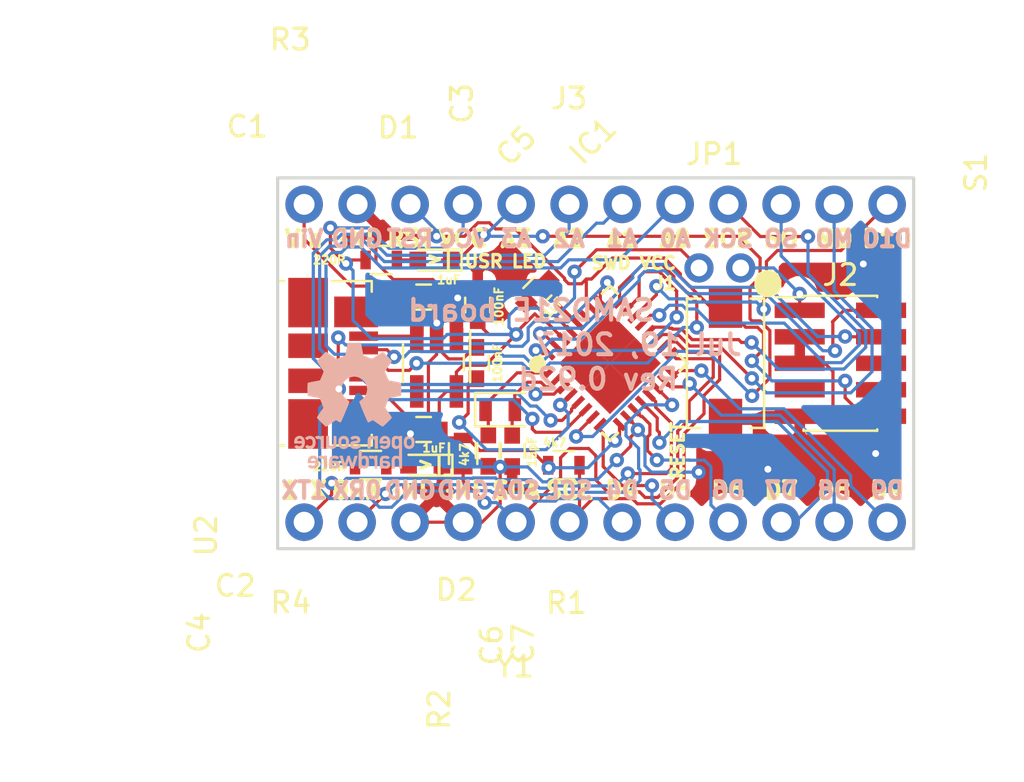
<source format=kicad_pcb>
(kicad_pcb (version 4) (host pcbnew 4.0.6)

  (general
    (links 74)
    (no_connects 5)
    (area 118.415999 95.555999 149.046001 113.486001)
    (thickness 1.6)
    (drawings 23)
    (tracks 721)
    (zones 0)
    (modules 22)
    (nets 41)
  )

  (page A4)
  (layers
    (0 F.Cu signal)
    (31 B.Cu signal)
    (33 F.Adhes user hide)
    (34 B.Paste user hide)
    (35 F.Paste user hide)
    (36 B.SilkS user)
    (37 F.SilkS user)
    (38 B.Mask user hide)
    (39 F.Mask user)
    (40 Dwgs.User user)
    (41 Cmts.User user)
    (42 Eco1.User user)
    (43 Eco2.User user)
    (44 Edge.Cuts user)
    (45 Margin user)
    (47 F.CrtYd user)
    (49 F.Fab user)
  )

  (setup
    (last_trace_width 0.1524)
    (trace_clearance 0.1524)
    (zone_clearance 0.508)
    (zone_45_only no)
    (trace_min 0.127)
    (segment_width 0.2)
    (edge_width 0.15)
    (via_size 0.6858)
    (via_drill 0.3302)
    (via_min_size 0.4572)
    (via_min_drill 0.254)
    (uvia_size 0.762)
    (uvia_drill 0.508)
    (uvias_allowed no)
    (uvia_min_size 0)
    (uvia_min_drill 0)
    (pcb_text_width 0.3)
    (pcb_text_size 1.5 1.5)
    (mod_edge_width 0.15)
    (mod_text_size 1 1)
    (mod_text_width 0.15)
    (pad_size 1.35 1)
    (pad_drill 0.8)
    (pad_to_mask_clearance 0.1)
    (aux_axis_origin 0 0)
    (grid_origin 118.491 103.251)
    (visible_elements FFFFFF7F)
    (pcbplotparams
      (layerselection 0x010f0_80000001)
      (usegerberextensions false)
      (excludeedgelayer true)
      (linewidth 0.100000)
      (plotframeref false)
      (viasonmask false)
      (mode 1)
      (useauxorigin false)
      (hpglpennumber 1)
      (hpglpenspeed 20)
      (hpglpendiameter 15)
      (hpglpenoverlay 2)
      (psnegative false)
      (psa4output false)
      (plotreference true)
      (plotvalue true)
      (plotinvisibletext false)
      (padsonsilk false)
      (subtractmaskfromsilk false)
      (outputformat 1)
      (mirror false)
      (drillshape 0)
      (scaleselection 1)
      (outputdirectory SAMD21E-0.91d/))
  )

  (net 0 "")
  (net 1 +5V)
  (net 2 GND)
  (net 3 VDDANA)
  (net 4 "Net-(D1-Pad2)")
  (net 5 /RESET)
  (net 6 A6/LED_BUILTIN)
  (net 7 A31/SWDIO)
  (net 8 A16/SDA)
  (net 9 A17/SCL)
  (net 10 AREFA)
  (net 11 VDDCORE)
  (net 12 A2)
  (net 13 A4)
  (net 14 A5)
  (net 15 A7)
  (net 16 A8)
  (net 17 A9)
  (net 18 A10/TX1)
  (net 19 A11/RX1)
  (net 20 A14/TX2)
  (net 21 A15/RX2)
  (net 22 A18/MOSI)
  (net 23 A19/SCK)
  (net 24 A22/MISO)
  (net 25 A23/SS)
  (net 26 D-)
  (net 27 D+)
  (net 28 A27)
  (net 29 A28)
  (net 30 A30/SWDCLK)
  (net 31 A0)
  (net 32 A1)
  (net 33 "Net-(D2-Pad2)")
  (net 34 "Net-(J2-Pad1)")
  (net 35 "Net-(J2-Pad6)")
  (net 36 "Net-(J2-Pad7)")
  (net 37 "Net-(J2-Pad8)")
  (net 38 "Net-(U2-Pad4)")
  (net 39 "Net-(J1-Pad4)")
  (net 40 "Net-(J1-Pad6)")

  (net_class Default "This is the default net class."
    (clearance 0.1524)
    (trace_width 0.1524)
    (via_dia 0.6858)
    (via_drill 0.3302)
    (uvia_dia 0.762)
    (uvia_drill 0.508)
  )

  (net_class "OSHpark DRC-violating" ""
    (clearance 0.127)
    (trace_width 0.127)
    (via_dia 0.4572)
    (via_drill 0.254)
    (uvia_dia 0.762)
    (uvia_drill 0.508)
  )

  (net_class "OSHpark KiCAD Design Rules" ""
    (clearance 0.1524)
    (trace_width 0.1524)
    (via_dia 0.6858)
    (via_drill 0.3302)
    (uvia_dia 0.762)
    (uvia_drill 0.508)
    (add_net +5V)
    (add_net /RESET)
    (add_net A0)
    (add_net A1)
    (add_net A10/TX1)
    (add_net A11/RX1)
    (add_net A14/TX2)
    (add_net A15/RX2)
    (add_net A16/SDA)
    (add_net A17/SCL)
    (add_net A18/MOSI)
    (add_net A19/SCK)
    (add_net A2)
    (add_net A22/MISO)
    (add_net A23/SS)
    (add_net A27)
    (add_net A28)
    (add_net A30/SWDCLK)
    (add_net A31/SWDIO)
    (add_net A4)
    (add_net A5)
    (add_net A6/LED_BUILTIN)
    (add_net A7)
    (add_net A8)
    (add_net A9)
    (add_net AREFA)
    (add_net D+)
    (add_net D-)
    (add_net GND)
    (add_net "Net-(D1-Pad2)")
    (add_net "Net-(D2-Pad2)")
    (add_net "Net-(J1-Pad4)")
    (add_net "Net-(J1-Pad6)")
    (add_net "Net-(J2-Pad1)")
    (add_net "Net-(J2-Pad6)")
    (add_net "Net-(J2-Pad7)")
    (add_net "Net-(J2-Pad8)")
    (add_net "Net-(U2-Pad4)")
    (add_net VDDANA)
    (add_net VDDCORE)
  )

  (module Capacitors_SMD:C_0603 (layer F.Cu) (tedit 596B519C) (tstamp 596B1D22)
    (at 128.0795 101.727 90)
    (descr "Capacitor SMD 0603, reflow soldering, AVX (see smccp.pdf)")
    (tags "capacitor 0603")
    (path /594F25B3)
    (attr smd)
    (fp_text reference C3 (at 9.664 -0.762 90) (layer F.SilkS)
      (effects (font (size 1 1) (thickness 0.15)))
    )
    (fp_text value 100nF (at 12.192 0.889 90) (layer F.Fab)
      (effects (font (size 1 1) (thickness 0.15)))
    )
    (fp_text user %R (at 9.664 -0.762 90) (layer F.Fab)
      (effects (font (size 1 1) (thickness 0.15)))
    )
    (fp_line (start -0.8 0.4) (end -0.8 -0.4) (layer F.Fab) (width 0.1))
    (fp_line (start 0.8 0.4) (end -0.8 0.4) (layer F.Fab) (width 0.1))
    (fp_line (start 0.8 -0.4) (end 0.8 0.4) (layer F.Fab) (width 0.1))
    (fp_line (start -0.8 -0.4) (end 0.8 -0.4) (layer F.Fab) (width 0.1))
    (fp_line (start -0.35 -0.6) (end 0.35 -0.6) (layer F.SilkS) (width 0.12))
    (fp_line (start 0.35 0.6) (end -0.35 0.6) (layer F.SilkS) (width 0.12))
    (fp_line (start -1.4 -0.65) (end 1.4 -0.65) (layer F.CrtYd) (width 0.05))
    (fp_line (start -1.4 -0.65) (end -1.4 0.65) (layer F.CrtYd) (width 0.05))
    (fp_line (start 1.4 0.65) (end 1.4 -0.65) (layer F.CrtYd) (width 0.05))
    (fp_line (start 1.4 0.65) (end -1.4 0.65) (layer F.CrtYd) (width 0.05))
    (pad 1 smd rect (at -0.75 0 90) (size 0.8 0.75) (layers F.Cu F.Paste F.Mask)
      (net 3 VDDANA))
    (pad 2 smd rect (at 0.75 0 90) (size 0.8 0.75) (layers F.Cu F.Paste F.Mask)
      (net 2 GND))
    (model Capacitors_SMD.3dshapes/C_0603.wrl
      (at (xyz 0 0 0))
      (scale (xyz 1 1 1))
      (rotate (xyz 0 0 0))
    )
  )

  (module Capacitors_SMD:C_0603 (layer F.Cu) (tedit 596B520E) (tstamp 596B1D33)
    (at 128.016 104.509 90)
    (descr "Capacitor SMD 0603, reflow soldering, AVX (see smccp.pdf)")
    (tags "capacitor 0603")
    (path /594F287A)
    (attr smd)
    (fp_text reference C4 (at -12.931569 -13.290779 90) (layer F.SilkS)
      (effects (font (size 1 1) (thickness 0.15)))
    )
    (fp_text value 100nF (at -12.931569 -11.494728 90) (layer F.Fab)
      (effects (font (size 1 1) (thickness 0.15)))
    )
    (fp_text user %R (at -13.021371 -13.380582 90) (layer F.Fab)
      (effects (font (size 1 1) (thickness 0.15)))
    )
    (fp_line (start -0.8 0.4) (end -0.8 -0.4) (layer F.Fab) (width 0.1))
    (fp_line (start 0.8 0.4) (end -0.8 0.4) (layer F.Fab) (width 0.1))
    (fp_line (start 0.8 -0.4) (end 0.8 0.4) (layer F.Fab) (width 0.1))
    (fp_line (start -0.8 -0.4) (end 0.8 -0.4) (layer F.Fab) (width 0.1))
    (fp_line (start -0.35 -0.6) (end 0.35 -0.6) (layer F.SilkS) (width 0.12))
    (fp_line (start 0.35 0.6) (end -0.35 0.6) (layer F.SilkS) (width 0.12))
    (fp_line (start -1.4 -0.65) (end 1.4 -0.65) (layer F.CrtYd) (width 0.05))
    (fp_line (start -1.4 -0.65) (end -1.4 0.65) (layer F.CrtYd) (width 0.05))
    (fp_line (start 1.4 0.65) (end 1.4 -0.65) (layer F.CrtYd) (width 0.05))
    (fp_line (start 1.4 0.65) (end -1.4 0.65) (layer F.CrtYd) (width 0.05))
    (pad 1 smd rect (at -0.75 0 90) (size 0.8 0.75) (layers F.Cu F.Paste F.Mask)
      (net 10 AREFA))
    (pad 2 smd rect (at 0.75 0 90) (size 0.8 0.75) (layers F.Cu F.Paste F.Mask)
      (net 2 GND))
    (model Capacitors_SMD.3dshapes/C_0603.wrl
      (at (xyz 0 0 0))
      (scale (xyz 1 1 1))
      (rotate (xyz 0 0 0))
    )
  )

  (module Capacitors_SMD:C_0603 (layer F.Cu) (tedit 58AA844E) (tstamp 596BFC97)
    (at 125.488 101.346)
    (descr "Capacitor SMD 0603, reflow soldering, AVX (see smccp.pdf)")
    (tags "capacitor 0603")
    (path /594F2E4A)
    (attr smd)
    (fp_text reference C1 (at -8.4582 -8.1788) (layer F.SilkS)
      (effects (font (size 1 1) (thickness 0.15)))
    )
    (fp_text value 1uF (at -8.636 -7.1882) (layer F.Fab)
      (effects (font (size 1 1) (thickness 0.15)))
    )
    (fp_text user %R (at -2.794 -11.938) (layer F.Fab)
      (effects (font (size 1 1) (thickness 0.15)))
    )
    (fp_line (start -0.8 0.4) (end -0.8 -0.4) (layer F.Fab) (width 0.1))
    (fp_line (start 0.8 0.4) (end -0.8 0.4) (layer F.Fab) (width 0.1))
    (fp_line (start 0.8 -0.4) (end 0.8 0.4) (layer F.Fab) (width 0.1))
    (fp_line (start -0.8 -0.4) (end 0.8 -0.4) (layer F.Fab) (width 0.1))
    (fp_line (start -0.35 -0.6) (end 0.35 -0.6) (layer F.SilkS) (width 0.12))
    (fp_line (start 0.35 0.6) (end -0.35 0.6) (layer F.SilkS) (width 0.12))
    (fp_line (start -1.4 -0.65) (end 1.4 -0.65) (layer F.CrtYd) (width 0.05))
    (fp_line (start -1.4 -0.65) (end -1.4 0.65) (layer F.CrtYd) (width 0.05))
    (fp_line (start 1.4 0.65) (end 1.4 -0.65) (layer F.CrtYd) (width 0.05))
    (fp_line (start 1.4 0.65) (end -1.4 0.65) (layer F.CrtYd) (width 0.05))
    (pad 1 smd rect (at -0.75 0) (size 0.8 0.75) (layers F.Cu F.Paste F.Mask)
      (net 1 +5V))
    (pad 2 smd rect (at 0.75 0) (size 0.8 0.75) (layers F.Cu F.Paste F.Mask)
      (net 2 GND))
    (model Capacitors_SMD.3dshapes/C_0603.wrl
      (at (xyz 0 0 0))
      (scale (xyz 1 1 1))
      (rotate (xyz 0 0 0))
    )
  )

  (module Capacitors_SMD:C_0603 (layer F.Cu) (tedit 596B521E) (tstamp 596B1D11)
    (at 125.488 107.696 180)
    (descr "Capacitor SMD 0603, reflow soldering, AVX (see smccp.pdf)")
    (tags "capacitor 0603")
    (path /594F2E98)
    (attr smd)
    (fp_text reference C2 (at 9.029 -7.493 180) (layer F.SilkS)
      (effects (font (size 1 1) (thickness 0.15)))
    )
    (fp_text value 1uF (at 13.347 -3.7465 180) (layer F.Fab)
      (effects (font (size 1 1) (thickness 0.15)))
    )
    (fp_text user %R (at 9.029 -7.493 180) (layer F.Fab)
      (effects (font (size 1 1) (thickness 0.15)))
    )
    (fp_line (start -0.8 0.4) (end -0.8 -0.4) (layer F.Fab) (width 0.1))
    (fp_line (start 0.8 0.4) (end -0.8 0.4) (layer F.Fab) (width 0.1))
    (fp_line (start 0.8 -0.4) (end 0.8 0.4) (layer F.Fab) (width 0.1))
    (fp_line (start -0.8 -0.4) (end 0.8 -0.4) (layer F.Fab) (width 0.1))
    (fp_line (start -0.35 -0.6) (end 0.35 -0.6) (layer F.SilkS) (width 0.12))
    (fp_line (start 0.35 0.6) (end -0.35 0.6) (layer F.SilkS) (width 0.12))
    (fp_line (start -1.4 -0.65) (end 1.4 -0.65) (layer F.CrtYd) (width 0.05))
    (fp_line (start -1.4 -0.65) (end -1.4 0.65) (layer F.CrtYd) (width 0.05))
    (fp_line (start 1.4 0.65) (end 1.4 -0.65) (layer F.CrtYd) (width 0.05))
    (fp_line (start 1.4 0.65) (end -1.4 0.65) (layer F.CrtYd) (width 0.05))
    (pad 1 smd rect (at -0.75 0 180) (size 0.8 0.75) (layers F.Cu F.Paste F.Mask)
      (net 3 VDDANA))
    (pad 2 smd rect (at 0.75 0 180) (size 0.8 0.75) (layers F.Cu F.Paste F.Mask)
      (net 2 GND))
    (model Capacitors_SMD.3dshapes/C_0603.wrl
      (at (xyz 0 0 0))
      (scale (xyz 1 1 1))
      (rotate (xyz 0 0 0))
    )
  )

  (module "Housings_DFN_QFN XXX:QFN-32-1EP_5x5mm_Pitch0.5mm" (layer F.Cu) (tedit 596B51AD) (tstamp 596B110D)
    (at 134.416241 104.521 45)
    (descr "UH Package; 32-Lead Plastic QFN (5mm x 5mm); (see Linear Technology QFN_32_05-08-1693.pdf)")
    (tags "QFN 0.5")
    (path /5956CE41)
    (attr smd)
    (fp_text reference IC1 (at 6.969074 -8.117756 45) (layer F.SilkS)
      (effects (font (size 1 1) (thickness 0.15)))
    )
    (fp_text value ATSAMD21E18A-AU (at -1.292762 19.002617 45) (layer F.Fab)
      (effects (font (size 1 1) (thickness 0.15)))
    )
    (fp_line (start -1.5 -2.5) (end 2.5 -2.5) (layer F.Fab) (width 0.15))
    (fp_line (start 2.5 -2.5) (end 2.5 2.5) (layer F.Fab) (width 0.15))
    (fp_line (start 2.5 2.5) (end -2.5 2.5) (layer F.Fab) (width 0.15))
    (fp_line (start -2.5 2.5) (end -2.5 -1.5) (layer F.Fab) (width 0.15))
    (fp_line (start -2.5 -1.5) (end -1.5 -2.5) (layer F.Fab) (width 0.15))
    (fp_line (start -3 -3) (end -3 3) (layer F.CrtYd) (width 0.05))
    (fp_line (start 3 -3) (end 3 3) (layer F.CrtYd) (width 0.05))
    (fp_line (start -3 -3) (end 3 -3) (layer F.CrtYd) (width 0.05))
    (fp_line (start -3 3) (end 3 3) (layer F.CrtYd) (width 0.05))
    (fp_line (start 2.625 -2.625) (end 2.625 -2.1) (layer F.SilkS) (width 0.15))
    (fp_line (start -2.625 2.625) (end -2.625 2.1) (layer F.SilkS) (width 0.15))
    (fp_line (start 2.625 2.625) (end 2.625 2.1) (layer F.SilkS) (width 0.15))
    (fp_line (start -2.625 -2.625) (end -2.1 -2.625) (layer F.SilkS) (width 0.15))
    (fp_line (start -2.625 2.625) (end -2.1 2.625) (layer F.SilkS) (width 0.15))
    (fp_line (start 2.625 2.625) (end 2.1 2.625) (layer F.SilkS) (width 0.15))
    (fp_line (start 2.625 -2.625) (end 2.1 -2.625) (layer F.SilkS) (width 0.15))
    (pad 1 smd rect (at -2.4 -1.75 45) (size 0.7 0.25) (layers F.Cu F.Paste F.Mask)
      (net 31 A0))
    (pad 2 smd rect (at -2.4 -1.25 45) (size 0.7 0.25) (layers F.Cu F.Paste F.Mask)
      (net 32 A1))
    (pad 3 smd rect (at -2.4 -0.75 45) (size 0.7 0.25) (layers F.Cu F.Paste F.Mask)
      (net 12 A2))
    (pad 4 smd rect (at -2.4 -0.25 45) (size 0.7 0.25) (layers F.Cu F.Paste F.Mask)
      (net 10 AREFA))
    (pad 5 smd rect (at -2.4 0.25 45) (size 0.7 0.25) (layers F.Cu F.Paste F.Mask)
      (net 13 A4))
    (pad 6 smd rect (at -2.4 0.75 45) (size 0.7 0.25) (layers F.Cu F.Paste F.Mask)
      (net 14 A5))
    (pad 7 smd rect (at -2.4 1.25 45) (size 0.7 0.25) (layers F.Cu F.Paste F.Mask)
      (net 6 A6/LED_BUILTIN))
    (pad 8 smd rect (at -2.4 1.75 45) (size 0.7 0.25) (layers F.Cu F.Paste F.Mask)
      (net 15 A7))
    (pad 9 smd rect (at -1.75 2.4 135) (size 0.7 0.25) (layers F.Cu F.Paste F.Mask)
      (net 3 VDDANA))
    (pad 10 smd rect (at -1.25 2.4 135) (size 0.7 0.25) (layers F.Cu F.Paste F.Mask)
      (net 2 GND))
    (pad 11 smd rect (at -0.75 2.4 135) (size 0.7 0.25) (layers F.Cu F.Paste F.Mask)
      (net 16 A8))
    (pad 12 smd rect (at -0.25 2.4 135) (size 0.7 0.25) (layers F.Cu F.Paste F.Mask)
      (net 17 A9))
    (pad 13 smd rect (at 0.25 2.4 135) (size 0.7 0.25) (layers F.Cu F.Paste F.Mask)
      (net 18 A10/TX1))
    (pad 14 smd rect (at 0.75 2.4 135) (size 0.7 0.25) (layers F.Cu F.Paste F.Mask)
      (net 19 A11/RX1))
    (pad 15 smd rect (at 1.25 2.4 135) (size 0.7 0.25) (layers F.Cu F.Paste F.Mask)
      (net 20 A14/TX2))
    (pad 16 smd rect (at 1.75 2.4 135) (size 0.7 0.25) (layers F.Cu F.Paste F.Mask)
      (net 21 A15/RX2))
    (pad 17 smd rect (at 2.4 1.75 45) (size 0.7 0.25) (layers F.Cu F.Paste F.Mask)
      (net 8 A16/SDA))
    (pad 18 smd rect (at 2.4 1.25 45) (size 0.7 0.25) (layers F.Cu F.Paste F.Mask)
      (net 9 A17/SCL))
    (pad 19 smd rect (at 2.4 0.75 45) (size 0.7 0.25) (layers F.Cu F.Paste F.Mask)
      (net 22 A18/MOSI))
    (pad 20 smd rect (at 2.4 0.25 45) (size 0.7 0.25) (layers F.Cu F.Paste F.Mask)
      (net 23 A19/SCK))
    (pad 21 smd rect (at 2.4 -0.25 45) (size 0.7 0.25) (layers F.Cu F.Paste F.Mask)
      (net 24 A22/MISO))
    (pad 22 smd rect (at 2.4 -0.75 45) (size 0.7 0.25) (layers F.Cu F.Paste F.Mask)
      (net 25 A23/SS))
    (pad 23 smd rect (at 2.4 -1.25 45) (size 0.7 0.25) (layers F.Cu F.Paste F.Mask)
      (net 26 D-))
    (pad 24 smd rect (at 2.4 -1.75 45) (size 0.7 0.25) (layers F.Cu F.Paste F.Mask)
      (net 27 D+))
    (pad 25 smd rect (at 1.75 -2.4 135) (size 0.7 0.25) (layers F.Cu F.Paste F.Mask)
      (net 28 A27))
    (pad 26 smd rect (at 1.25 -2.4 135) (size 0.7 0.25) (layers F.Cu F.Paste F.Mask)
      (net 5 /RESET))
    (pad 27 smd rect (at 0.75 -2.4 135) (size 0.7 0.25) (layers F.Cu F.Paste F.Mask)
      (net 29 A28))
    (pad 28 smd rect (at 0.25 -2.4 135) (size 0.7 0.25) (layers F.Cu F.Paste F.Mask)
      (net 2 GND))
    (pad 29 smd rect (at -0.25 -2.4 135) (size 0.7 0.25) (layers F.Cu F.Paste F.Mask)
      (net 11 VDDCORE))
    (pad 30 smd rect (at -0.75 -2.4 135) (size 0.7 0.25) (layers F.Cu F.Paste F.Mask)
      (net 3 VDDANA))
    (pad 31 smd rect (at -1.25 -2.4 135) (size 0.7 0.25) (layers F.Cu F.Paste F.Mask)
      (net 30 A30/SWDCLK))
    (pad 32 smd rect (at -1.75 -2.4 135) (size 0.7 0.25) (layers F.Cu F.Paste F.Mask)
      (net 7 A31/SWDIO))
    (pad 33 smd rect (at 0.8625 0.8625 45) (size 1.725 1.725) (layers F.Cu F.Paste F.Mask)
      (solder_paste_margin_ratio -0.2))
    (pad 33 smd rect (at 0.8625 -0.8625 45) (size 1.725 1.725) (layers F.Cu F.Paste F.Mask)
      (solder_paste_margin_ratio -0.2))
    (pad 33 smd rect (at -0.8625 0.8625 45) (size 1.725 1.725) (layers F.Cu F.Paste F.Mask)
      (solder_paste_margin_ratio -0.2))
    (pad 33 smd rect (at -0.8625 -0.8625 45) (size 1.725 1.725) (layers F.Cu F.Paste F.Mask)
      (solder_paste_margin_ratio -0.2))
    (model Housings_DFN_QFN.3dshapes/QFN-32-1EP_5x5mm_Pitch0.5mm.wrl
      (at (xyz 0 0 0))
      (scale (xyz 1 1 1))
      (rotate (xyz 0 0 0))
    )
  )

  (module library:Arduino_pro_micro_conn (layer F.Cu) (tedit 596B5163) (tstamp 596B1196)
    (at 132.461 101.981)
    (path /596B3EC0)
    (fp_text reference J3 (at 0 -10.16) (layer F.SilkS)
      (effects (font (size 1 1) (thickness 0.15)))
    )
    (fp_text value Arduino_pro_micro_conn (at -0.762 15.24) (layer F.Fab)
      (effects (font (size 1 1) (thickness 0.15)))
    )
    (fp_text user D9 (at 15.24 8.636) (layer B.SilkS)
      (effects (font (size 0.8 0.8) (thickness 0.2)) (justify mirror))
    )
    (fp_text user D8 (at 12.7 8.636) (layer B.SilkS)
      (effects (font (size 0.8 0.8) (thickness 0.2)) (justify mirror))
    )
    (fp_text user D7 (at 10.16 8.636) (layer B.SilkS)
      (effects (font (size 0.8 0.8) (thickness 0.2)) (justify mirror))
    )
    (fp_text user D6 (at 7.62 8.636) (layer B.SilkS)
      (effects (font (size 0.8 0.8) (thickness 0.2)) (justify mirror))
    )
    (fp_text user D5 (at 5.08 8.636) (layer B.SilkS)
      (effects (font (size 0.8 0.8) (thickness 0.2)) (justify mirror))
    )
    (fp_text user D4 (at 2.54 8.636) (layer B.SilkS)
      (effects (font (size 0.8 0.8) (thickness 0.2)) (justify mirror))
    )
    (fp_text user SCL (at 0 8.636) (layer B.SilkS)
      (effects (font (size 0.8 0.8) (thickness 0.2)) (justify mirror))
    )
    (fp_text user SDA (at -2.54 8.636) (layer B.SilkS)
      (effects (font (size 0.8 0.8) (thickness 0.2)) (justify mirror))
    )
    (fp_text user GND (at -5.08 8.636) (layer B.SilkS)
      (effects (font (size 0.8 0.8) (thickness 0.2)) (justify mirror))
    )
    (fp_text user GND (at -7.62 8.636) (layer B.SilkS)
      (effects (font (size 0.8 0.8) (thickness 0.2)) (justify mirror))
    )
    (fp_text user 0RX (at -10.16 8.636) (layer B.SilkS)
      (effects (font (size 0.8 0.8) (thickness 0.2)) (justify mirror))
    )
    (fp_text user 1TX (at -12.7 8.636) (layer B.SilkS)
      (effects (font (size 0.8 0.8) (thickness 0.2)) (justify mirror))
    )
    (fp_text user D10 (at 15.24 -3.429) (layer B.SilkS)
      (effects (font (size 0.8 0.8) (thickness 0.2)) (justify mirror))
    )
    (fp_text user MO (at 12.7 -3.429) (layer B.SilkS)
      (effects (font (size 0.8 0.8) (thickness 0.2)) (justify mirror))
    )
    (fp_text user SO (at 10.16 -3.429) (layer B.SilkS)
      (effects (font (size 0.8 0.8) (thickness 0.2)) (justify mirror))
    )
    (fp_text user SCK (at 7.62 -3.429) (layer B.SilkS)
      (effects (font (size 0.8 0.8) (thickness 0.2)) (justify mirror))
    )
    (fp_text user A0 (at 5.08 -3.429) (layer B.SilkS)
      (effects (font (size 0.8 0.8) (thickness 0.2)) (justify mirror))
    )
    (fp_text user A1 (at 2.54 -3.429) (layer B.SilkS)
      (effects (font (size 0.8 0.8) (thickness 0.2)) (justify mirror))
    )
    (fp_text user A2 (at 0 -3.429) (layer B.SilkS)
      (effects (font (size 0.8 0.8) (thickness 0.2)) (justify mirror))
    )
    (fp_text user A3 (at -2.54 -3.429) (layer B.SilkS)
      (effects (font (size 0.8 0.8) (thickness 0.2)) (justify mirror))
    )
    (fp_text user VCC (at -5.08 -3.429) (layer B.SilkS)
      (effects (font (size 0.8 0.8) (thickness 0.2)) (justify mirror))
    )
    (fp_text user RST (at -7.62 -3.429) (layer B.SilkS)
      (effects (font (size 0.8 0.8) (thickness 0.2)) (justify mirror))
    )
    (fp_text user GND (at -10.16 -3.429) (layer B.SilkS)
      (effects (font (size 0.8 0.8) (thickness 0.2)) (justify mirror))
    )
    (fp_text user Vin (at -12.7 -3.429) (layer B.SilkS)
      (effects (font (size 0.8 0.8) (thickness 0.2)) (justify mirror))
    )
    (fp_text user Vin (at -12.7 -3.429) (layer F.SilkS)
      (effects (font (size 0.8 0.8) (thickness 0.2)))
    )
    (fp_text user GND (at -10.16 -3.429) (layer F.SilkS)
      (effects (font (size 0.8 0.8) (thickness 0.2)))
    )
    (fp_text user RST (at -7.62 -3.429) (layer F.SilkS)
      (effects (font (size 0.8 0.8) (thickness 0.2)))
    )
    (fp_text user VCC (at -5.08 -3.429) (layer F.SilkS)
      (effects (font (size 0.8 0.8) (thickness 0.2)))
    )
    (fp_text user A3 (at -2.54 -3.429) (layer F.SilkS)
      (effects (font (size 0.8 0.8) (thickness 0.2)))
    )
    (fp_text user A2 (at 0 -3.429) (layer F.SilkS)
      (effects (font (size 0.8 0.8) (thickness 0.2)))
    )
    (fp_text user A1 (at 2.54 -3.429) (layer F.SilkS)
      (effects (font (size 0.8 0.8) (thickness 0.2)))
    )
    (fp_text user A0 (at 5.08 -3.429) (layer F.SilkS)
      (effects (font (size 0.8 0.8) (thickness 0.2)))
    )
    (fp_text user SCK (at 7.62 -3.429) (layer F.SilkS)
      (effects (font (size 0.8 0.8) (thickness 0.2)))
    )
    (fp_text user SO (at 10.16 -3.429) (layer F.SilkS)
      (effects (font (size 0.8 0.8) (thickness 0.2)))
    )
    (fp_text user MO (at 12.7 -3.429) (layer F.SilkS)
      (effects (font (size 0.8 0.8) (thickness 0.2)))
    )
    (fp_text user D9 (at 15.24 8.636) (layer F.SilkS)
      (effects (font (size 0.8 0.8) (thickness 0.2)))
    )
    (fp_text user D10 (at 15.24 -3.429) (layer F.SilkS)
      (effects (font (size 0.8 0.8) (thickness 0.2)))
    )
    (fp_text user D8 (at 12.7 8.636) (layer F.SilkS)
      (effects (font (size 0.8 0.8) (thickness 0.2)))
    )
    (fp_text user D7 (at 10.16 8.636) (layer F.SilkS)
      (effects (font (size 0.8 0.8) (thickness 0.2)))
    )
    (fp_text user D6 (at 7.62 8.636) (layer F.SilkS)
      (effects (font (size 0.8 0.8) (thickness 0.2)))
    )
    (fp_text user D5 (at 5.08 8.636) (layer F.SilkS)
      (effects (font (size 0.8 0.8) (thickness 0.2)))
    )
    (fp_text user D4 (at 2.54 8.636) (layer F.SilkS)
      (effects (font (size 0.8 0.8) (thickness 0.2)))
    )
    (fp_text user SCL (at 0 8.636) (layer F.SilkS)
      (effects (font (size 0.8 0.8) (thickness 0.2)))
    )
    (fp_text user SDA (at -2.54 8.636) (layer F.SilkS)
      (effects (font (size 0.8 0.8) (thickness 0.2)))
    )
    (fp_text user GND (at -5.08 8.636) (layer F.SilkS)
      (effects (font (size 0.8 0.8) (thickness 0.2)))
    )
    (fp_text user GND (at -7.62 8.636) (layer F.SilkS)
      (effects (font (size 0.8 0.8) (thickness 0.2)))
    )
    (fp_text user 0RX (at -10.16 8.636) (layer F.SilkS)
      (effects (font (size 0.8 0.8) (thickness 0.2)))
    )
    (fp_text user 1TX (at -12.7 8.636) (layer F.SilkS)
      (effects (font (size 0.8 0.8) (thickness 0.2)))
    )
    (pad 1 thru_hole circle (at -12.7 10.16) (size 1.8 1.8) (drill 1) (layers *.Cu *.Mask)
      (net 18 A10/TX1))
    (pad 2 thru_hole circle (at -10.16 10.16) (size 1.8 1.8) (drill 1) (layers *.Cu *.Mask)
      (net 19 A11/RX1))
    (pad 3 thru_hole circle (at -7.62 10.16) (size 1.8 1.8) (drill 1) (layers *.Cu *.Mask)
      (net 2 GND))
    (pad 4 thru_hole circle (at -5.08 10.16) (size 1.8 1.8) (drill 1) (layers *.Cu *.Mask)
      (net 2 GND))
    (pad 5 thru_hole circle (at -2.54 10.16) (size 1.8 1.8) (drill 1) (layers *.Cu *.Mask)
      (net 8 A16/SDA))
    (pad 6 thru_hole circle (at 0 10.16) (size 1.8 1.8) (drill 1) (layers *.Cu *.Mask)
      (net 9 A17/SCL))
    (pad 7 thru_hole circle (at 2.54 10.16) (size 1.8 1.8) (drill 1) (layers *.Cu *.Mask)
      (net 28 A27))
    (pad 8 thru_hole circle (at 5.08 10.16) (size 1.8 1.8) (drill 1) (layers *.Cu *.Mask)
      (net 15 A7))
    (pad 9 thru_hole circle (at 7.62 10.16) (size 1.8 1.8) (drill 1) (layers *.Cu *.Mask)
      (net 16 A8))
    (pad 10 thru_hole circle (at 10.16 10.16) (size 1.8 1.8) (drill 1) (layers *.Cu *.Mask)
      (net 17 A9))
    (pad 11 thru_hole circle (at 12.7 10.16) (size 1.8 1.8) (drill 1) (layers *.Cu *.Mask)
      (net 20 A14/TX2))
    (pad 12 thru_hole circle (at 15.24 10.16) (size 1.8 1.8) (drill 1) (layers *.Cu *.Mask)
      (net 21 A15/RX2))
    (pad 13 thru_hole circle (at 15.24 -5.08) (size 1.8 1.8) (drill 1) (layers *.Cu *.Mask)
      (net 25 A23/SS))
    (pad 14 thru_hole circle (at 12.7 -5.08) (size 1.8 1.8) (drill 1) (layers *.Cu *.Mask)
      (net 22 A18/MOSI))
    (pad 15 thru_hole circle (at 10.16 -5.08) (size 1.8 1.8) (drill 1) (layers *.Cu *.Mask)
      (net 24 A22/MISO))
    (pad 16 thru_hole circle (at 7.62 -5.08) (size 1.8 1.8) (drill 1) (layers *.Cu *.Mask)
      (net 23 A19/SCK))
    (pad 17 thru_hole circle (at 5.08 -5.08) (size 1.8 1.8) (drill 1) (layers *.Cu *.Mask)
      (net 12 A2))
    (pad 18 thru_hole circle (at 2.54 -5.08) (size 1.8 1.8) (drill 1) (layers *.Cu *.Mask)
      (net 13 A4))
    (pad 19 thru_hole circle (at 0 -5.08) (size 1.8 1.8) (drill 1) (layers *.Cu *.Mask)
      (net 14 A5))
    (pad 20 thru_hole circle (at -2.54 -5.08) (size 1.8 1.8) (drill 1) (layers *.Cu *.Mask)
      (net 6 A6/LED_BUILTIN))
    (pad 21 thru_hole circle (at -5.08 -5.08) (size 1.8 1.8) (drill 1) (layers *.Cu *.Mask)
      (net 3 VDDANA))
    (pad 22 thru_hole circle (at -7.62 -5.08) (size 1.8 1.8) (drill 1) (layers *.Cu *.Mask)
      (net 5 /RESET))
    (pad 23 thru_hole circle (at -10.16 -5.08) (size 1.8 1.8) (drill 1) (layers *.Cu *.Mask)
      (net 2 GND))
    (pad 24 thru_hole circle (at -12.7 -5.08) (size 1.8 1.8) (drill 1) (layers *.Cu *.Mask)
      (net 1 +5V))
  )

  (module Pin_Headers:Pin_Header_Straight_2x01_Pitch2.54mm (layer F.Cu) (tedit 596B8727) (tstamp 596B11FC)
    (at 140.684 99.949 180)
    (descr "Through hole straight pin header, 2x01, 2.54mm pitch, double rows")
    (tags "Through hole pin header THT 2x01 2.54mm double row")
    (path /594F3EDE)
    (fp_text reference JP1 (at 1.27 5.461 180) (layer F.SilkS)
      (effects (font (size 1 1) (thickness 0.15)))
    )
    (fp_text value "VCC from host" (at 0.508 5.842 180) (layer F.Fab)
      (effects (font (size 1 1) (thickness 0.15)))
    )
    (fp_text user %R (at 0.508 7.239 360) (layer F.Fab)
      (effects (font (size 1 1) (thickness 0.15)))
    )
    (pad 1 thru_hole circle (at 0 0 180) (size 1.4 1.4) (drill 0.8) (layers *.Cu *.Mask)
      (net 34 "Net-(J2-Pad1)"))
    (pad 2 thru_hole oval (at 2 0 180) (size 1.4 1.4) (drill 0.8) (layers *.Cu *.Mask)
      (net 3 VDDANA))
    (model ${KISYS3DMOD}/Pin_Headers.3dshapes/Pin_Header_Straight_2x01_Pitch2.54mm.wrl
      (at (xyz 0 0 0))
      (scale (xyz 1 1 1))
      (rotate (xyz 0 0 0))
    )
  )

  (module Resistors_SMD:R_0603 (layer F.Cu) (tedit 596B51EA) (tstamp 596B1DCD)
    (at 132.207 109.4105)
    (descr "Resistor SMD 0603, reflow soldering, Vishay (see dcrcw.pdf)")
    (tags "resistor 0603")
    (path /594F1D1D)
    (attr smd)
    (fp_text reference R1 (at 0.127 6.604) (layer F.SilkS)
      (effects (font (size 1 1) (thickness 0.15)))
    )
    (fp_text value 4k7 (at 2.032 6.731) (layer F.Fab)
      (effects (font (size 1 1) (thickness 0.15)))
    )
    (fp_text user %R (at 0 0) (layer F.Fab)
      (effects (font (size 0.5 0.5) (thickness 0.075)))
    )
    (fp_line (start -0.8 0.4) (end -0.8 -0.4) (layer F.Fab) (width 0.1))
    (fp_line (start 0.8 0.4) (end -0.8 0.4) (layer F.Fab) (width 0.1))
    (fp_line (start 0.8 -0.4) (end 0.8 0.4) (layer F.Fab) (width 0.1))
    (fp_line (start -0.8 -0.4) (end 0.8 -0.4) (layer F.Fab) (width 0.1))
    (fp_line (start 0.5 0.68) (end -0.5 0.68) (layer F.SilkS) (width 0.12))
    (fp_line (start -0.5 -0.68) (end 0.5 -0.68) (layer F.SilkS) (width 0.12))
    (fp_line (start -1.25 -0.7) (end 1.25 -0.7) (layer F.CrtYd) (width 0.05))
    (fp_line (start -1.25 -0.7) (end -1.25 0.7) (layer F.CrtYd) (width 0.05))
    (fp_line (start 1.25 0.7) (end 1.25 -0.7) (layer F.CrtYd) (width 0.05))
    (fp_line (start 1.25 0.7) (end -1.25 0.7) (layer F.CrtYd) (width 0.05))
    (pad 1 smd rect (at -0.75 0) (size 0.5 0.9) (layers F.Cu F.Paste F.Mask)
      (net 3 VDDANA))
    (pad 2 smd rect (at 0.75 0) (size 0.5 0.9) (layers F.Cu F.Paste F.Mask)
      (net 9 A17/SCL))
    (model ${KISYS3DMOD}/Resistors_SMD.3dshapes/R_0603.wrl
      (at (xyz 0 0 0))
      (scale (xyz 1 1 1))
      (rotate (xyz 0 0 0))
    )
  )

  (module library:USB_Micro-B_Molex_47346-0001 (layer F.Cu) (tedit 596B11F5) (tstamp 596B1462)
    (at 121.2815 104.521)
    (descr http://www.molex.com/pdm_docs/sd/473460001_sd.pdf)
    (tags "Micro-USB SMD")
    (path /594F16CE)
    (attr smd)
    (fp_text reference J1 (at -15.113 3.302) (layer Dwgs.User)
      (effects (font (size 1 1) (thickness 0.15)))
    )
    (fp_text value USB_OTG (at -10.16 -0.254 90) (layer F.Fab)
      (effects (font (size 1 1) (thickness 0.15)))
    )
    (fp_text user "PCB Front Edge" (at -2.85 7.62 90) (layer Dwgs.User)
      (effects (font (size 0.4 0.4) (thickness 0.04)))
    )
    (fp_line (start 1.72 3.94) (end 1.72 3.43) (layer F.SilkS) (width 0.12))
    (fp_line (start -3.74 4.6) (end -3.74 -4.6) (layer F.CrtYd) (width 0.05))
    (fp_line (start 2.52 4.6) (end -3.74 4.6) (layer F.CrtYd) (width 0.05))
    (fp_line (start 2.52 -4.6) (end 2.52 4.6) (layer F.CrtYd) (width 0.05))
    (fp_line (start -3.74 -4.6) (end 2.52 -4.6) (layer F.CrtYd) (width 0.05))
    (fp_line (start -3.48 3.75) (end -3.48 -3.75) (layer F.Fab) (width 0.1))
    (fp_line (start 1.52 3.75) (end -3.48 3.75) (layer F.Fab) (width 0.1))
    (fp_line (start 1.52 -3.75) (end 1.52 3.75) (layer F.Fab) (width 0.1))
    (fp_line (start -3.48 -3.75) (end 1.52 -3.75) (layer F.Fab) (width 0.1))
    (fp_line (start -2.47 3.94) (end -2.73 3.94) (layer F.SilkS) (width 0.12))
    (fp_line (start 1.72 3.94) (end -0.19 3.94) (layer F.SilkS) (width 0.12))
    (fp_line (start 1.72 -3.94) (end 1.72 -3.43) (layer F.SilkS) (width 0.12))
    (fp_line (start -0.19 -3.94) (end 1.72 -3.94) (layer F.SilkS) (width 0.12))
    (fp_line (start -2.73 -3.94) (end -2.47 -3.94) (layer F.SilkS) (width 0.12))
    (fp_line (start -2.78 -5) (end -2.78 5) (layer Dwgs.User) (width 0.15))
    (pad 1 smd rect (at 1.33 -1.3) (size 1.38 0.45) (layers F.Cu F.Paste F.Mask)
      (net 1 +5V))
    (pad 2 smd rect (at 1.33 -0.65) (size 1.38 0.45) (layers F.Cu F.Paste F.Mask)
      (net 26 D-))
    (pad 3 smd rect (at 1.33 0) (size 1.38 0.45) (layers F.Cu F.Paste F.Mask)
      (net 27 D+))
    (pad 4 smd rect (at 1.33 0.65) (size 1.38 0.45) (layers F.Cu F.Paste F.Mask)
      (net 39 "Net-(J1-Pad4)"))
    (pad 5 smd rect (at 1.33 1.3) (size 1.38 0.45) (layers F.Cu F.Paste F.Mask)
      (net 2 GND))
    (pad 6 smd rect (at 0.97 -2.4625) (size 2.1 1.475) (layers F.Cu F.Paste F.Mask)
      (net 40 "Net-(J1-Pad6)"))
    (pad 6 smd rect (at 0.97 2.4625) (size 2.1 1.475) (layers F.Cu F.Paste F.Mask)
      (net 40 "Net-(J1-Pad6)"))
    (pad 6 smd rect (at -1.33 -2.91) (size 1.9 2.375) (layers F.Cu F.Paste F.Mask)
      (net 40 "Net-(J1-Pad6)"))
    (pad 6 smd rect (at -1.33 2.91) (size 1.9 2.375) (layers F.Cu F.Paste F.Mask)
      (net 40 "Net-(J1-Pad6)"))
    (pad 6 smd rect (at -1.33 -0.84) (size 1.9 1.175) (layers F.Cu F.Paste F.Mask)
      (net 40 "Net-(J1-Pad6)"))
    (pad 6 smd rect (at -1.33 0.84) (size 1.9 1.175) (layers F.Cu F.Paste F.Mask)
      (net 40 "Net-(J1-Pad6)"))
    (model Connectors_Molex.3dshapes/USB_Micro-B_Molex_47346-0001.wrl
      (at (xyz -0.05 0 0.05))
      (scale (xyz 0.39 0.39 0.39))
      (rotate (xyz -90 0 90))
    )
  )

  (module TO_SOT_Packages_SMD:SOT-23-5_HandSoldering (layer F.Cu) (tedit 596B51B7) (tstamp 596B1289)
    (at 126.1085 104.521 270)
    (descr "5-pin SOT23 package")
    (tags "SOT-23-5 hand-soldering")
    (path /594F1746)
    (attr smd)
    (fp_text reference U2 (at 8.255 11.049 270) (layer F.SilkS)
      (effects (font (size 1 1) (thickness 0.15)))
    )
    (fp_text value TLV71333PDBV (at 0.127 12.573 270) (layer F.Fab)
      (effects (font (size 1 1) (thickness 0.15)))
    )
    (fp_text user %R (at 0 0 270) (layer F.Fab)
      (effects (font (size 0.5 0.5) (thickness 0.075)))
    )
    (fp_line (start -0.9 1.61) (end 0.9 1.61) (layer F.SilkS) (width 0.12))
    (fp_line (start 0.9 -1.61) (end -1.55 -1.61) (layer F.SilkS) (width 0.12))
    (fp_line (start -0.9 -0.9) (end -0.25 -1.55) (layer F.Fab) (width 0.1))
    (fp_line (start 0.9 -1.55) (end -0.25 -1.55) (layer F.Fab) (width 0.1))
    (fp_line (start -0.9 -0.9) (end -0.9 1.55) (layer F.Fab) (width 0.1))
    (fp_line (start 0.9 1.55) (end -0.9 1.55) (layer F.Fab) (width 0.1))
    (fp_line (start 0.9 -1.55) (end 0.9 1.55) (layer F.Fab) (width 0.1))
    (fp_line (start -2.38 -1.8) (end 2.38 -1.8) (layer F.CrtYd) (width 0.05))
    (fp_line (start -2.38 -1.8) (end -2.38 1.8) (layer F.CrtYd) (width 0.05))
    (fp_line (start 2.38 1.8) (end 2.38 -1.8) (layer F.CrtYd) (width 0.05))
    (fp_line (start 2.38 1.8) (end -2.38 1.8) (layer F.CrtYd) (width 0.05))
    (pad 1 smd rect (at -1.35 -0.95 270) (size 1.56 0.65) (layers F.Cu F.Paste F.Mask)
      (net 1 +5V))
    (pad 2 smd rect (at -1.35 0 270) (size 1.56 0.65) (layers F.Cu F.Paste F.Mask)
      (net 2 GND))
    (pad 3 smd rect (at -1.35 0.95 270) (size 1.56 0.65) (layers F.Cu F.Paste F.Mask)
      (net 1 +5V))
    (pad 4 smd rect (at 1.35 0.95 270) (size 1.56 0.65) (layers F.Cu F.Paste F.Mask)
      (net 38 "Net-(U2-Pad4)"))
    (pad 5 smd rect (at 1.35 -0.95 270) (size 1.56 0.65) (layers F.Cu F.Paste F.Mask)
      (net 3 VDDANA))
    (model ${KISYS3DMOD}/TO_SOT_Packages_SMD.3dshapes\SOT-23-5.wrl
      (at (xyz 0 0 0))
      (scale (xyz 1 1 1))
      (rotate (xyz 0 0 0))
    )
  )

  (module Capacitors_SMD:C_0603 (layer F.Cu) (tedit 596B51A3) (tstamp 596B1D44)
    (at 130.937 101.092 45)
    (descr "Capacitor SMD 0603, reflow soldering, AVX (see smccp.pdf)")
    (tags "capacitor 0603")
    (path /594F2B45)
    (attr smd)
    (fp_text reference C5 (at 4.22072 -5.657561 45) (layer F.SilkS)
      (effects (font (size 1 1) (thickness 0.15)))
    )
    (fp_text value 1uF (at 5.926969 -4.669733 45) (layer F.Fab)
      (effects (font (size 1 1) (thickness 0.15)))
    )
    (fp_text user %R (at 4.22072 -5.657561 45) (layer F.Fab)
      (effects (font (size 1 1) (thickness 0.15)))
    )
    (fp_line (start -0.8 0.4) (end -0.8 -0.4) (layer F.Fab) (width 0.1))
    (fp_line (start 0.8 0.4) (end -0.8 0.4) (layer F.Fab) (width 0.1))
    (fp_line (start 0.8 -0.4) (end 0.8 0.4) (layer F.Fab) (width 0.1))
    (fp_line (start -0.8 -0.4) (end 0.8 -0.4) (layer F.Fab) (width 0.1))
    (fp_line (start -0.35 -0.6) (end 0.35 -0.6) (layer F.SilkS) (width 0.12))
    (fp_line (start 0.35 0.6) (end -0.35 0.6) (layer F.SilkS) (width 0.12))
    (fp_line (start -1.4 -0.65) (end 1.4 -0.65) (layer F.CrtYd) (width 0.05))
    (fp_line (start -1.4 -0.65) (end -1.4 0.65) (layer F.CrtYd) (width 0.05))
    (fp_line (start 1.4 0.65) (end 1.4 -0.65) (layer F.CrtYd) (width 0.05))
    (fp_line (start 1.4 0.65) (end -1.4 0.65) (layer F.CrtYd) (width 0.05))
    (pad 1 smd rect (at -0.75 0 45) (size 0.8 0.75) (layers F.Cu F.Paste F.Mask)
      (net 11 VDDCORE))
    (pad 2 smd rect (at 0.75 0 45) (size 0.8 0.75) (layers F.Cu F.Paste F.Mask)
      (net 2 GND))
    (model Capacitors_SMD.3dshapes/C_0603.wrl
      (at (xyz 0 0 0))
      (scale (xyz 1 1 1))
      (rotate (xyz 0 0 0))
    )
  )

  (module Buttons_Switches_SMD:SW_SPST_EVQPE1 (layer F.Cu) (tedit 596C15E4) (tstamp 596B1259)
    (at 139.954 104.521 90)
    (descr "Light Touch Switch, https://industrial.panasonic.com/cdbs/www-data/pdf/ATK0000/ATK0000CE7.pdf")
    (path /594F7422)
    (attr smd)
    (fp_text reference S1 (at 9.144 12.0015 90) (layer F.SilkS)
      (effects (font (size 1 1) (thickness 0.15)))
    )
    (fp_text value tactile_switch (at 0.381 11.684 90) (layer F.Fab)
      (effects (font (size 1 1) (thickness 0.15)))
    )
    (fp_text user %R (at -5.715 11.557 90) (layer F.Fab)
      (effects (font (size 1 1) (thickness 0.15)))
    )
    (fp_line (start 3 -1.75) (end 3 1.75) (layer F.Fab) (width 0.1))
    (fp_line (start 3 1.75) (end -3 1.75) (layer F.Fab) (width 0.1))
    (fp_line (start -3 1.75) (end -3 -1.75) (layer F.Fab) (width 0.1))
    (fp_line (start -3 -1.75) (end 3 -1.75) (layer F.Fab) (width 0.1))
    (fp_line (start -1.4 -0.7) (end 1.4 -0.7) (layer F.Fab) (width 0.1))
    (fp_line (start 1.4 -0.7) (end 1.4 0.7) (layer F.Fab) (width 0.1))
    (fp_line (start 1.4 0.7) (end -1.4 0.7) (layer F.Fab) (width 0.1))
    (fp_line (start -1.4 0.7) (end -1.4 -0.7) (layer F.Fab) (width 0.1))
    (fp_line (start -3.95 -2) (end 3.95 -2) (layer F.CrtYd) (width 0.05))
    (fp_line (start 3.95 -2) (end 3.95 2) (layer F.CrtYd) (width 0.05))
    (fp_line (start 3.95 2) (end -3.95 2) (layer F.CrtYd) (width 0.05))
    (fp_line (start -3.95 2) (end -3.95 -2) (layer F.CrtYd) (width 0.05))
    (fp_line (start 3.1 -1.85) (end 3.1 -1.2) (layer F.SilkS) (width 0.12))
    (fp_line (start 3.1 1.85) (end 3.1 1.2) (layer F.SilkS) (width 0.12))
    (fp_line (start -3.1 1.2) (end -3.1 1.85) (layer F.SilkS) (width 0.12))
    (fp_line (start -3.1 -1.85) (end -3.1 -1.2) (layer F.SilkS) (width 0.12))
    (fp_line (start 3.1 -1.85) (end -3.1 -1.85) (layer F.SilkS) (width 0.12))
    (fp_line (start -3.1 1.85) (end 3.1 1.85) (layer F.SilkS) (width 0.12))
    (pad 2 smd rect (at 2.7 0 90) (size 2 1.6) (layers F.Cu F.Paste F.Mask)
      (net 5 /RESET))
    (pad 1 smd rect (at -2.7 0 90) (size 2 1.6) (layers F.Cu F.Paste F.Mask)
      (net 2 GND))
    (model ${KISYS3DMOD}/Buttons_Switches_SMD.3dshapes/SW_SPST_EVQPE1.wrl
      (at (xyz 0 0 0))
      (scale (xyz 1 1 1))
      (rotate (xyz 0 0 0))
    )
  )

  (module LEDs:LED_0603 (layer F.Cu) (tedit 596B5217) (tstamp 596B1D59)
    (at 126.0095 99.568 180)
    (descr "LED 0603 smd package")
    (tags "LED led 0603 SMD smd SMT smt smdled SMDLED smtled SMTLED")
    (path /594F194E)
    (attr smd)
    (fp_text reference D1 (at 1.74 6.35 180) (layer F.SilkS)
      (effects (font (size 1 1) (thickness 0.15)))
    )
    (fp_text value LED (at 2.756 8.001 180) (layer F.Fab)
      (effects (font (size 1 1) (thickness 0.15)))
    )
    (fp_line (start -1.3 -0.5) (end -1.3 0.5) (layer F.SilkS) (width 0.12))
    (fp_line (start -0.2 -0.2) (end -0.2 0.2) (layer F.Fab) (width 0.1))
    (fp_line (start -0.15 0) (end 0.15 -0.2) (layer F.Fab) (width 0.1))
    (fp_line (start 0.15 0.2) (end -0.15 0) (layer F.Fab) (width 0.1))
    (fp_line (start 0.15 -0.2) (end 0.15 0.2) (layer F.Fab) (width 0.1))
    (fp_line (start 0.8 0.4) (end -0.8 0.4) (layer F.Fab) (width 0.1))
    (fp_line (start 0.8 -0.4) (end 0.8 0.4) (layer F.Fab) (width 0.1))
    (fp_line (start -0.8 -0.4) (end 0.8 -0.4) (layer F.Fab) (width 0.1))
    (fp_line (start -0.8 0.4) (end -0.8 -0.4) (layer F.Fab) (width 0.1))
    (fp_line (start -1.3 0.5) (end 0.8 0.5) (layer F.SilkS) (width 0.12))
    (fp_line (start -1.3 -0.5) (end 0.8 -0.5) (layer F.SilkS) (width 0.12))
    (fp_line (start 1.45 -0.65) (end 1.45 0.65) (layer F.CrtYd) (width 0.05))
    (fp_line (start 1.45 0.65) (end -1.45 0.65) (layer F.CrtYd) (width 0.05))
    (fp_line (start -1.45 0.65) (end -1.45 -0.65) (layer F.CrtYd) (width 0.05))
    (fp_line (start -1.45 -0.65) (end 1.45 -0.65) (layer F.CrtYd) (width 0.05))
    (pad 2 smd rect (at 0.8 0) (size 0.8 0.8) (layers F.Cu F.Paste F.Mask)
      (net 4 "Net-(D1-Pad2)"))
    (pad 1 smd rect (at -0.8 0) (size 0.8 0.8) (layers F.Cu F.Paste F.Mask)
      (net 6 A6/LED_BUILTIN))
    (model ${KISYS3DMOD}/LEDs.3dshapes/LED_0603.wrl
      (at (xyz 0 0 0))
      (scale (xyz 1 1 1))
      (rotate (xyz 0 0 180))
    )
  )

  (module Resistors_SMD:R_0603 (layer F.Cu) (tedit 596B51CF) (tstamp 596B1DDE)
    (at 127.381 108.851 270)
    (descr "Resistor SMD 0603, reflow soldering, Vishay (see dcrcw.pdf)")
    (tags "resistor 0603")
    (path /594F1D97)
    (attr smd)
    (fp_text reference R2 (at 12.2675 1.143 270) (layer F.SilkS)
      (effects (font (size 1 1) (thickness 0.15)))
    )
    (fp_text value 4k7 (at 12.204 -0.635 270) (layer F.Fab)
      (effects (font (size 1 1) (thickness 0.15)))
    )
    (fp_text user %R (at 0 0 270) (layer F.Fab)
      (effects (font (size 0.5 0.5) (thickness 0.075)))
    )
    (fp_line (start -0.8 0.4) (end -0.8 -0.4) (layer F.Fab) (width 0.1))
    (fp_line (start 0.8 0.4) (end -0.8 0.4) (layer F.Fab) (width 0.1))
    (fp_line (start 0.8 -0.4) (end 0.8 0.4) (layer F.Fab) (width 0.1))
    (fp_line (start -0.8 -0.4) (end 0.8 -0.4) (layer F.Fab) (width 0.1))
    (fp_line (start 0.5 0.68) (end -0.5 0.68) (layer F.SilkS) (width 0.12))
    (fp_line (start -0.5 -0.68) (end 0.5 -0.68) (layer F.SilkS) (width 0.12))
    (fp_line (start -1.25 -0.7) (end 1.25 -0.7) (layer F.CrtYd) (width 0.05))
    (fp_line (start -1.25 -0.7) (end -1.25 0.7) (layer F.CrtYd) (width 0.05))
    (fp_line (start 1.25 0.7) (end 1.25 -0.7) (layer F.CrtYd) (width 0.05))
    (fp_line (start 1.25 0.7) (end -1.25 0.7) (layer F.CrtYd) (width 0.05))
    (pad 1 smd rect (at -0.75 0 270) (size 0.5 0.9) (layers F.Cu F.Paste F.Mask)
      (net 3 VDDANA))
    (pad 2 smd rect (at 0.75 0 270) (size 0.5 0.9) (layers F.Cu F.Paste F.Mask)
      (net 8 A16/SDA))
    (model ${KISYS3DMOD}/Resistors_SMD.3dshapes/R_0603.wrl
      (at (xyz 0 0 0))
      (scale (xyz 1 1 1))
      (rotate (xyz 0 0 0))
    )
  )

  (module Resistors_SMD:R_0603 (layer F.Cu) (tedit 596B51BD) (tstamp 596B1E00)
    (at 122.948 109.401)
    (descr "Resistor SMD 0603, reflow soldering, Vishay (see dcrcw.pdf)")
    (tags "resistor 0603")
    (path /594F1623)
    (attr smd)
    (fp_text reference R4 (at -3.822 6.604) (layer F.SilkS)
      (effects (font (size 1 1) (thickness 0.15)))
    )
    (fp_text value 220R (at -6.997 7.874) (layer F.Fab)
      (effects (font (size 1 1) (thickness 0.15)))
    )
    (fp_text user %R (at 0 0) (layer F.Fab)
      (effects (font (size 0.5 0.5) (thickness 0.075)))
    )
    (fp_line (start -0.8 0.4) (end -0.8 -0.4) (layer F.Fab) (width 0.1))
    (fp_line (start 0.8 0.4) (end -0.8 0.4) (layer F.Fab) (width 0.1))
    (fp_line (start 0.8 -0.4) (end 0.8 0.4) (layer F.Fab) (width 0.1))
    (fp_line (start -0.8 -0.4) (end 0.8 -0.4) (layer F.Fab) (width 0.1))
    (fp_line (start 0.5 0.68) (end -0.5 0.68) (layer F.SilkS) (width 0.12))
    (fp_line (start -0.5 -0.68) (end 0.5 -0.68) (layer F.SilkS) (width 0.12))
    (fp_line (start -1.25 -0.7) (end 1.25 -0.7) (layer F.CrtYd) (width 0.05))
    (fp_line (start -1.25 -0.7) (end -1.25 0.7) (layer F.CrtYd) (width 0.05))
    (fp_line (start 1.25 0.7) (end 1.25 -0.7) (layer F.CrtYd) (width 0.05))
    (fp_line (start 1.25 0.7) (end -1.25 0.7) (layer F.CrtYd) (width 0.05))
    (pad 1 smd rect (at -0.75 0) (size 0.5 0.9) (layers F.Cu F.Paste F.Mask)
      (net 3 VDDANA))
    (pad 2 smd rect (at 0.75 0) (size 0.5 0.9) (layers F.Cu F.Paste F.Mask)
      (net 33 "Net-(D2-Pad2)"))
    (model ${KISYS3DMOD}/Resistors_SMD.3dshapes/R_0603.wrl
      (at (xyz 0 0 0))
      (scale (xyz 1 1 1))
      (rotate (xyz 0 0 0))
    )
  )

  (module library:Cortex_Debug_Conn10_SMD_Box (layer F.Cu) (tedit 596B514D) (tstamp 596B250B)
    (at 145.46 104.521)
    (descr "surface-mounted straight pin header, 2x05, 1.27mm pitch, double rows")
    (tags "Surface mounted pin header SMD 2x05 1.27mm double row")
    (path /594F1F72)
    (attr smd)
    (fp_text reference J2 (at 0 -4.235) (layer F.SilkS)
      (effects (font (size 1 1) (thickness 0.15)))
    )
    (fp_text value CortexDebugConn10 (at 7.956 -0.254 90) (layer F.Fab)
      (effects (font (size 1 1) (thickness 0.15)))
    )
    (fp_text user ● (at -3.474 -3.937) (layer F.SilkS)
      (effects (font (size 1.5 1.5) (thickness 0.15)))
    )
    (fp_line (start -2.54 -1.651) (end -2.032 -1.651) (layer F.Fab) (width 0.15))
    (fp_line (start -2.032 -1.651) (end -2.032 1.778) (layer F.Fab) (width 0.15))
    (fp_line (start -2.032 1.778) (end -2.54 1.778) (layer F.Fab) (width 0.15))
    (fp_line (start -2.54 -6.35) (end 2.54 -6.35) (layer F.Fab) (width 0.15))
    (fp_line (start 2.54 -6.35) (end 2.54 6.35) (layer F.Fab) (width 0.15))
    (fp_line (start 2.54 6.35) (end -2.54 6.35) (layer F.Fab) (width 0.15))
    (fp_line (start -2.54 6.35) (end -2.54 -6.35) (layer F.Fab) (width 0.15))
    (fp_line (start 1.705 3.175) (end -1.705 3.175) (layer F.Fab) (width 0.1))
    (fp_line (start -1.27 -3.175) (end 1.705 -3.175) (layer F.Fab) (width 0.1))
    (fp_line (start -1.705 3.175) (end -1.705 -2.74) (layer F.Fab) (width 0.1))
    (fp_line (start -1.705 -2.74) (end -1.27 -3.175) (layer F.Fab) (width 0.1))
    (fp_line (start 1.705 -3.175) (end 1.705 3.175) (layer F.Fab) (width 0.1))
    (fp_line (start -1.705 -2.74) (end -2.75 -2.74) (layer F.Fab) (width 0.1))
    (fp_line (start -2.75 -2.74) (end -2.75 -2.34) (layer F.Fab) (width 0.1))
    (fp_line (start -2.75 -2.34) (end -1.705 -2.34) (layer F.Fab) (width 0.1))
    (fp_line (start 1.705 -2.74) (end 2.75 -2.74) (layer F.Fab) (width 0.1))
    (fp_line (start 2.75 -2.74) (end 2.75 -2.34) (layer F.Fab) (width 0.1))
    (fp_line (start 2.75 -2.34) (end 1.705 -2.34) (layer F.Fab) (width 0.1))
    (fp_line (start -1.705 -1.47) (end -2.75 -1.47) (layer F.Fab) (width 0.1))
    (fp_line (start -2.75 -1.47) (end -2.75 -1.07) (layer F.Fab) (width 0.1))
    (fp_line (start -2.75 -1.07) (end -1.705 -1.07) (layer F.Fab) (width 0.1))
    (fp_line (start 1.705 -1.47) (end 2.75 -1.47) (layer F.Fab) (width 0.1))
    (fp_line (start 2.75 -1.47) (end 2.75 -1.07) (layer F.Fab) (width 0.1))
    (fp_line (start 2.75 -1.07) (end 1.705 -1.07) (layer F.Fab) (width 0.1))
    (fp_line (start -1.705 -0.2) (end -2.75 -0.2) (layer F.Fab) (width 0.1))
    (fp_line (start -2.75 -0.2) (end -2.75 0.2) (layer F.Fab) (width 0.1))
    (fp_line (start -2.75 0.2) (end -1.705 0.2) (layer F.Fab) (width 0.1))
    (fp_line (start 1.705 -0.2) (end 2.75 -0.2) (layer F.Fab) (width 0.1))
    (fp_line (start 2.75 -0.2) (end 2.75 0.2) (layer F.Fab) (width 0.1))
    (fp_line (start 2.75 0.2) (end 1.705 0.2) (layer F.Fab) (width 0.1))
    (fp_line (start -1.705 1.07) (end -2.75 1.07) (layer F.Fab) (width 0.1))
    (fp_line (start -2.75 1.07) (end -2.75 1.47) (layer F.Fab) (width 0.1))
    (fp_line (start -2.75 1.47) (end -1.705 1.47) (layer F.Fab) (width 0.1))
    (fp_line (start 1.705 1.07) (end 2.75 1.07) (layer F.Fab) (width 0.1))
    (fp_line (start 2.75 1.07) (end 2.75 1.47) (layer F.Fab) (width 0.1))
    (fp_line (start 2.75 1.47) (end 1.705 1.47) (layer F.Fab) (width 0.1))
    (fp_line (start -1.705 2.34) (end -2.75 2.34) (layer F.Fab) (width 0.1))
    (fp_line (start -2.75 2.34) (end -2.75 2.74) (layer F.Fab) (width 0.1))
    (fp_line (start -2.75 2.74) (end -1.705 2.74) (layer F.Fab) (width 0.1))
    (fp_line (start 1.705 2.34) (end 2.75 2.34) (layer F.Fab) (width 0.1))
    (fp_line (start 2.75 2.34) (end 2.75 2.74) (layer F.Fab) (width 0.1))
    (fp_line (start 2.75 2.74) (end 1.705 2.74) (layer F.Fab) (width 0.1))
    (fp_line (start -1.765 -3.235) (end 1.765 -3.235) (layer F.SilkS) (width 0.12))
    (fp_line (start -1.765 3.235) (end 1.765 3.235) (layer F.SilkS) (width 0.12))
    (fp_line (start -3.09 -3.17) (end -1.765 -3.17) (layer F.SilkS) (width 0.12))
    (fp_line (start -1.765 -3.235) (end -1.765 -3.17) (layer F.SilkS) (width 0.12))
    (fp_line (start 1.765 -3.235) (end 1.765 -3.17) (layer F.SilkS) (width 0.12))
    (fp_line (start -1.765 3.17) (end -1.765 3.235) (layer F.SilkS) (width 0.12))
    (fp_line (start 1.765 3.17) (end 1.765 3.235) (layer F.SilkS) (width 0.12))
    (fp_line (start -4.3 -3.7) (end -4.3 3.7) (layer F.CrtYd) (width 0.05))
    (fp_line (start -4.3 3.7) (end 4.3 3.7) (layer F.CrtYd) (width 0.05))
    (fp_line (start 4.3 3.7) (end 4.3 -3.7) (layer F.CrtYd) (width 0.05))
    (fp_line (start 4.3 -3.7) (end -4.3 -3.7) (layer F.CrtYd) (width 0.05))
    (fp_text user %R (at 7.956 8.509 90) (layer F.Fab)
      (effects (font (size 1 1) (thickness 0.15)))
    )
    (pad 1 smd rect (at -1.95 -2.54) (size 2.4 0.74) (layers F.Cu F.Paste F.Mask)
      (net 34 "Net-(J2-Pad1)"))
    (pad 2 smd rect (at 1.95 -2.54) (size 2.4 0.74) (layers F.Cu F.Paste F.Mask)
      (net 7 A31/SWDIO))
    (pad 3 smd rect (at -1.95 -1.27) (size 2.4 0.74) (layers F.Cu F.Paste F.Mask)
      (net 2 GND))
    (pad 4 smd rect (at 1.95 -1.27) (size 2.4 0.74) (layers F.Cu F.Paste F.Mask)
      (net 30 A30/SWDCLK))
    (pad 5 smd rect (at -1.95 0) (size 2.4 0.74) (layers F.Cu F.Paste F.Mask)
      (net 2 GND))
    (pad 6 smd rect (at 1.95 0) (size 2.4 0.74) (layers F.Cu F.Paste F.Mask)
      (net 35 "Net-(J2-Pad6)"))
    (pad 7 smd rect (at -1.95 1.27) (size 2.4 0.74) (layers F.Cu F.Paste F.Mask)
      (net 36 "Net-(J2-Pad7)"))
    (pad 8 smd rect (at 1.95 1.27) (size 2.4 0.74) (layers F.Cu F.Paste F.Mask)
      (net 37 "Net-(J2-Pad8)"))
    (pad 9 smd rect (at -1.95 2.54) (size 2.4 0.74) (layers F.Cu F.Paste F.Mask)
      (net 2 GND))
    (pad 10 smd rect (at 1.95 2.54) (size 2.4 0.74) (layers F.Cu F.Paste F.Mask)
      (net 5 /RESET))
    (model ${KISYS3DMOD}/Pin_Headers.3dshapes/Pin_Header_Straight_2x05_Pitch1.27mm_SMD.wrl
      (at (xyz 0 0 0))
      (scale (xyz 1 1 1))
      (rotate (xyz 0 0 0))
    )
  )

  (module Symbols:OSHW-Logo_5.7x6mm_SilkScreen (layer B.Cu) (tedit 0) (tstamp 596BA1E1)
    (at 122.174 106.553 180)
    (descr "Open Source Hardware Logo")
    (tags "Logo OSHW")
    (attr virtual)
    (fp_text reference REF*** (at 0 0 180) (layer B.SilkS) hide
      (effects (font (size 1 1) (thickness 0.15)) (justify mirror))
    )
    (fp_text value OSHW-Logo_5.7x6mm_SilkScreen (at 0.75 0 180) (layer B.Fab) hide
      (effects (font (size 1 1) (thickness 0.15)) (justify mirror))
    )
    (fp_poly (pts (xy -1.908759 -1.469184) (xy -1.882247 -1.482282) (xy -1.849553 -1.505106) (xy -1.825725 -1.529996)
      (xy -1.809406 -1.561249) (xy -1.79924 -1.603166) (xy -1.793872 -1.660044) (xy -1.791944 -1.736184)
      (xy -1.791831 -1.768917) (xy -1.792161 -1.840656) (xy -1.793527 -1.891927) (xy -1.7965 -1.927404)
      (xy -1.801649 -1.951763) (xy -1.809543 -1.96968) (xy -1.817757 -1.981902) (xy -1.870187 -2.033905)
      (xy -1.93193 -2.065184) (xy -1.998536 -2.074592) (xy -2.065558 -2.06098) (xy -2.086792 -2.051354)
      (xy -2.137624 -2.024859) (xy -2.137624 -2.440052) (xy -2.100525 -2.420868) (xy -2.051643 -2.406025)
      (xy -1.991561 -2.402222) (xy -1.931564 -2.409243) (xy -1.886256 -2.425013) (xy -1.848675 -2.455047)
      (xy -1.816564 -2.498024) (xy -1.81415 -2.502436) (xy -1.803967 -2.523221) (xy -1.79653 -2.54417)
      (xy -1.791411 -2.569548) (xy -1.788181 -2.603618) (xy -1.786413 -2.650641) (xy -1.785677 -2.714882)
      (xy -1.785544 -2.787176) (xy -1.785544 -3.017822) (xy -1.923861 -3.017822) (xy -1.923861 -2.592533)
      (xy -1.962549 -2.559979) (xy -2.002738 -2.53394) (xy -2.040797 -2.529205) (xy -2.079066 -2.541389)
      (xy -2.099462 -2.55332) (xy -2.114642 -2.570313) (xy -2.125438 -2.595995) (xy -2.132683 -2.633991)
      (xy -2.137208 -2.687926) (xy -2.139844 -2.761425) (xy -2.140772 -2.810347) (xy -2.143911 -3.011535)
      (xy -2.209926 -3.015336) (xy -2.27594 -3.019136) (xy -2.27594 -1.77065) (xy -2.137624 -1.77065)
      (xy -2.134097 -1.840254) (xy -2.122215 -1.888569) (xy -2.10002 -1.918631) (xy -2.065559 -1.933471)
      (xy -2.030742 -1.936436) (xy -1.991329 -1.933028) (xy -1.965171 -1.919617) (xy -1.948814 -1.901896)
      (xy -1.935937 -1.882835) (xy -1.928272 -1.861601) (xy -1.924861 -1.831849) (xy -1.924749 -1.787236)
      (xy -1.925897 -1.74988) (xy -1.928532 -1.693604) (xy -1.932456 -1.656658) (xy -1.939063 -1.633223)
      (xy -1.949749 -1.61748) (xy -1.959833 -1.60838) (xy -2.00197 -1.588537) (xy -2.05184 -1.585332)
      (xy -2.080476 -1.592168) (xy -2.108828 -1.616464) (xy -2.127609 -1.663728) (xy -2.136712 -1.733624)
      (xy -2.137624 -1.77065) (xy -2.27594 -1.77065) (xy -2.27594 -1.458614) (xy -2.206782 -1.458614)
      (xy -2.16526 -1.460256) (xy -2.143838 -1.466087) (xy -2.137626 -1.477461) (xy -2.137624 -1.477798)
      (xy -2.134742 -1.488938) (xy -2.12203 -1.487673) (xy -2.096757 -1.475433) (xy -2.037869 -1.456707)
      (xy -1.971615 -1.454739) (xy -1.908759 -1.469184)) (layer B.SilkS) (width 0.01))
    (fp_poly (pts (xy -1.38421 -2.406555) (xy -1.325055 -2.422339) (xy -1.280023 -2.450948) (xy -1.248246 -2.488419)
      (xy -1.238366 -2.504411) (xy -1.231073 -2.521163) (xy -1.225974 -2.542592) (xy -1.222679 -2.572616)
      (xy -1.220797 -2.615154) (xy -1.219937 -2.674122) (xy -1.219707 -2.75344) (xy -1.219703 -2.774484)
      (xy -1.219703 -3.017822) (xy -1.280059 -3.017822) (xy -1.318557 -3.015126) (xy -1.347023 -3.008295)
      (xy -1.354155 -3.004083) (xy -1.373652 -2.996813) (xy -1.393566 -3.004083) (xy -1.426353 -3.01316)
      (xy -1.473978 -3.016813) (xy -1.526764 -3.015228) (xy -1.575036 -3.008589) (xy -1.603218 -3.000072)
      (xy -1.657753 -2.965063) (xy -1.691835 -2.916479) (xy -1.707157 -2.851882) (xy -1.707299 -2.850223)
      (xy -1.705955 -2.821566) (xy -1.584356 -2.821566) (xy -1.573726 -2.854161) (xy -1.55641 -2.872505)
      (xy -1.521652 -2.886379) (xy -1.475773 -2.891917) (xy -1.428988 -2.889191) (xy -1.391514 -2.878274)
      (xy -1.381015 -2.871269) (xy -1.362668 -2.838904) (xy -1.35802 -2.802111) (xy -1.35802 -2.753763)
      (xy -1.427582 -2.753763) (xy -1.493667 -2.75885) (xy -1.543764 -2.773263) (xy -1.574929 -2.795729)
      (xy -1.584356 -2.821566) (xy -1.705955 -2.821566) (xy -1.703987 -2.779647) (xy -1.68071 -2.723845)
      (xy -1.636948 -2.681647) (xy -1.630899 -2.677808) (xy -1.604907 -2.665309) (xy -1.572735 -2.65774)
      (xy -1.52776 -2.654061) (xy -1.474331 -2.653216) (xy -1.35802 -2.653169) (xy -1.35802 -2.604411)
      (xy -1.362953 -2.566581) (xy -1.375543 -2.541236) (xy -1.377017 -2.539887) (xy -1.405034 -2.5288)
      (xy -1.447326 -2.524503) (xy -1.494064 -2.526615) (xy -1.535418 -2.534756) (xy -1.559957 -2.546965)
      (xy -1.573253 -2.556746) (xy -1.587294 -2.558613) (xy -1.606671 -2.5506) (xy -1.635976 -2.530739)
      (xy -1.679803 -2.497063) (xy -1.683825 -2.493909) (xy -1.681764 -2.482236) (xy -1.664568 -2.462822)
      (xy -1.638433 -2.441248) (xy -1.609552 -2.423096) (xy -1.600478 -2.418809) (xy -1.56738 -2.410256)
      (xy -1.51888 -2.404155) (xy -1.464695 -2.401708) (xy -1.462161 -2.401703) (xy -1.38421 -2.406555)) (layer B.SilkS) (width 0.01))
    (fp_poly (pts (xy -0.993356 -2.40302) (xy -0.974539 -2.40866) (xy -0.968473 -2.421053) (xy -0.968218 -2.426647)
      (xy -0.967129 -2.44223) (xy -0.959632 -2.444676) (xy -0.939381 -2.433993) (xy -0.927351 -2.426694)
      (xy -0.8894 -2.411063) (xy -0.844072 -2.403334) (xy -0.796544 -2.40274) (xy -0.751995 -2.408513)
      (xy -0.715602 -2.419884) (xy -0.692543 -2.436088) (xy -0.687996 -2.456355) (xy -0.690291 -2.461843)
      (xy -0.70702 -2.484626) (xy -0.732963 -2.512647) (xy -0.737655 -2.517177) (xy -0.762383 -2.538005)
      (xy -0.783718 -2.544735) (xy -0.813555 -2.540038) (xy -0.825508 -2.536917) (xy -0.862705 -2.529421)
      (xy -0.888859 -2.532792) (xy -0.910946 -2.544681) (xy -0.931178 -2.560635) (xy -0.946079 -2.5807)
      (xy -0.956434 -2.608702) (xy -0.963029 -2.648467) (xy -0.966649 -2.703823) (xy -0.968078 -2.778594)
      (xy -0.968218 -2.82374) (xy -0.968218 -3.017822) (xy -1.09396 -3.017822) (xy -1.09396 -2.401683)
      (xy -1.031089 -2.401683) (xy -0.993356 -2.40302)) (layer B.SilkS) (width 0.01))
    (fp_poly (pts (xy -0.201188 -3.017822) (xy -0.270346 -3.017822) (xy -0.310488 -3.016645) (xy -0.331394 -3.011772)
      (xy -0.338922 -3.001186) (xy -0.339505 -2.994029) (xy -0.340774 -2.979676) (xy -0.348779 -2.976923)
      (xy -0.369815 -2.985771) (xy -0.386173 -2.994029) (xy -0.448977 -3.013597) (xy -0.517248 -3.014729)
      (xy -0.572752 -3.000135) (xy -0.624438 -2.964877) (xy -0.663838 -2.912835) (xy -0.685413 -2.85145)
      (xy -0.685962 -2.848018) (xy -0.689167 -2.810571) (xy -0.690761 -2.756813) (xy -0.690633 -2.716155)
      (xy -0.553279 -2.716155) (xy -0.550097 -2.770194) (xy -0.542859 -2.814735) (xy -0.53306 -2.839888)
      (xy -0.495989 -2.87426) (xy -0.451974 -2.886582) (xy -0.406584 -2.876618) (xy -0.367797 -2.846895)
      (xy -0.353108 -2.826905) (xy -0.344519 -2.80305) (xy -0.340496 -2.76823) (xy -0.339505 -2.71593)
      (xy -0.341278 -2.664139) (xy -0.345963 -2.618634) (xy -0.352603 -2.588181) (xy -0.35371 -2.585452)
      (xy -0.380491 -2.553) (xy -0.419579 -2.535183) (xy -0.463315 -2.532306) (xy -0.504038 -2.544674)
      (xy -0.534087 -2.572593) (xy -0.537204 -2.578148) (xy -0.546961 -2.612022) (xy -0.552277 -2.660728)
      (xy -0.553279 -2.716155) (xy -0.690633 -2.716155) (xy -0.690568 -2.69554) (xy -0.689664 -2.662563)
      (xy -0.683514 -2.580981) (xy -0.670733 -2.51973) (xy -0.649471 -2.474449) (xy -0.617878 -2.440779)
      (xy -0.587207 -2.421014) (xy -0.544354 -2.40712) (xy -0.491056 -2.402354) (xy -0.43648 -2.406236)
      (xy -0.389792 -2.418282) (xy -0.365124 -2.432693) (xy -0.339505 -2.455878) (xy -0.339505 -2.162773)
      (xy -0.201188 -2.162773) (xy -0.201188 -3.017822)) (layer B.SilkS) (width 0.01))
    (fp_poly (pts (xy 0.281524 -2.404237) (xy 0.331255 -2.407971) (xy 0.461291 -2.797773) (xy 0.481678 -2.728614)
      (xy 0.493946 -2.685874) (xy 0.510085 -2.628115) (xy 0.527512 -2.564625) (xy 0.536726 -2.53057)
      (xy 0.571388 -2.401683) (xy 0.714391 -2.401683) (xy 0.671646 -2.536857) (xy 0.650596 -2.603342)
      (xy 0.625167 -2.683539) (xy 0.59861 -2.767193) (xy 0.574902 -2.841782) (xy 0.520902 -3.011535)
      (xy 0.462598 -3.015328) (xy 0.404295 -3.019122) (xy 0.372679 -2.914734) (xy 0.353182 -2.849889)
      (xy 0.331904 -2.7784) (xy 0.313308 -2.715263) (xy 0.312574 -2.71275) (xy 0.298684 -2.669969)
      (xy 0.286429 -2.640779) (xy 0.277846 -2.629741) (xy 0.276082 -2.631018) (xy 0.269891 -2.64813)
      (xy 0.258128 -2.684787) (xy 0.242225 -2.736378) (xy 0.223614 -2.798294) (xy 0.213543 -2.832352)
      (xy 0.159007 -3.017822) (xy 0.043264 -3.017822) (xy -0.049263 -2.725471) (xy -0.075256 -2.643462)
      (xy -0.098934 -2.568987) (xy -0.11918 -2.505544) (xy -0.134874 -2.456632) (xy -0.144898 -2.425749)
      (xy -0.147945 -2.416726) (xy -0.145533 -2.407487) (xy -0.126592 -2.403441) (xy -0.087177 -2.403846)
      (xy -0.081007 -2.404152) (xy -0.007914 -2.407971) (xy 0.039957 -2.58401) (xy 0.057553 -2.648211)
      (xy 0.073277 -2.704649) (xy 0.085746 -2.748422) (xy 0.093574 -2.77463) (xy 0.09502 -2.778903)
      (xy 0.101014 -2.77399) (xy 0.113101 -2.748532) (xy 0.129893 -2.705997) (xy 0.150003 -2.64985)
      (xy 0.167003 -2.59913) (xy 0.231794 -2.400504) (xy 0.281524 -2.404237)) (layer B.SilkS) (width 0.01))
    (fp_poly (pts (xy 1.038411 -2.405417) (xy 1.091411 -2.41829) (xy 1.106731 -2.42511) (xy 1.136428 -2.442974)
      (xy 1.15922 -2.463093) (xy 1.176083 -2.488962) (xy 1.187998 -2.524073) (xy 1.195942 -2.57192)
      (xy 1.200894 -2.635996) (xy 1.203831 -2.719794) (xy 1.204947 -2.775768) (xy 1.209052 -3.017822)
      (xy 1.138932 -3.017822) (xy 1.096393 -3.016038) (xy 1.074476 -3.009942) (xy 1.068812 -2.999706)
      (xy 1.065821 -2.988637) (xy 1.052451 -2.990754) (xy 1.034233 -2.999629) (xy 0.988624 -3.013233)
      (xy 0.930007 -3.016899) (xy 0.868354 -3.010903) (xy 0.813638 -2.995521) (xy 0.80873 -2.993386)
      (xy 0.758723 -2.958255) (xy 0.725756 -2.909419) (xy 0.710587 -2.852333) (xy 0.711746 -2.831824)
      (xy 0.835508 -2.831824) (xy 0.846413 -2.859425) (xy 0.878745 -2.879204) (xy 0.93091 -2.889819)
      (xy 0.958787 -2.891228) (xy 1.005247 -2.88762) (xy 1.036129 -2.873597) (xy 1.043664 -2.866931)
      (xy 1.064076 -2.830666) (xy 1.068812 -2.797773) (xy 1.068812 -2.753763) (xy 1.007513 -2.753763)
      (xy 0.936256 -2.757395) (xy 0.886276 -2.768818) (xy 0.854696 -2.788824) (xy 0.847626 -2.797743)
      (xy 0.835508 -2.831824) (xy 0.711746 -2.831824) (xy 0.713971 -2.792456) (xy 0.736663 -2.735244)
      (xy 0.767624 -2.69658) (xy 0.786376 -2.679864) (xy 0.804733 -2.668878) (xy 0.828619 -2.66218)
      (xy 0.863957 -2.658326) (xy 0.916669 -2.655873) (xy 0.937577 -2.655168) (xy 1.068812 -2.650879)
      (xy 1.06862 -2.611158) (xy 1.063537 -2.569405) (xy 1.045162 -2.544158) (xy 1.008039 -2.52803)
      (xy 1.007043 -2.527742) (xy 0.95441 -2.5214) (xy 0.902906 -2.529684) (xy 0.86463 -2.549827)
      (xy 0.849272 -2.559773) (xy 0.83273 -2.558397) (xy 0.807275 -2.543987) (xy 0.792328 -2.533817)
      (xy 0.763091 -2.512088) (xy 0.74498 -2.4958) (xy 0.742074 -2.491137) (xy 0.75404 -2.467005)
      (xy 0.789396 -2.438185) (xy 0.804753 -2.428461) (xy 0.848901 -2.411714) (xy 0.908398 -2.402227)
      (xy 0.974487 -2.400095) (xy 1.038411 -2.405417)) (layer B.SilkS) (width 0.01))
    (fp_poly (pts (xy 1.635255 -2.401486) (xy 1.683595 -2.411015) (xy 1.711114 -2.425125) (xy 1.740064 -2.448568)
      (xy 1.698876 -2.500571) (xy 1.673482 -2.532064) (xy 1.656238 -2.547428) (xy 1.639102 -2.549776)
      (xy 1.614027 -2.542217) (xy 1.602257 -2.537941) (xy 1.55427 -2.531631) (xy 1.510324 -2.545156)
      (xy 1.47806 -2.57571) (xy 1.472819 -2.585452) (xy 1.467112 -2.611258) (xy 1.462706 -2.658817)
      (xy 1.459811 -2.724758) (xy 1.458631 -2.80571) (xy 1.458614 -2.817226) (xy 1.458614 -3.017822)
      (xy 1.320297 -3.017822) (xy 1.320297 -2.401683) (xy 1.389456 -2.401683) (xy 1.429333 -2.402725)
      (xy 1.450107 -2.407358) (xy 1.457789 -2.417849) (xy 1.458614 -2.427745) (xy 1.458614 -2.453806)
      (xy 1.491745 -2.427745) (xy 1.529735 -2.409965) (xy 1.58077 -2.401174) (xy 1.635255 -2.401486)) (layer B.SilkS) (width 0.01))
    (fp_poly (pts (xy 2.032581 -2.40497) (xy 2.092685 -2.420597) (xy 2.143021 -2.452848) (xy 2.167393 -2.47694)
      (xy 2.207345 -2.533895) (xy 2.230242 -2.599965) (xy 2.238108 -2.681182) (xy 2.238148 -2.687748)
      (xy 2.238218 -2.753763) (xy 1.858264 -2.753763) (xy 1.866363 -2.788342) (xy 1.880987 -2.819659)
      (xy 1.906581 -2.852291) (xy 1.911935 -2.8575) (xy 1.957943 -2.885694) (xy 2.01041 -2.890475)
      (xy 2.070803 -2.871926) (xy 2.08104 -2.866931) (xy 2.112439 -2.851745) (xy 2.13347 -2.843094)
      (xy 2.137139 -2.842293) (xy 2.149948 -2.850063) (xy 2.174378 -2.869072) (xy 2.186779 -2.87946)
      (xy 2.212476 -2.903321) (xy 2.220915 -2.919077) (xy 2.215058 -2.933571) (xy 2.211928 -2.937534)
      (xy 2.190725 -2.954879) (xy 2.155738 -2.975959) (xy 2.131337 -2.988265) (xy 2.062072 -3.009946)
      (xy 1.985388 -3.016971) (xy 1.912765 -3.008647) (xy 1.892426 -3.002686) (xy 1.829476 -2.968952)
      (xy 1.782815 -2.917045) (xy 1.752173 -2.846459) (xy 1.737282 -2.756692) (xy 1.735647 -2.709753)
      (xy 1.740421 -2.641413) (xy 1.86099 -2.641413) (xy 1.872652 -2.646465) (xy 1.903998 -2.650429)
      (xy 1.949571 -2.652768) (xy 1.980446 -2.653169) (xy 2.035981 -2.652783) (xy 2.071033 -2.650975)
      (xy 2.090262 -2.646773) (xy 2.09833 -2.639203) (xy 2.099901 -2.628218) (xy 2.089121 -2.594381)
      (xy 2.06198 -2.56094) (xy 2.026277 -2.535272) (xy 1.99056 -2.524772) (xy 1.942048 -2.534086)
      (xy 1.900053 -2.561013) (xy 1.870936 -2.599827) (xy 1.86099 -2.641413) (xy 1.740421 -2.641413)
      (xy 1.742599 -2.610236) (xy 1.764055 -2.530949) (xy 1.80047 -2.471263) (xy 1.852297 -2.430549)
      (xy 1.91999 -2.408179) (xy 1.956662 -2.403871) (xy 2.032581 -2.40497)) (layer B.SilkS) (width 0.01))
    (fp_poly (pts (xy -2.538261 -1.465148) (xy -2.472479 -1.494231) (xy -2.42254 -1.542793) (xy -2.388374 -1.610908)
      (xy -2.369907 -1.698651) (xy -2.368583 -1.712351) (xy -2.367546 -1.808939) (xy -2.380993 -1.893602)
      (xy -2.408108 -1.962221) (xy -2.422627 -1.984294) (xy -2.473201 -2.031011) (xy -2.537609 -2.061268)
      (xy -2.609666 -2.073824) (xy -2.683185 -2.067439) (xy -2.739072 -2.047772) (xy -2.787132 -2.014629)
      (xy -2.826412 -1.971175) (xy -2.827092 -1.970158) (xy -2.843044 -1.943338) (xy -2.85341 -1.916368)
      (xy -2.859688 -1.882332) (xy -2.863373 -1.83431) (xy -2.864997 -1.794931) (xy -2.865672 -1.759219)
      (xy -2.739955 -1.759219) (xy -2.738726 -1.79477) (xy -2.734266 -1.842094) (xy -2.726397 -1.872465)
      (xy -2.712207 -1.894072) (xy -2.698917 -1.906694) (xy -2.651802 -1.933122) (xy -2.602505 -1.936653)
      (xy -2.556593 -1.917639) (xy -2.533638 -1.896331) (xy -2.517096 -1.874859) (xy -2.507421 -1.854313)
      (xy -2.503174 -1.827574) (xy -2.50292 -1.787523) (xy -2.504228 -1.750638) (xy -2.507043 -1.697947)
      (xy -2.511505 -1.663772) (xy -2.519548 -1.64148) (xy -2.533103 -1.624442) (xy -2.543845 -1.614703)
      (xy -2.588777 -1.589123) (xy -2.637249 -1.587847) (xy -2.677894 -1.602999) (xy -2.712567 -1.634642)
      (xy -2.733224 -1.68662) (xy -2.739955 -1.759219) (xy -2.865672 -1.759219) (xy -2.866479 -1.716621)
      (xy -2.863948 -1.658056) (xy -2.856362 -1.614007) (xy -2.842681 -1.579248) (xy -2.821865 -1.548551)
      (xy -2.814147 -1.539436) (xy -2.765889 -1.494021) (xy -2.714128 -1.467493) (xy -2.650828 -1.456379)
      (xy -2.619961 -1.455471) (xy -2.538261 -1.465148)) (layer B.SilkS) (width 0.01))
    (fp_poly (pts (xy -1.356699 -1.472614) (xy -1.344168 -1.478514) (xy -1.300799 -1.510283) (xy -1.25979 -1.556646)
      (xy -1.229168 -1.607696) (xy -1.220459 -1.631166) (xy -1.212512 -1.673091) (xy -1.207774 -1.723757)
      (xy -1.207199 -1.744679) (xy -1.207129 -1.810693) (xy -1.587083 -1.810693) (xy -1.578983 -1.845273)
      (xy -1.559104 -1.88617) (xy -1.524347 -1.921514) (xy -1.482998 -1.944282) (xy -1.456649 -1.94901)
      (xy -1.420916 -1.943273) (xy -1.378282 -1.928882) (xy -1.363799 -1.922262) (xy -1.31024 -1.895513)
      (xy -1.264533 -1.930376) (xy -1.238158 -1.953955) (xy -1.224124 -1.973417) (xy -1.223414 -1.979129)
      (xy -1.235951 -1.992973) (xy -1.263428 -2.014012) (xy -1.288366 -2.030425) (xy -1.355664 -2.05993)
      (xy -1.43111 -2.073284) (xy -1.505888 -2.069812) (xy -1.565495 -2.051663) (xy -1.626941 -2.012784)
      (xy -1.670608 -1.961595) (xy -1.697926 -1.895367) (xy -1.710322 -1.811371) (xy -1.711421 -1.772936)
      (xy -1.707022 -1.684861) (xy -1.706482 -1.682299) (xy -1.580582 -1.682299) (xy -1.577115 -1.690558)
      (xy -1.562863 -1.695113) (xy -1.53347 -1.697065) (xy -1.484575 -1.697517) (xy -1.465748 -1.697525)
      (xy -1.408467 -1.696843) (xy -1.372141 -1.694364) (xy -1.352604 -1.689443) (xy -1.34569 -1.681434)
      (xy -1.345445 -1.678862) (xy -1.353336 -1.658423) (xy -1.373085 -1.629789) (xy -1.381575 -1.619763)
      (xy -1.413094 -1.591408) (xy -1.445949 -1.580259) (xy -1.463651 -1.579327) (xy -1.511539 -1.590981)
      (xy -1.551699 -1.622285) (xy -1.577173 -1.667752) (xy -1.577625 -1.669233) (xy -1.580582 -1.682299)
      (xy -1.706482 -1.682299) (xy -1.692392 -1.61551) (xy -1.666038 -1.560025) (xy -1.633807 -1.520639)
      (xy -1.574217 -1.477931) (xy -1.504168 -1.455109) (xy -1.429661 -1.453046) (xy -1.356699 -1.472614)) (layer B.SilkS) (width 0.01))
    (fp_poly (pts (xy 0.014017 -1.456452) (xy 0.061634 -1.465482) (xy 0.111034 -1.48437) (xy 0.116312 -1.486777)
      (xy 0.153774 -1.506476) (xy 0.179717 -1.524781) (xy 0.188103 -1.536508) (xy 0.180117 -1.555632)
      (xy 0.16072 -1.58385) (xy 0.15211 -1.594384) (xy 0.116628 -1.635847) (xy 0.070885 -1.608858)
      (xy 0.02735 -1.590878) (xy -0.02295 -1.581267) (xy -0.071188 -1.58066) (xy -0.108533 -1.589691)
      (xy -0.117495 -1.595327) (xy -0.134563 -1.621171) (xy -0.136637 -1.650941) (xy -0.123866 -1.674197)
      (xy -0.116312 -1.678708) (xy -0.093675 -1.684309) (xy -0.053885 -1.690892) (xy -0.004834 -1.697183)
      (xy 0.004215 -1.69817) (xy 0.082996 -1.711798) (xy 0.140136 -1.734946) (xy 0.17803 -1.769752)
      (xy 0.199079 -1.818354) (xy 0.205635 -1.877718) (xy 0.196577 -1.945198) (xy 0.167164 -1.998188)
      (xy 0.117278 -2.036783) (xy 0.0468 -2.061081) (xy -0.031435 -2.070667) (xy -0.095234 -2.070552)
      (xy -0.146984 -2.061845) (xy -0.182327 -2.049825) (xy -0.226983 -2.02888) (xy -0.268253 -2.004574)
      (xy -0.282921 -1.993876) (xy -0.320643 -1.963084) (xy -0.275148 -1.917049) (xy -0.229653 -1.871013)
      (xy -0.177928 -1.905243) (xy -0.126048 -1.930952) (xy -0.070649 -1.944399) (xy -0.017395 -1.945818)
      (xy 0.028049 -1.935443) (xy 0.060016 -1.913507) (xy 0.070338 -1.894998) (xy 0.068789 -1.865314)
      (xy 0.04314 -1.842615) (xy -0.00654 -1.82694) (xy -0.060969 -1.819695) (xy -0.144736 -1.805873)
      (xy -0.206967 -1.779796) (xy -0.248493 -1.740699) (xy -0.270147 -1.68782) (xy -0.273147 -1.625126)
      (xy -0.258329 -1.559642) (xy -0.224546 -1.510144) (xy -0.171495 -1.476408) (xy -0.098874 -1.458207)
      (xy -0.045072 -1.454639) (xy 0.014017 -1.456452)) (layer B.SilkS) (width 0.01))
    (fp_poly (pts (xy 0.610762 -1.466055) (xy 0.674363 -1.500692) (xy 0.724123 -1.555372) (xy 0.747568 -1.599842)
      (xy 0.757634 -1.639121) (xy 0.764156 -1.695116) (xy 0.766951 -1.759621) (xy 0.765836 -1.824429)
      (xy 0.760626 -1.881334) (xy 0.754541 -1.911727) (xy 0.734014 -1.953306) (xy 0.698463 -1.997468)
      (xy 0.655619 -2.036087) (xy 0.613211 -2.061034) (xy 0.612177 -2.06143) (xy 0.559553 -2.072331)
      (xy 0.497188 -2.072601) (xy 0.437924 -2.062676) (xy 0.41504 -2.054722) (xy 0.356102 -2.0213)
      (xy 0.31389 -1.977511) (xy 0.286156 -1.919538) (xy 0.270651 -1.843565) (xy 0.267143 -1.803771)
      (xy 0.26759 -1.753766) (xy 0.402376 -1.753766) (xy 0.406917 -1.826732) (xy 0.419986 -1.882334)
      (xy 0.440756 -1.917861) (xy 0.455552 -1.92802) (xy 0.493464 -1.935104) (xy 0.538527 -1.933007)
      (xy 0.577487 -1.922812) (xy 0.587704 -1.917204) (xy 0.614659 -1.884538) (xy 0.632451 -1.834545)
      (xy 0.640024 -1.773705) (xy 0.636325 -1.708497) (xy 0.628057 -1.669253) (xy 0.60432 -1.623805)
      (xy 0.566849 -1.595396) (xy 0.52172 -1.585573) (xy 0.475011 -1.595887) (xy 0.439132 -1.621112)
      (xy 0.420277 -1.641925) (xy 0.409272 -1.662439) (xy 0.404026 -1.690203) (xy 0.402449 -1.732762)
      (xy 0.402376 -1.753766) (xy 0.26759 -1.753766) (xy 0.268094 -1.69758) (xy 0.285388 -1.610501)
      (xy 0.319029 -1.54253) (xy 0.369018 -1.493664) (xy 0.435356 -1.463899) (xy 0.449601 -1.460448)
      (xy 0.53521 -1.452345) (xy 0.610762 -1.466055)) (layer B.SilkS) (width 0.01))
    (fp_poly (pts (xy 0.993367 -1.654342) (xy 0.994555 -1.746563) (xy 0.998897 -1.81661) (xy 1.007558 -1.867381)
      (xy 1.021704 -1.901772) (xy 1.0425 -1.922679) (xy 1.07111 -1.933) (xy 1.106535 -1.935636)
      (xy 1.143636 -1.932682) (xy 1.171818 -1.921889) (xy 1.192243 -1.90036) (xy 1.206079 -1.865199)
      (xy 1.214491 -1.81351) (xy 1.218643 -1.742394) (xy 1.219703 -1.654342) (xy 1.219703 -1.458614)
      (xy 1.35802 -1.458614) (xy 1.35802 -2.062179) (xy 1.288862 -2.062179) (xy 1.24717 -2.060489)
      (xy 1.225701 -2.054556) (xy 1.219703 -2.043293) (xy 1.216091 -2.033261) (xy 1.201714 -2.035383)
      (xy 1.172736 -2.04958) (xy 1.106319 -2.07148) (xy 1.035875 -2.069928) (xy 0.968377 -2.046147)
      (xy 0.936233 -2.027362) (xy 0.911715 -2.007022) (xy 0.893804 -1.981573) (xy 0.881479 -1.947458)
      (xy 0.873723 -1.901121) (xy 0.869516 -1.839007) (xy 0.86784 -1.757561) (xy 0.867624 -1.694578)
      (xy 0.867624 -1.458614) (xy 0.993367 -1.458614) (xy 0.993367 -1.654342)) (layer B.SilkS) (width 0.01))
    (fp_poly (pts (xy 2.217226 -1.46388) (xy 2.29008 -1.49483) (xy 2.313027 -1.509895) (xy 2.342354 -1.533048)
      (xy 2.360764 -1.551253) (xy 2.363961 -1.557183) (xy 2.354935 -1.57034) (xy 2.331837 -1.592667)
      (xy 2.313344 -1.60825) (xy 2.262728 -1.648926) (xy 2.22276 -1.615295) (xy 2.191874 -1.593584)
      (xy 2.161759 -1.58609) (xy 2.127292 -1.58792) (xy 2.072561 -1.601528) (xy 2.034886 -1.629772)
      (xy 2.011991 -1.675433) (xy 2.001597 -1.741289) (xy 2.001595 -1.741331) (xy 2.002494 -1.814939)
      (xy 2.016463 -1.868946) (xy 2.044328 -1.905716) (xy 2.063325 -1.918168) (xy 2.113776 -1.933673)
      (xy 2.167663 -1.933683) (xy 2.214546 -1.918638) (xy 2.225644 -1.911287) (xy 2.253476 -1.892511)
      (xy 2.275236 -1.889434) (xy 2.298704 -1.903409) (xy 2.324649 -1.92851) (xy 2.365716 -1.97088)
      (xy 2.320121 -2.008464) (xy 2.249674 -2.050882) (xy 2.170233 -2.071785) (xy 2.087215 -2.070272)
      (xy 2.032694 -2.056411) (xy 1.96897 -2.022135) (xy 1.918005 -1.968212) (xy 1.894851 -1.930149)
      (xy 1.876099 -1.875536) (xy 1.866715 -1.806369) (xy 1.866643 -1.731407) (xy 1.875824 -1.659409)
      (xy 1.894199 -1.599137) (xy 1.897093 -1.592958) (xy 1.939952 -1.532351) (xy 1.997979 -1.488224)
      (xy 2.066591 -1.461493) (xy 2.141201 -1.453073) (xy 2.217226 -1.46388)) (layer B.SilkS) (width 0.01))
    (fp_poly (pts (xy 2.677898 -1.456457) (xy 2.710096 -1.464279) (xy 2.771825 -1.492921) (xy 2.82461 -1.536667)
      (xy 2.861141 -1.589117) (xy 2.86616 -1.600893) (xy 2.873045 -1.63174) (xy 2.877864 -1.677371)
      (xy 2.879505 -1.723492) (xy 2.879505 -1.810693) (xy 2.697178 -1.810693) (xy 2.621979 -1.810978)
      (xy 2.569003 -1.812704) (xy 2.535325 -1.817181) (xy 2.51802 -1.82572) (xy 2.514163 -1.83963)
      (xy 2.520829 -1.860222) (xy 2.53277 -1.884315) (xy 2.56608 -1.924525) (xy 2.612368 -1.944558)
      (xy 2.668944 -1.943905) (xy 2.733031 -1.922101) (xy 2.788417 -1.895193) (xy 2.834375 -1.931532)
      (xy 2.880333 -1.967872) (xy 2.837096 -2.007819) (xy 2.779374 -2.045563) (xy 2.708386 -2.06832)
      (xy 2.632029 -2.074688) (xy 2.558199 -2.063268) (xy 2.546287 -2.059393) (xy 2.481399 -2.025506)
      (xy 2.43313 -1.974986) (xy 2.400465 -1.906325) (xy 2.382385 -1.818014) (xy 2.382175 -1.816121)
      (xy 2.380556 -1.719878) (xy 2.3871 -1.685542) (xy 2.514852 -1.685542) (xy 2.526584 -1.690822)
      (xy 2.558438 -1.694867) (xy 2.605397 -1.697176) (xy 2.635154 -1.697525) (xy 2.690648 -1.697306)
      (xy 2.725346 -1.695916) (xy 2.743601 -1.692251) (xy 2.749766 -1.68521) (xy 2.748195 -1.67369)
      (xy 2.746878 -1.669233) (xy 2.724382 -1.627355) (xy 2.689003 -1.593604) (xy 2.65778 -1.578773)
      (xy 2.616301 -1.579668) (xy 2.574269 -1.598164) (xy 2.539012 -1.628786) (xy 2.517854 -1.666062)
      (xy 2.514852 -1.685542) (xy 2.3871 -1.685542) (xy 2.39669 -1.635229) (xy 2.428698 -1.564191)
      (xy 2.474701 -1.508779) (xy 2.532821 -1.471009) (xy 2.60118 -1.452896) (xy 2.677898 -1.456457)) (layer B.SilkS) (width 0.01))
    (fp_poly (pts (xy -0.754012 -1.469002) (xy -0.722717 -1.48395) (xy -0.692409 -1.505541) (xy -0.669318 -1.530391)
      (xy -0.6525 -1.562087) (xy -0.641006 -1.604214) (xy -0.633891 -1.660358) (xy -0.630207 -1.734106)
      (xy -0.629008 -1.829044) (xy -0.628989 -1.838985) (xy -0.628713 -2.062179) (xy -0.76703 -2.062179)
      (xy -0.76703 -1.856418) (xy -0.767128 -1.780189) (xy -0.767809 -1.724939) (xy -0.769651 -1.686501)
      (xy -0.773233 -1.660706) (xy -0.779132 -1.643384) (xy -0.787927 -1.630368) (xy -0.80018 -1.617507)
      (xy -0.843047 -1.589873) (xy -0.889843 -1.584745) (xy -0.934424 -1.602217) (xy -0.949928 -1.615221)
      (xy -0.96131 -1.627447) (xy -0.969481 -1.64054) (xy -0.974974 -1.658615) (xy -0.97832 -1.685787)
      (xy -0.980051 -1.72617) (xy -0.980697 -1.783879) (xy -0.980792 -1.854132) (xy -0.980792 -2.062179)
      (xy -1.119109 -2.062179) (xy -1.119109 -1.458614) (xy -1.04995 -1.458614) (xy -1.008428 -1.460256)
      (xy -0.987006 -1.466087) (xy -0.980795 -1.477461) (xy -0.980792 -1.477798) (xy -0.97791 -1.488938)
      (xy -0.965199 -1.487674) (xy -0.939926 -1.475434) (xy -0.882605 -1.457424) (xy -0.817037 -1.455421)
      (xy -0.754012 -1.469002)) (layer B.SilkS) (width 0.01))
    (fp_poly (pts (xy 1.79946 -1.45803) (xy 1.842711 -1.471245) (xy 1.870558 -1.487941) (xy 1.879629 -1.501145)
      (xy 1.877132 -1.516797) (xy 1.860931 -1.541385) (xy 1.847232 -1.5588) (xy 1.818992 -1.590283)
      (xy 1.797775 -1.603529) (xy 1.779688 -1.602664) (xy 1.726035 -1.58901) (xy 1.68663 -1.58963)
      (xy 1.654632 -1.605104) (xy 1.64389 -1.614161) (xy 1.609505 -1.646027) (xy 1.609505 -2.062179)
      (xy 1.471188 -2.062179) (xy 1.471188 -1.458614) (xy 1.540347 -1.458614) (xy 1.581869 -1.460256)
      (xy 1.603291 -1.466087) (xy 1.609502 -1.477461) (xy 1.609505 -1.477798) (xy 1.612439 -1.489713)
      (xy 1.625704 -1.488159) (xy 1.644084 -1.479563) (xy 1.682046 -1.463568) (xy 1.712872 -1.453945)
      (xy 1.752536 -1.451478) (xy 1.79946 -1.45803)) (layer B.SilkS) (width 0.01))
    (fp_poly (pts (xy 0.376964 2.709982) (xy 0.433812 2.40843) (xy 0.853338 2.235488) (xy 1.104984 2.406605)
      (xy 1.175458 2.45425) (xy 1.239163 2.49679) (xy 1.293126 2.532285) (xy 1.334373 2.55879)
      (xy 1.359934 2.574364) (xy 1.366895 2.577722) (xy 1.379435 2.569086) (xy 1.406231 2.545208)
      (xy 1.44428 2.509141) (xy 1.490579 2.463933) (xy 1.542123 2.412636) (xy 1.595909 2.358299)
      (xy 1.648935 2.303972) (xy 1.698195 2.252705) (xy 1.740687 2.207549) (xy 1.773407 2.171554)
      (xy 1.793351 2.14777) (xy 1.798119 2.13981) (xy 1.791257 2.125135) (xy 1.77202 2.092986)
      (xy 1.74243 2.046508) (xy 1.70451 1.988844) (xy 1.660282 1.92314) (xy 1.634654 1.885664)
      (xy 1.587941 1.817232) (xy 1.546432 1.75548) (xy 1.51214 1.703481) (xy 1.48708 1.664308)
      (xy 1.473264 1.641035) (xy 1.471188 1.636145) (xy 1.475895 1.622245) (xy 1.488723 1.58985)
      (xy 1.507738 1.543515) (xy 1.531003 1.487794) (xy 1.556584 1.427242) (xy 1.582545 1.366414)
      (xy 1.60695 1.309864) (xy 1.627863 1.262148) (xy 1.643349 1.227819) (xy 1.651472 1.211432)
      (xy 1.651952 1.210788) (xy 1.664707 1.207659) (xy 1.698677 1.200679) (xy 1.75034 1.190533)
      (xy 1.816176 1.177908) (xy 1.892664 1.163491) (xy 1.93729 1.155177) (xy 2.019021 1.139616)
      (xy 2.092843 1.124808) (xy 2.155021 1.111564) (xy 2.201822 1.100695) (xy 2.229509 1.093011)
      (xy 2.235074 1.090573) (xy 2.240526 1.07407) (xy 2.244924 1.0368) (xy 2.248272 0.98312)
      (xy 2.250574 0.917388) (xy 2.251832 0.843963) (xy 2.252048 0.767204) (xy 2.251227 0.691468)
      (xy 2.249371 0.621114) (xy 2.246482 0.5605) (xy 2.242565 0.513984) (xy 2.237622 0.485925)
      (xy 2.234657 0.480084) (xy 2.216934 0.473083) (xy 2.179381 0.463073) (xy 2.126964 0.451231)
      (xy 2.064652 0.438733) (xy 2.0429 0.43469) (xy 1.938024 0.41548) (xy 1.85518 0.400009)
      (xy 1.79163 0.387663) (xy 1.744637 0.377827) (xy 1.711463 0.369886) (xy 1.689371 0.363224)
      (xy 1.675624 0.357227) (xy 1.667484 0.351281) (xy 1.666345 0.350106) (xy 1.654977 0.331174)
      (xy 1.637635 0.294331) (xy 1.61605 0.244087) (xy 1.591954 0.184954) (xy 1.567079 0.121444)
      (xy 1.543157 0.058068) (xy 1.521919 -0.000662) (xy 1.505097 -0.050235) (xy 1.494422 -0.086139)
      (xy 1.491627 -0.103862) (xy 1.49186 -0.104483) (xy 1.501331 -0.11897) (xy 1.522818 -0.150844)
      (xy 1.554063 -0.196789) (xy 1.592807 -0.253485) (xy 1.636793 -0.317617) (xy 1.649319 -0.335842)
      (xy 1.693984 -0.401914) (xy 1.733288 -0.4622) (xy 1.765088 -0.513235) (xy 1.787245 -0.55156)
      (xy 1.797617 -0.573711) (xy 1.798119 -0.576432) (xy 1.789405 -0.590736) (xy 1.765325 -0.619072)
      (xy 1.728976 -0.658396) (xy 1.683453 -0.705661) (xy 1.631852 -0.757823) (xy 1.577267 -0.811835)
      (xy 1.522794 -0.864653) (xy 1.471529 -0.913231) (xy 1.426567 -0.954523) (xy 1.391004 -0.985485)
      (xy 1.367935 -1.00307) (xy 1.361554 -1.005941) (xy 1.346699 -0.999178) (xy 1.316286 -0.980939)
      (xy 1.275268 -0.954297) (xy 1.243709 -0.932852) (xy 1.186525 -0.893503) (xy 1.118806 -0.847171)
      (xy 1.05088 -0.800913) (xy 1.014361 -0.776155) (xy 0.890752 -0.692547) (xy 0.786991 -0.74865)
      (xy 0.73972 -0.773228) (xy 0.699523 -0.792331) (xy 0.672326 -0.803227) (xy 0.665402 -0.804743)
      (xy 0.657077 -0.793549) (xy 0.640654 -0.761917) (xy 0.617357 -0.712765) (xy 0.588414 -0.64901)
      (xy 0.55505 -0.573571) (xy 0.518491 -0.489364) (xy 0.479964 -0.399308) (xy 0.440694 -0.306321)
      (xy 0.401908 -0.21332) (xy 0.36483 -0.123223) (xy 0.330689 -0.038948) (xy 0.300708 0.036587)
      (xy 0.276116 0.100466) (xy 0.258136 0.149769) (xy 0.247997 0.181579) (xy 0.246366 0.192504)
      (xy 0.259291 0.206439) (xy 0.287589 0.22906) (xy 0.325346 0.255667) (xy 0.328515 0.257772)
      (xy 0.4261 0.335886) (xy 0.504786 0.427018) (xy 0.563891 0.528255) (xy 0.602732 0.636682)
      (xy 0.620628 0.749386) (xy 0.616897 0.863452) (xy 0.590857 0.975966) (xy 0.541825 1.084015)
      (xy 0.5274 1.107655) (xy 0.452369 1.203113) (xy 0.36373 1.279768) (xy 0.264549 1.33722)
      (xy 0.157895 1.375071) (xy 0.046836 1.392922) (xy -0.065561 1.390375) (xy -0.176227 1.36703)
      (xy -0.282094 1.32249) (xy -0.380095 1.256355) (xy -0.41041 1.229513) (xy -0.487562 1.145488)
      (xy -0.543782 1.057034) (xy -0.582347 0.957885) (xy -0.603826 0.859697) (xy -0.609128 0.749303)
      (xy -0.591448 0.63836) (xy -0.552581 0.530619) (xy -0.494323 0.429831) (xy -0.418469 0.339744)
      (xy -0.326817 0.264108) (xy -0.314772 0.256136) (xy -0.276611 0.230026) (xy -0.247601 0.207405)
      (xy -0.233732 0.192961) (xy -0.233531 0.192504) (xy -0.236508 0.176879) (xy -0.248311 0.141418)
      (xy -0.267714 0.089038) (xy -0.293488 0.022655) (xy -0.324409 -0.054814) (xy -0.359249 -0.14045)
      (xy -0.396783 -0.231337) (xy -0.435783 -0.324559) (xy -0.475023 -0.417197) (xy -0.513276 -0.506335)
      (xy -0.549317 -0.589055) (xy -0.581917 -0.662441) (xy -0.609852 -0.723575) (xy -0.631895 -0.769541)
      (xy -0.646818 -0.797421) (xy -0.652828 -0.804743) (xy -0.671191 -0.799041) (xy -0.705552 -0.783749)
      (xy -0.749984 -0.761599) (xy -0.774417 -0.74865) (xy -0.878178 -0.692547) (xy -1.001787 -0.776155)
      (xy -1.064886 -0.818987) (xy -1.13397 -0.866122) (xy -1.198707 -0.910503) (xy -1.231134 -0.932852)
      (xy -1.276741 -0.963477) (xy -1.31536 -0.987747) (xy -1.341952 -1.002587) (xy -1.35059 -1.005724)
      (xy -1.363161 -0.997261) (xy -1.390984 -0.973636) (xy -1.431361 -0.937302) (xy -1.481595 -0.890711)
      (xy -1.538988 -0.836317) (xy -1.575286 -0.801392) (xy -1.63879 -0.738996) (xy -1.693673 -0.683188)
      (xy -1.737714 -0.636354) (xy -1.768695 -0.600882) (xy -1.784398 -0.579161) (xy -1.785905 -0.574752)
      (xy -1.778914 -0.557985) (xy -1.759594 -0.524082) (xy -1.730091 -0.476476) (xy -1.692545 -0.418599)
      (xy -1.6491 -0.353884) (xy -1.636745 -0.335842) (xy -1.591727 -0.270267) (xy -1.55134 -0.211228)
      (xy -1.51784 -0.162042) (xy -1.493486 -0.126028) (xy -1.480536 -0.106502) (xy -1.479285 -0.104483)
      (xy -1.481156 -0.088922) (xy -1.491087 -0.054709) (xy -1.507347 -0.006355) (xy -1.528205 0.051629)
      (xy -1.551927 0.11473) (xy -1.576784 0.178437) (xy -1.601042 0.238239) (xy -1.622971 0.289624)
      (xy -1.640838 0.328081) (xy -1.652913 0.349098) (xy -1.653771 0.350106) (xy -1.661154 0.356112)
      (xy -1.673625 0.362052) (xy -1.69392 0.36854) (xy -1.724778 0.376191) (xy -1.768934 0.38562)
      (xy -1.829126 0.397441) (xy -1.908093 0.412271) (xy -2.00857 0.430723) (xy -2.030325 0.43469)
      (xy -2.094802 0.447147) (xy -2.151011 0.459334) (xy -2.193987 0.470074) (xy -2.21876 0.478191)
      (xy -2.222082 0.480084) (xy -2.227556 0.496862) (xy -2.232006 0.534355) (xy -2.235428 0.588206)
      (xy -2.237819 0.654056) (xy -2.239177 0.727547) (xy -2.239499 0.80432) (xy -2.238781 0.880017)
      (xy -2.237021 0.95028) (xy -2.234216 1.01075) (xy -2.230362 1.05707) (xy -2.225457 1.084881)
      (xy -2.2225 1.090573) (xy -2.206037 1.096314) (xy -2.168551 1.105655) (xy -2.113775 1.117785)
      (xy -2.045445 1.131893) (xy -1.967294 1.14717) (xy -1.924716 1.155177) (xy -1.843929 1.170279)
      (xy -1.771887 1.18396) (xy -1.712111 1.195533) (xy -1.668121 1.204313) (xy -1.643439 1.209613)
      (xy -1.639377 1.210788) (xy -1.632511 1.224035) (xy -1.617998 1.255943) (xy -1.597771 1.301953)
      (xy -1.573766 1.357508) (xy -1.547918 1.418047) (xy -1.52216 1.479014) (xy -1.498427 1.535849)
      (xy -1.478654 1.583994) (xy -1.464776 1.61889) (xy -1.458726 1.635979) (xy -1.458614 1.636726)
      (xy -1.465472 1.650207) (xy -1.484698 1.68123) (xy -1.514272 1.726711) (xy -1.552173 1.783568)
      (xy -1.59638 1.848717) (xy -1.622079 1.886138) (xy -1.668907 1.954753) (xy -1.710499 2.017048)
      (xy -1.744825 2.069871) (xy -1.769857 2.110073) (xy -1.783565 2.1345) (xy -1.785544 2.139976)
      (xy -1.777034 2.152722) (xy -1.753507 2.179937) (xy -1.717968 2.218572) (xy -1.673423 2.265577)
      (xy -1.622877 2.317905) (xy -1.569336 2.372505) (xy -1.515805 2.42633) (xy -1.465289 2.47633)
      (xy -1.420794 2.519457) (xy -1.385325 2.552661) (xy -1.361887 2.572894) (xy -1.354046 2.577722)
      (xy -1.34128 2.570933) (xy -1.310744 2.551858) (xy -1.26541 2.522439) (xy -1.208244 2.484619)
      (xy -1.142216 2.440339) (xy -1.09241 2.406605) (xy -0.840764 2.235488) (xy -0.631001 2.321959)
      (xy -0.421237 2.40843) (xy -0.364389 2.709982) (xy -0.30754 3.011534) (xy 0.320115 3.011534)
      (xy 0.376964 2.709982)) (layer B.SilkS) (width 0.01))
  )

  (module Capacitors_SMD:C_0603 (layer F.Cu) (tedit 58AA844E) (tstamp 596BFCA8)
    (at 128.5875 108.712 90)
    (descr "Capacitor SMD 0603, reflow soldering, AVX (see smccp.pdf)")
    (tags "capacitor 0603")
    (path /596BF613)
    (attr smd)
    (fp_text reference C6 (at -9.3218 0.1524 90) (layer F.SilkS)
      (effects (font (size 1 1) (thickness 0.15)))
    )
    (fp_text value 15pF (at -10.1346 3.5306 90) (layer F.Fab)
      (effects (font (size 1 1) (thickness 0.15)))
    )
    (fp_text user %R (at -9.3218 0.1778 90) (layer F.Fab)
      (effects (font (size 1 1) (thickness 0.15)))
    )
    (fp_line (start -0.8 0.4) (end -0.8 -0.4) (layer F.Fab) (width 0.1))
    (fp_line (start 0.8 0.4) (end -0.8 0.4) (layer F.Fab) (width 0.1))
    (fp_line (start 0.8 -0.4) (end 0.8 0.4) (layer F.Fab) (width 0.1))
    (fp_line (start -0.8 -0.4) (end 0.8 -0.4) (layer F.Fab) (width 0.1))
    (fp_line (start -0.35 -0.6) (end 0.35 -0.6) (layer F.SilkS) (width 0.12))
    (fp_line (start 0.35 0.6) (end -0.35 0.6) (layer F.SilkS) (width 0.12))
    (fp_line (start -1.4 -0.65) (end 1.4 -0.65) (layer F.CrtYd) (width 0.05))
    (fp_line (start -1.4 -0.65) (end -1.4 0.65) (layer F.CrtYd) (width 0.05))
    (fp_line (start 1.4 0.65) (end 1.4 -0.65) (layer F.CrtYd) (width 0.05))
    (fp_line (start 1.4 0.65) (end -1.4 0.65) (layer F.CrtYd) (width 0.05))
    (pad 1 smd rect (at -0.75 0 90) (size 0.8 0.75) (layers F.Cu F.Paste F.Mask)
      (net 2 GND))
    (pad 2 smd rect (at 0.75 0 90) (size 0.8 0.75) (layers F.Cu F.Paste F.Mask)
      (net 31 A0))
    (model Capacitors_SMD.3dshapes/C_0603.wrl
      (at (xyz 0 0 0))
      (scale (xyz 1 1 1))
      (rotate (xyz 0 0 0))
    )
  )

  (module Capacitors_SMD:C_0603 (layer F.Cu) (tedit 58AA844E) (tstamp 596BFCB9)
    (at 129.7305 108.724 90)
    (descr "Capacitor SMD 0603, reflow soldering, AVX (see smccp.pdf)")
    (tags "capacitor 0603")
    (path /596BF965)
    (attr smd)
    (fp_text reference C7 (at -9.2456 0.5334 90) (layer F.SilkS)
      (effects (font (size 1 1) (thickness 0.15)))
    )
    (fp_text value 15pF (at -10.1092 3.6322 90) (layer F.Fab)
      (effects (font (size 1 1) (thickness 0.15)))
    )
    (fp_text user %R (at -9.2456 0.5334 90) (layer F.Fab)
      (effects (font (size 1 1) (thickness 0.15)))
    )
    (fp_line (start -0.8 0.4) (end -0.8 -0.4) (layer F.Fab) (width 0.1))
    (fp_line (start 0.8 0.4) (end -0.8 0.4) (layer F.Fab) (width 0.1))
    (fp_line (start 0.8 -0.4) (end 0.8 0.4) (layer F.Fab) (width 0.1))
    (fp_line (start -0.8 -0.4) (end 0.8 -0.4) (layer F.Fab) (width 0.1))
    (fp_line (start -0.35 -0.6) (end 0.35 -0.6) (layer F.SilkS) (width 0.12))
    (fp_line (start 0.35 0.6) (end -0.35 0.6) (layer F.SilkS) (width 0.12))
    (fp_line (start -1.4 -0.65) (end 1.4 -0.65) (layer F.CrtYd) (width 0.05))
    (fp_line (start -1.4 -0.65) (end -1.4 0.65) (layer F.CrtYd) (width 0.05))
    (fp_line (start 1.4 0.65) (end 1.4 -0.65) (layer F.CrtYd) (width 0.05))
    (fp_line (start 1.4 0.65) (end -1.4 0.65) (layer F.CrtYd) (width 0.05))
    (pad 1 smd rect (at -0.75 0 90) (size 0.8 0.75) (layers F.Cu F.Paste F.Mask)
      (net 2 GND))
    (pad 2 smd rect (at 0.75 0 90) (size 0.8 0.75) (layers F.Cu F.Paste F.Mask)
      (net 32 A1))
    (model Capacitors_SMD.3dshapes/C_0603.wrl
      (at (xyz 0 0 0))
      (scale (xyz 1 1 1))
      (rotate (xyz 0 0 0))
    )
  )

  (module LEDs:LED_0603 (layer F.Cu) (tedit 57FE93A5) (tstamp 596BFCCE)
    (at 125.565 109.4105 180)
    (descr "LED 0603 smd package")
    (tags "LED led 0603 SMD smd SMT smt smdled SMDLED smtled SMTLED")
    (path /594F1979)
    (attr smd)
    (fp_text reference D2 (at -1.4858 -5.969 180) (layer F.SilkS)
      (effects (font (size 1 1) (thickness 0.15)))
    )
    (fp_text value LED (at 2.3496 -6.1214 180) (layer F.Fab)
      (effects (font (size 1 1) (thickness 0.15)))
    )
    (fp_line (start -1.3 -0.5) (end -1.3 0.5) (layer F.SilkS) (width 0.12))
    (fp_line (start -0.2 -0.2) (end -0.2 0.2) (layer F.Fab) (width 0.1))
    (fp_line (start -0.15 0) (end 0.15 -0.2) (layer F.Fab) (width 0.1))
    (fp_line (start 0.15 0.2) (end -0.15 0) (layer F.Fab) (width 0.1))
    (fp_line (start 0.15 -0.2) (end 0.15 0.2) (layer F.Fab) (width 0.1))
    (fp_line (start 0.8 0.4) (end -0.8 0.4) (layer F.Fab) (width 0.1))
    (fp_line (start 0.8 -0.4) (end 0.8 0.4) (layer F.Fab) (width 0.1))
    (fp_line (start -0.8 -0.4) (end 0.8 -0.4) (layer F.Fab) (width 0.1))
    (fp_line (start -0.8 0.4) (end -0.8 -0.4) (layer F.Fab) (width 0.1))
    (fp_line (start -1.3 0.5) (end 0.8 0.5) (layer F.SilkS) (width 0.12))
    (fp_line (start -1.3 -0.5) (end 0.8 -0.5) (layer F.SilkS) (width 0.12))
    (fp_line (start 1.45 -0.65) (end 1.45 0.65) (layer F.CrtYd) (width 0.05))
    (fp_line (start 1.45 0.65) (end -1.45 0.65) (layer F.CrtYd) (width 0.05))
    (fp_line (start -1.45 0.65) (end -1.45 -0.65) (layer F.CrtYd) (width 0.05))
    (fp_line (start -1.45 -0.65) (end 1.45 -0.65) (layer F.CrtYd) (width 0.05))
    (pad 2 smd rect (at 0.8 0) (size 0.8 0.8) (layers F.Cu F.Paste F.Mask)
      (net 33 "Net-(D2-Pad2)"))
    (pad 1 smd rect (at -0.8 0) (size 0.8 0.8) (layers F.Cu F.Paste F.Mask)
      (net 2 GND))
    (model ${KISYS3DMOD}/LEDs.3dshapes/LED_0603.wrl
      (at (xyz 0 0 0))
      (scale (xyz 1 1 1))
      (rotate (xyz 0 0 180))
    )
  )

  (module Resistors_SMD:R_0603 (layer F.Cu) (tedit 58E0A804) (tstamp 596BFD2D)
    (at 123.456 99.568)
    (descr "Resistor SMD 0603, reflow soldering, Vishay (see dcrcw.pdf)")
    (tags "resistor 0603")
    (path /594F15EF)
    (attr smd)
    (fp_text reference R3 (at -4.362 -10.571) (layer F.SilkS)
      (effects (font (size 1 1) (thickness 0.15)))
    )
    (fp_text value 220R (at -3.362 -8.571) (layer F.Fab)
      (effects (font (size 1 1) (thickness 0.15)))
    )
    (fp_text user %R (at 0 0) (layer F.Fab)
      (effects (font (size 0.5 0.5) (thickness 0.075)))
    )
    (fp_line (start -0.8 0.4) (end -0.8 -0.4) (layer F.Fab) (width 0.1))
    (fp_line (start 0.8 0.4) (end -0.8 0.4) (layer F.Fab) (width 0.1))
    (fp_line (start 0.8 -0.4) (end 0.8 0.4) (layer F.Fab) (width 0.1))
    (fp_line (start -0.8 -0.4) (end 0.8 -0.4) (layer F.Fab) (width 0.1))
    (fp_line (start 0.5 0.68) (end -0.5 0.68) (layer F.SilkS) (width 0.12))
    (fp_line (start -0.5 -0.68) (end 0.5 -0.68) (layer F.SilkS) (width 0.12))
    (fp_line (start -1.25 -0.7) (end 1.25 -0.7) (layer F.CrtYd) (width 0.05))
    (fp_line (start -1.25 -0.7) (end -1.25 0.7) (layer F.CrtYd) (width 0.05))
    (fp_line (start 1.25 0.7) (end 1.25 -0.7) (layer F.CrtYd) (width 0.05))
    (fp_line (start 1.25 0.7) (end -1.25 0.7) (layer F.CrtYd) (width 0.05))
    (pad 1 smd rect (at -0.75 0) (size 0.5 0.9) (layers F.Cu F.Paste F.Mask)
      (net 3 VDDANA))
    (pad 2 smd rect (at 0.75 0) (size 0.5 0.9) (layers F.Cu F.Paste F.Mask)
      (net 4 "Net-(D1-Pad2)"))
    (model ${KISYS3DMOD}/Resistors_SMD.3dshapes/R_0603.wrl
      (at (xyz 0 0 0))
      (scale (xyz 1 1 1))
      (rotate (xyz 0 0 0))
    )
  )

  (module Crystals:Crystal_SMD_TXC_9HT11-2pin_2.0x1.2mm (layer F.Cu) (tedit 58CD2E9D) (tstamp 596BFD5F)
    (at 129.1575 106.7435)
    (descr "SMD Crystal TXC 9HT11 http://txccrystal.com/images/pdf/9ht11.pdf, 2.0x1.2mm^2 package")
    (tags "SMD SMT crystal")
    (path /596BF25F)
    (attr smd)
    (fp_text reference Y1 (at 0.6985 12.319) (layer F.SilkS)
      (effects (font (size 1 1) (thickness 0.15)))
    )
    (fp_text value 32.768kHz (at 0 9.271) (layer F.Fab)
      (effects (font (size 1 1) (thickness 0.15)))
    )
    (fp_text user %R (at 0 0) (layer F.Fab)
      (effects (font (size 0.5 0.5) (thickness 0.075)))
    )
    (fp_line (start -1 -0.6) (end -1 0.6) (layer F.Fab) (width 0.1))
    (fp_line (start -1 0.6) (end 1 0.6) (layer F.Fab) (width 0.1))
    (fp_line (start 1 0.6) (end 1 -0.6) (layer F.Fab) (width 0.1))
    (fp_line (start 1 -0.6) (end -1 -0.6) (layer F.Fab) (width 0.1))
    (fp_line (start -1 0.1) (end -0.5 0.6) (layer F.Fab) (width 0.1))
    (fp_line (start 1.2 -0.8) (end -1.2 -0.8) (layer F.SilkS) (width 0.12))
    (fp_line (start -1.2 -0.8) (end -1.2 0.8) (layer F.SilkS) (width 0.12))
    (fp_line (start -1.2 0.8) (end 1.2 0.8) (layer F.SilkS) (width 0.12))
    (fp_line (start -1.3 -0.9) (end -1.3 0.9) (layer F.CrtYd) (width 0.05))
    (fp_line (start -1.3 0.9) (end 1.3 0.9) (layer F.CrtYd) (width 0.05))
    (fp_line (start 1.3 0.9) (end 1.3 -0.9) (layer F.CrtYd) (width 0.05))
    (fp_line (start 1.3 -0.9) (end -1.3 -0.9) (layer F.CrtYd) (width 0.05))
    (fp_circle (center 0 0) (end 0.2 0) (layer F.Adhes) (width 0.1))
    (fp_circle (center 0 0) (end 0.166667 0) (layer F.Adhes) (width 0.066667))
    (fp_circle (center 0 0) (end 0.106667 0) (layer F.Adhes) (width 0.066667))
    (fp_circle (center 0 0) (end 0.046667 0) (layer F.Adhes) (width 0.093333))
    (pad 1 smd rect (at -0.7 0) (size 0.6 1.1) (layers F.Cu F.Paste F.Mask)
      (net 31 A0))
    (pad 2 smd rect (at 0.7 0) (size 0.6 1.1) (layers F.Cu F.Paste F.Mask)
      (net 32 A1))
    (model ${KISYS3DMOD}/Crystals.3dshapes/Crystal_SMD_TXC_9HT11-2pin_2.0x1.2mm.wrl
      (at (xyz 0 0 0))
      (scale (xyz 1 1 1))
      (rotate (xyz 0 0 0))
    )
  )

  (gr_text RESET (at 137.668 107.2515 90) (layer F.SilkS)
    (effects (font (size 0.6 0.6) (thickness 0.15)) (justify right))
  )
  (gr_text 220R (at 120.9675 99.568) (layer F.SilkS)
    (effects (font (size 0.4 0.4) (thickness 0.1)))
  )
  (gr_text 100nF (at 129.032 104.521 90) (layer F.SilkS)
    (effects (font (size 0.4 0.4) (thickness 0.1)))
  )
  (gr_text 1uF (at 125.984 108.585) (layer F.SilkS)
    (effects (font (size 0.4 0.4) (thickness 0.1)))
  )
  (gr_text 220R (at 120.9675 109.474) (layer F.SilkS)
    (effects (font (size 0.4 0.4) (thickness 0.1)))
  )
  (gr_text 15pF (at 130.683 108.7755 90) (layer F.SilkS)
    (effects (font (size 0.4 0.4) (thickness 0.1)))
  )
  (gr_text 1uF (at 126.6825 100.5205) (layer F.SilkS)
    (effects (font (size 0.4 0.4) (thickness 0.1)))
  )
  (gr_text ● (at 130.937 104.521) (layer F.SilkS)
    (effects (font (size 0.8 0.8) (thickness 0.2)))
  )
  (gr_line (start 118.491 113.411) (end 118.491 95.631) (layer Edge.Cuts) (width 0.15))
  (gr_line (start 148.971 113.411) (end 118.491 113.411) (layer Edge.Cuts) (width 0.15))
  (gr_line (start 148.971 95.631) (end 148.971 113.411) (layer Edge.Cuts) (width 0.15))
  (gr_line (start 118.491 95.631) (end 148.971 95.631) (layer Edge.Cuts) (width 0.15))
  (gr_text "SWD VCC\nJ1" (at 137.668 100.203) (layer F.SilkS)
    (effects (font (size 0.6 0.6) (thickness 0.15)) (justify right))
  )
  (gr_text 4k7 (at 127.4445 108.9025 90) (layer F.SilkS)
    (effects (font (size 0.4 0.4) (thickness 0.1)))
  )
  (gr_text 4k7 (at 131.7625 108.331) (layer F.SilkS)
    (effects (font (size 0.4 0.4) (thickness 0.1)))
  )
  (gr_text 100nF (at 129.0955 101.7905 90) (layer F.SilkS)
    (effects (font (size 0.4 0.4) (thickness 0.1)))
  )
  (gr_text 1uF (at 131.699 101.854 45) (layer F.SilkS)
    (effects (font (size 0.4 0.4) (thickness 0.1)))
  )
  (gr_text "USR LED" (at 129.413 99.6315) (layer F.SilkS)
    (effects (font (size 0.6 0.6) (thickness 0.15)))
  )
  (gr_text >| (at 126.3015 99.5045) (layer F.SilkS)
    (effects (font (size 0.6 0.6) (thickness 0.15)))
  )
  (gr_text >| (at 125.857 109.347) (layer F.SilkS)
    (effects (font (size 0.6 0.6) (thickness 0.15)))
  )
  (gr_text "SAMD21E board" (at 136.652 101.981) (layer B.SilkS)
    (effects (font (size 1 1) (thickness 0.2)) (justify left mirror))
  )
  (gr_text "Rev 0.92d" (at 137.795 105.283) (layer B.SilkS)
    (effects (font (size 1 1) (thickness 0.2)) (justify left mirror))
  )
  (gr_text "Jul 19, 2017" (at 140.843 103.632) (layer B.SilkS)
    (effects (font (size 1 1) (thickness 0.2)) (justify left mirror))
  )

  (segment (start 122.6115 103.221) (end 125.1085 103.221) (width 0.1524) (layer F.Cu) (net 1))
  (segment (start 125.1085 103.221) (end 125.1585 103.171) (width 0.1524) (layer F.Cu) (net 1))
  (segment (start 119.761 96.901) (end 119.761 98.560152) (width 0.1524) (layer F.Cu) (net 1))
  (segment (start 122.019448 100.8186) (end 124.1856 100.8186) (width 0.1524) (layer F.Cu) (net 1))
  (segment (start 119.761 98.560152) (end 122.019448 100.8186) (width 0.1524) (layer F.Cu) (net 1))
  (segment (start 124.1856 100.8186) (end 124.713 101.346) (width 0.1524) (layer F.Cu) (net 1))
  (segment (start 124.713 101.346) (end 124.738 101.346) (width 0.1524) (layer F.Cu) (net 1))
  (segment (start 127.315 103.171) (end 127.315 102.873754) (width 0.1524) (layer F.Cu) (net 1))
  (segment (start 125.463399 101.949601) (end 125.415 101.998) (width 0.1524) (layer F.Cu) (net 1))
  (segment (start 126.390847 101.949601) (end 125.463399 101.949601) (width 0.1524) (layer F.Cu) (net 1))
  (segment (start 127.315 102.873754) (end 126.390847 101.949601) (width 0.1524) (layer F.Cu) (net 1))
  (segment (start 125.415 103.171) (end 125.415 101.998) (width 0.1524) (layer F.Cu) (net 1))
  (segment (start 125.415 101.998) (end 124.763 101.346) (width 0.1524) (layer F.Cu) (net 1))
  (segment (start 124.763 101.346) (end 124.738 101.346) (width 0.1524) (layer F.Cu) (net 1))
  (segment (start 125.365 103.221) (end 125.415 103.171) (width 0.1524) (layer F.Cu) (net 1))
  (segment (start 146.397929 109.601) (end 146.806975 109.191954) (width 0.1524) (layer F.Cu) (net 2))
  (segment (start 141.986 109.601) (end 146.397929 109.601) (width 0.1524) (layer F.Cu) (net 2))
  (segment (start 147.492773 108.506156) (end 147.149874 108.849055) (width 0.1524) (layer B.Cu) (net 2))
  (segment (start 146.806975 109.191954) (end 147.149874 108.849055) (width 0.1524) (layer F.Cu) (net 2))
  (segment (start 146.558 99.7585) (end 147.492773 100.693273) (width 0.1524) (layer B.Cu) (net 2))
  (segment (start 147.492773 100.693273) (end 147.492773 108.506156) (width 0.1524) (layer B.Cu) (net 2))
  (via (at 147.149874 108.849055) (size 0.6858) (drill 0.3302) (layers F.Cu B.Cu) (net 2))
  (segment (start 126.238 101.346) (end 126.238 100.8186) (width 0.1524) (layer F.Cu) (net 2))
  (segment (start 126.238 100.8186) (end 125.924753 100.505353) (width 0.1524) (layer F.Cu) (net 2))
  (segment (start 125.924753 100.505353) (end 124.031871 100.505353) (width 0.1524) (layer F.Cu) (net 2))
  (segment (start 124.031871 100.505353) (end 123.200999 99.674481) (width 0.1524) (layer F.Cu) (net 2))
  (segment (start 123.200999 97.800999) (end 122.301 96.901) (width 0.1524) (layer F.Cu) (net 2))
  (segment (start 123.200999 99.674481) (end 123.200999 97.800999) (width 0.1524) (layer F.Cu) (net 2))
  (segment (start 143.51 104.521) (end 144.713124 104.521) (width 0.1524) (layer F.Cu) (net 2))
  (segment (start 145.104593 106.661289) (end 144.704882 107.061) (width 0.1524) (layer F.Cu) (net 2))
  (segment (start 144.704882 107.061) (end 143.51 107.061) (width 0.1524) (layer F.Cu) (net 2))
  (segment (start 144.713124 104.521) (end 145.104593 104.912469) (width 0.1524) (layer F.Cu) (net 2))
  (segment (start 145.104593 104.912469) (end 145.104593 106.661289) (width 0.1524) (layer F.Cu) (net 2))
  (via (at 146.558 99.7585) (size 0.6858) (drill 0.3302) (layers F.Cu B.Cu) (net 2))
  (segment (start 139.954 108.7755) (end 140.7795 109.601) (width 0.1524) (layer F.Cu) (net 2))
  (segment (start 140.7795 109.601) (end 141.986 109.601) (width 0.1524) (layer F.Cu) (net 2))
  (via (at 141.986 109.601) (size 0.6858) (drill 0.3302) (layers F.Cu B.Cu) (net 2))
  (segment (start 139.954 107.221) (end 139.954 108.7755) (width 0.1524) (layer F.Cu) (net 2))
  (segment (start 142.128435 109.595435) (end 142.245565 109.595435) (width 0.1524) (layer F.Cu) (net 2))
  (segment (start 139.954 107.221) (end 139.954 107.421) (width 0.1524) (layer F.Cu) (net 2))
  (segment (start 142.256734 109.584266) (end 142.245565 109.595435) (width 0.1524) (layer F.Cu) (net 2))
  (segment (start 124.855381 107.898581) (end 124.855381 107.222481) (width 0.1524) (layer F.Cu) (net 2))
  (segment (start 124.855381 107.222481) (end 123.4539 105.821) (width 0.1524) (layer F.Cu) (net 2))
  (segment (start 123.4539 105.821) (end 122.6115 105.821) (width 0.1524) (layer F.Cu) (net 2))
  (segment (start 127.120347 101.388817) (end 126.280817 101.388817) (width 0.1524) (layer F.Cu) (net 2))
  (segment (start 126.280817 101.388817) (end 126.238 101.346) (width 0.1524) (layer F.Cu) (net 2))
  (segment (start 127.120347 101.388817) (end 127.667683 101.388817) (width 0.1524) (layer F.Cu) (net 2))
  (segment (start 127.667683 101.388817) (end 128.0795 100.977) (width 0.1524) (layer F.Cu) (net 2))
  (segment (start 128.0795 100.977) (end 128.6069 100.977) (width 0.1524) (layer F.Cu) (net 2))
  (segment (start 130.837 100.56167) (end 131.46733 100.56167) (width 0.1524) (layer F.Cu) (net 2))
  (segment (start 128.6069 100.977) (end 129.02223 100.56167) (width 0.1524) (layer F.Cu) (net 2))
  (segment (start 129.02223 100.56167) (end 130.837 100.56167) (width 0.1524) (layer F.Cu) (net 2))
  (segment (start 134.744726 109.163621) (end 133.810381 110.097966) (width 0.1524) (layer B.Cu) (net 2))
  (via (at 134.744726 109.163621) (size 0.6858) (drill 0.3302) (layers F.Cu B.Cu) (net 2))
  (segment (start 135.756074 107.715353) (end 135.413175 108.058252) (width 0.1524) (layer F.Cu) (net 2))
  (segment (start 135.413175 108.495172) (end 134.744726 109.163621) (width 0.1524) (layer F.Cu) (net 2))
  (segment (start 135.413175 108.058252) (end 135.413175 108.495172) (width 0.1524) (layer F.Cu) (net 2))
  (segment (start 129.641301 109.491192) (end 129.156368 109.491192) (width 0.1524) (layer B.Cu) (net 2))
  (segment (start 131.43169 110.206779) (end 131.194189 110.206779) (width 0.1524) (layer B.Cu) (net 2))
  (segment (start 133.810381 110.097966) (end 131.540503 110.097966) (width 0.1524) (layer B.Cu) (net 2))
  (segment (start 131.540503 110.097966) (end 131.43169 110.206779) (width 0.1524) (layer B.Cu) (net 2))
  (segment (start 131.194189 110.206779) (end 130.478602 109.491192) (width 0.1524) (layer B.Cu) (net 2))
  (segment (start 130.478602 109.491192) (end 129.641301 109.491192) (width 0.1524) (layer B.Cu) (net 2))
  (segment (start 129.156368 109.491192) (end 128.616692 109.491192) (width 0.1524) (layer F.Cu) (net 2))
  (segment (start 128.616692 109.491192) (end 128.5875 109.462) (width 0.1524) (layer F.Cu) (net 2))
  (segment (start 129.156368 109.491192) (end 129.713308 109.491192) (width 0.1524) (layer F.Cu) (net 2))
  (segment (start 129.713308 109.491192) (end 129.7305 109.474) (width 0.1524) (layer F.Cu) (net 2))
  (segment (start 128.288253 112.141) (end 129.156368 111.272885) (width 0.1524) (layer F.Cu) (net 2))
  (segment (start 126.447992 109.491192) (end 128.671435 109.491192) (width 0.1524) (layer B.Cu) (net 2))
  (segment (start 128.671435 109.491192) (end 129.156368 109.491192) (width 0.1524) (layer B.Cu) (net 2))
  (segment (start 129.156368 111.272885) (end 129.156368 109.976125) (width 0.1524) (layer F.Cu) (net 2))
  (segment (start 124.855381 107.898581) (end 126.447992 109.491192) (width 0.1524) (layer B.Cu) (net 2))
  (segment (start 127.381 112.141) (end 128.288253 112.141) (width 0.1524) (layer F.Cu) (net 2))
  (via (at 129.156368 109.491192) (size 0.6858) (drill 0.3302) (layers F.Cu B.Cu) (net 2))
  (segment (start 129.156368 109.976125) (end 129.156368 109.491192) (width 0.1524) (layer F.Cu) (net 2))
  (segment (start 127.120347 101.589823) (end 127.120347 101.388817) (width 0.1524) (layer B.Cu) (net 2))
  (segment (start 126.119518 102.590652) (end 127.120347 101.589823) (width 0.1524) (layer B.Cu) (net 2))
  (via (at 127.120347 101.388817) (size 0.6858) (drill 0.3302) (layers F.Cu B.Cu) (net 2))
  (segment (start 126.1085 103.171) (end 126.1085 103.737482) (width 0.1524) (layer F.Cu) (net 2))
  (segment (start 126.1085 103.737482) (end 126.682418 104.3114) (width 0.1524) (layer F.Cu) (net 2))
  (segment (start 126.682418 104.3114) (end 127.3616 104.3114) (width 0.1524) (layer F.Cu) (net 2))
  (segment (start 127.3616 104.3114) (end 127.889 103.784) (width 0.1524) (layer F.Cu) (net 2))
  (segment (start 127.889 103.784) (end 127.889 103.759) (width 0.1524) (layer F.Cu) (net 2))
  (segment (start 124.855381 107.898581) (end 125.716879 107.037083) (width 0.1524) (layer F.Cu) (net 2))
  (segment (start 125.716879 107.037083) (end 125.716879 104.495021) (width 0.1524) (layer F.Cu) (net 2))
  (segment (start 125.716879 104.495021) (end 126.1085 104.1034) (width 0.1524) (layer F.Cu) (net 2))
  (segment (start 126.1085 104.1034) (end 126.1085 103.171) (width 0.1524) (layer F.Cu) (net 2))
  (segment (start 126.238188 103.160293) (end 126.204226 103.160293) (width 0.1524) (layer F.Cu) (net 2))
  (via (at 126.119518 102.590652) (size 0.6858) (drill 0.3302) (layers F.Cu B.Cu) (net 2))
  (segment (start 126.365 103.171) (end 126.248895 103.171) (width 0.1524) (layer F.Cu) (net 2))
  (segment (start 126.238188 103.231934) (end 126.238188 103.160293) (width 0.1524) (layer F.Cu) (net 2))
  (segment (start 126.34746 103.341206) (end 126.238188 103.231934) (width 0.1524) (layer F.Cu) (net 2))
  (segment (start 126.238 101.346) (end 126.213 101.346) (width 0.1524) (layer F.Cu) (net 2))
  (segment (start 124.855381 107.898581) (end 124.855381 107.813381) (width 0.1524) (layer F.Cu) (net 2))
  (segment (start 124.855381 107.813381) (end 124.738 107.696) (width 0.1524) (layer F.Cu) (net 2))
  (via (at 124.855381 107.898581) (size 0.6858) (drill 0.3302) (layers F.Cu B.Cu) (net 2))
  (segment (start 126.365 109.4105) (end 126.365 110.617) (width 0.1524) (layer F.Cu) (net 2))
  (segment (start 126.365 110.617) (end 124.841 112.141) (width 0.1524) (layer F.Cu) (net 2))
  (segment (start 138.670032 109.741176) (end 139.954 108.457208) (width 0.1524) (layer F.Cu) (net 2))
  (segment (start 139.954 108.457208) (end 139.954 107.221) (width 0.1524) (layer F.Cu) (net 2))
  (segment (start 138.185099 109.741176) (end 138.670032 109.741176) (width 0.1524) (layer B.Cu) (net 2))
  (segment (start 136.399993 109.741176) (end 138.185099 109.741176) (width 0.1524) (layer B.Cu) (net 2))
  (segment (start 136.094614 109.435797) (end 136.399993 109.741176) (width 0.1524) (layer B.Cu) (net 2))
  (segment (start 136.094614 108.053893) (end 136.094614 109.435797) (width 0.1524) (layer B.Cu) (net 2))
  (segment (start 135.756074 107.715353) (end 136.094614 108.053893) (width 0.1524) (layer B.Cu) (net 2))
  (via (at 138.670032 109.741176) (size 0.6858) (drill 0.3302) (layers F.Cu B.Cu) (net 2))
  (segment (start 135.756074 107.6286) (end 135.756074 107.715353) (width 0.1524) (layer F.Cu) (net 2))
  (via (at 135.756074 107.715353) (size 0.6858) (drill 0.3302) (layers F.Cu B.Cu) (net 2))
  (segment (start 135.229414 107.10194) (end 135.756074 107.6286) (width 0.1524) (layer F.Cu) (net 2))
  (segment (start 143.4146 107.061) (end 143.51 107.061) (width 0.1524) (layer F.Cu) (net 2))
  (segment (start 131.46733 100.56167) (end 131.803205 100.897545) (width 0.1524) (layer F.Cu) (net 2))
  (segment (start 131.803205 100.897545) (end 131.803205 101.554411) (width 0.1524) (layer F.Cu) (net 2))
  (segment (start 131.803205 101.554411) (end 132.577764 102.32897) (width 0.1524) (layer F.Cu) (net 2))
  (segment (start 132.577764 102.32897) (end 132.895961 102.647167) (width 0.1524) (layer F.Cu) (net 2))
  (segment (start 143.51 103.251) (end 143.51 104.521) (width 0.1524) (layer F.Cu) (net 2))
  (segment (start 139.954 107.221) (end 143.35 107.221) (width 0.1524) (layer F.Cu) (net 2))
  (segment (start 143.35 107.221) (end 143.51 107.061) (width 0.1524) (layer F.Cu) (net 2))
  (segment (start 124.841 112.141) (end 127.381 112.141) (width 0.1524) (layer F.Cu) (net 2))
  (segment (start 129.921747 103.135838) (end 126.619824 103.135838) (width 0.1524) (layer B.Cu) (net 3))
  (segment (start 122.106448 102.463466) (end 122.106448 100.079914) (width 0.1524) (layer B.Cu) (net 3))
  (segment (start 126.418042 103.33762) (end 122.980602 103.33762) (width 0.1524) (layer B.Cu) (net 3))
  (segment (start 126.619824 103.135838) (end 126.418042 103.33762) (width 0.1524) (layer B.Cu) (net 3))
  (segment (start 122.980602 103.33762) (end 122.106448 102.463466) (width 0.1524) (layer B.Cu) (net 3))
  (segment (start 122.106448 100.079914) (end 121.763549 99.737015) (width 0.1524) (layer B.Cu) (net 3))
  (segment (start 121.018099 98.991565) (end 121.42065 99.394116) (width 0.1524) (layer F.Cu) (net 3))
  (segment (start 121.932564 99.568) (end 121.763549 99.737015) (width 0.1524) (layer F.Cu) (net 3))
  (segment (start 121.018099 98.027846) (end 121.018099 98.991565) (width 0.1524) (layer F.Cu) (net 3))
  (segment (start 121.42065 99.394116) (end 121.763549 99.737015) (width 0.1524) (layer F.Cu) (net 3))
  (segment (start 122.706 99.568) (end 121.932564 99.568) (width 0.1524) (layer F.Cu) (net 3))
  (via (at 121.018099 98.027846) (size 0.6858) (drill 0.3302) (layers F.Cu B.Cu) (net 3))
  (segment (start 122.850701 98.029601) (end 121.504787 98.029601) (width 0.1524) (layer B.Cu) (net 3))
  (segment (start 126.551957 99.002835) (end 123.823935 99.002835) (width 0.1524) (layer B.Cu) (net 3))
  (segment (start 127.381 98.173792) (end 126.551957 99.002835) (width 0.1524) (layer B.Cu) (net 3))
  (segment (start 121.504787 98.029601) (end 121.503032 98.027846) (width 0.1524) (layer B.Cu) (net 3))
  (segment (start 121.503032 98.027846) (end 121.018099 98.027846) (width 0.1524) (layer B.Cu) (net 3))
  (segment (start 123.823935 99.002835) (end 122.850701 98.029601) (width 0.1524) (layer B.Cu) (net 3))
  (via (at 121.763549 99.737015) (size 0.6858) (drill 0.3302) (layers F.Cu B.Cu) (net 3))
  (segment (start 127.381 96.901) (end 127.381 98.173792) (width 0.1524) (layer B.Cu) (net 3))
  (segment (start 127.381 108.101) (end 127.581 108.101) (width 0.1524) (layer F.Cu) (net 3))
  (segment (start 127.581 108.101) (end 128.182835 108.702835) (width 0.1524) (layer F.Cu) (net 3))
  (segment (start 128.182835 108.702835) (end 130.652013 108.702835) (width 0.1524) (layer F.Cu) (net 3))
  (segment (start 130.652013 108.702835) (end 131.136058 109.18688) (width 0.1524) (layer F.Cu) (net 3))
  (segment (start 131.136058 109.18688) (end 131.478957 109.529779) (width 0.1524) (layer F.Cu) (net 3))
  (segment (start 133.364411 109.529779) (end 131.96389 109.529779) (width 0.1524) (layer B.Cu) (net 3))
  (segment (start 134.66546 108.22873) (end 133.364411 109.529779) (width 0.1524) (layer B.Cu) (net 3))
  (segment (start 131.96389 109.529779) (end 131.478957 109.529779) (width 0.1524) (layer B.Cu) (net 3))
  (via (at 131.478957 109.529779) (size 0.6858) (drill 0.3302) (layers F.Cu B.Cu) (net 3))
  (segment (start 129.921747 103.047269) (end 129.921747 103.135838) (width 0.1524) (layer F.Cu) (net 3))
  (segment (start 131.200463 102.534211) (end 130.817634 102.151382) (width 0.1524) (layer F.Cu) (net 3))
  (segment (start 132.719083 100.131696) (end 132.719083 101.38568) (width 0.1524) (layer B.Cu) (net 3))
  (segment (start 132.719083 101.38568) (end 131.875362 102.229401) (width 0.1524) (layer B.Cu) (net 3))
  (segment (start 132.188855 103.354274) (end 131.368792 102.534211) (width 0.1524) (layer F.Cu) (net 3))
  (segment (start 130.817634 102.151382) (end 129.921747 103.047269) (width 0.1524) (layer F.Cu) (net 3))
  (segment (start 130.981071 101.883754) (end 129.921747 101.883754) (width 0.1524) (layer B.Cu) (net 3))
  (segment (start 129.921747 101.883754) (end 129.578848 102.226653) (width 0.1524) (layer B.Cu) (net 3))
  (segment (start 131.875362 102.229401) (end 131.326718 102.229401) (width 0.1524) (layer B.Cu) (net 3))
  (segment (start 131.326718 102.229401) (end 130.981071 101.883754) (width 0.1524) (layer B.Cu) (net 3))
  (segment (start 129.578848 102.792939) (end 129.921747 103.135838) (width 0.1524) (layer B.Cu) (net 3))
  (segment (start 131.368792 102.534211) (end 131.200463 102.534211) (width 0.1524) (layer F.Cu) (net 3))
  (segment (start 129.578848 102.226653) (end 129.578848 102.792939) (width 0.1524) (layer B.Cu) (net 3))
  (segment (start 127.9525 102.477) (end 128.611338 103.135838) (width 0.1524) (layer F.Cu) (net 3))
  (segment (start 128.611338 103.135838) (end 129.436814 103.135838) (width 0.1524) (layer F.Cu) (net 3))
  (segment (start 128.441375 104.61621) (end 129.578848 103.478737) (width 0.1524) (layer F.Cu) (net 3))
  (segment (start 129.436814 103.135838) (end 129.921747 103.135838) (width 0.1524) (layer F.Cu) (net 3))
  (segment (start 127.0585 105.871) (end 127.0585 104.9386) (width 0.1524) (layer F.Cu) (net 3))
  (segment (start 129.578848 103.478737) (end 129.921747 103.135838) (width 0.1524) (layer F.Cu) (net 3))
  (via (at 129.921747 103.135838) (size 0.6858) (drill 0.3302) (layers F.Cu B.Cu) (net 3))
  (segment (start 127.38089 104.61621) (end 128.441375 104.61621) (width 0.1524) (layer F.Cu) (net 3))
  (segment (start 127.0585 104.9386) (end 127.38089 104.61621) (width 0.1524) (layer F.Cu) (net 3))
  (segment (start 126.238 107.696) (end 126.238 106.2141) (width 0.1524) (layer F.Cu) (net 3))
  (segment (start 126.238 106.2141) (end 126.5811 105.871) (width 0.1524) (layer F.Cu) (net 3))
  (segment (start 126.5811 105.871) (end 127.0585 105.871) (width 0.1524) (layer F.Cu) (net 3))
  (segment (start 127.381 108.101) (end 126.643 108.101) (width 0.1524) (layer F.Cu) (net 3))
  (segment (start 126.643 108.101) (end 126.238 107.696) (width 0.1524) (layer F.Cu) (net 3))
  (segment (start 122.198 109.401) (end 122.6004 109.401) (width 0.1524) (layer F.Cu) (net 3))
  (segment (start 122.6004 109.401) (end 123.531318 108.470082) (width 0.1524) (layer F.Cu) (net 3))
  (segment (start 123.531318 108.470082) (end 125.438918 108.470082) (width 0.1524) (layer F.Cu) (net 3))
  (segment (start 125.438918 108.470082) (end 126.213 107.696) (width 0.1524) (layer F.Cu) (net 3))
  (segment (start 126.213 107.696) (end 126.238 107.696) (width 0.1524) (layer F.Cu) (net 3))
  (via (at 134.66546 108.22873) (size 0.6858) (drill 0.3302) (layers F.Cu B.Cu) (net 3))
  (segment (start 134.87586 107.455493) (end 134.87586 108.01833) (width 0.1524) (layer F.Cu) (net 3))
  (segment (start 134.87586 108.01833) (end 134.66546 108.22873) (width 0.1524) (layer F.Cu) (net 3))
  (segment (start 138.684 99.949) (end 137.814043 99.079043) (width 0.1524) (layer F.Cu) (net 3))
  (segment (start 137.814043 99.079043) (end 133.771736 99.079043) (width 0.1524) (layer F.Cu) (net 3))
  (segment (start 133.771736 99.079043) (end 133.728778 99.122001) (width 0.1524) (layer F.Cu) (net 3))
  (segment (start 132.719083 100.131696) (end 133.728778 99.122001) (width 0.1524) (layer F.Cu) (net 3))
  (segment (start 132.663403 100.076016) (end 132.719083 100.131696) (width 0.1524) (layer F.Cu) (net 3))
  (segment (start 132.663403 100.061121) (end 132.663403 100.076016) (width 0.1524) (layer F.Cu) (net 3))
  (via (at 132.719083 100.131696) (size 0.6858) (drill 0.3302) (layers F.Cu B.Cu) (net 3))
  (segment (start 134.87586 107.617389) (end 134.87586 107.455493) (width 0.1524) (layer F.Cu) (net 3))
  (segment (start 124.206 99.568) (end 125.2095 99.568) (width 0.1524) (layer F.Cu) (net 4))
  (segment (start 147.41 107.061) (end 146.58 107.061) (width 0.1524) (layer F.Cu) (net 5))
  (segment (start 145.202486 105.365588) (end 145.687419 105.365588) (width 0.1524) (layer B.Cu) (net 5))
  (segment (start 142.17904 105.365588) (end 145.202486 105.365588) (width 0.1524) (layer B.Cu) (net 5))
  (via (at 145.687419 105.365588) (size 0.6858) (drill 0.3302) (layers F.Cu B.Cu) (net 5))
  (segment (start 146.58 107.061) (end 145.687419 106.168419) (width 0.1524) (layer F.Cu) (net 5))
  (segment (start 145.687419 106.168419) (end 145.687419 105.850521) (width 0.1524) (layer F.Cu) (net 5))
  (segment (start 145.687419 105.850521) (end 145.687419 105.365588) (width 0.1524) (layer F.Cu) (net 5))
  (segment (start 141.217744 104.404292) (end 142.17904 105.365588) (width 0.1524) (layer B.Cu) (net 5))
  (segment (start 139.235868 101.821) (end 137.788175 100.373307) (width 0.1524) (layer F.Cu) (net 5))
  (segment (start 137.788175 100.373307) (end 137.788175 100.233563) (width 0.1524) (layer F.Cu) (net 5))
  (segment (start 137.029077 99.474465) (end 134.536711 99.474465) (width 0.1524) (layer F.Cu) (net 5))
  (segment (start 139.954 101.821) (end 139.235868 101.821) (width 0.1524) (layer F.Cu) (net 5))
  (segment (start 134.536711 99.474465) (end 133.530575 100.480601) (width 0.1524) (layer F.Cu) (net 5))
  (segment (start 133.530575 100.480601) (end 133.284871 100.480601) (width 0.1524) (layer F.Cu) (net 5))
  (segment (start 137.788175 100.233563) (end 137.029077 99.474465) (width 0.1524) (layer F.Cu) (net 5))
  (segment (start 129.873824 98.079174) (end 128.935571 98.079174) (width 0.1524) (layer F.Cu) (net 5))
  (segment (start 132.4363 100.708862) (end 132.243948 100.51651) (width 0.1524) (layer F.Cu) (net 5))
  (segment (start 126.59813 98.431334) (end 126.113197 98.431334) (width 0.1524) (layer F.Cu) (net 5))
  (segment (start 132.243948 100.51651) (end 132.243948 100.449298) (width 0.1524) (layer F.Cu) (net 5))
  (segment (start 127.442913 98.431334) (end 126.59813 98.431334) (width 0.1524) (layer F.Cu) (net 5))
  (segment (start 128.639643 97.783246) (end 128.091001 97.783246) (width 0.1524) (layer F.Cu) (net 5))
  (segment (start 128.935571 98.079174) (end 128.639643 97.783246) (width 0.1524) (layer F.Cu) (net 5))
  (segment (start 133.284871 100.480601) (end 133.05661 100.708862) (width 0.1524) (layer F.Cu) (net 5))
  (segment (start 133.05661 100.708862) (end 132.4363 100.708862) (width 0.1524) (layer F.Cu) (net 5))
  (segment (start 128.091001 97.783246) (end 127.442913 98.431334) (width 0.1524) (layer F.Cu) (net 5))
  (segment (start 132.243948 100.449298) (end 129.873824 98.079174) (width 0.1524) (layer F.Cu) (net 5))
  (segment (start 141.560643 104.061393) (end 141.217744 104.404292) (width 0.1524) (layer F.Cu) (net 5))
  (segment (start 141.776577 103.845459) (end 141.560643 104.061393) (width 0.1524) (layer F.Cu) (net 5))
  (segment (start 141.776587 103.815538) (end 141.776577 103.845459) (width 0.1524) (layer F.Cu) (net 5))
  (segment (start 141.776588 103.084396) (end 141.776587 103.815538) (width 0.1524) (layer F.Cu) (net 5))
  (segment (start 139.954 101.821) (end 140.925389 102.792389) (width 0.1524) (layer F.Cu) (net 5))
  (segment (start 141.484581 102.792389) (end 141.776588 103.084396) (width 0.1524) (layer F.Cu) (net 5))
  (segment (start 140.925389 102.792389) (end 141.484581 102.792389) (width 0.1524) (layer F.Cu) (net 5))
  (via (at 141.217744 104.404292) (size 0.6858) (drill 0.3302) (layers F.Cu B.Cu) (net 5))
  (segment (start 124.841 96.901) (end 126.113197 98.173197) (width 0.1524) (layer B.Cu) (net 5))
  (segment (start 126.113197 98.173197) (end 126.113197 98.431334) (width 0.1524) (layer B.Cu) (net 5))
  (via (at 126.113197 98.431334) (size 0.6858) (drill 0.3302) (layers F.Cu B.Cu) (net 5))
  (segment (start 133.284871 100.480601) (end 133.284871 101.621863) (width 0.1524) (layer F.Cu) (net 5))
  (segment (start 133.603068 101.94006) (end 133.284871 101.621863) (width 0.1524) (layer F.Cu) (net 5))
  (segment (start 141.129729 100.877601) (end 141.612601 100.394729) (width 0.1524) (layer F.Cu) (net 6))
  (segment (start 131.680384 98.431334) (end 131.195451 98.431334) (width 0.1524) (layer F.Cu) (net 6))
  (segment (start 141.610837 102.487579) (end 141.222579 102.487579) (width 0.1524) (layer F.Cu) (net 6))
  (segment (start 142.081397 102.958139) (end 141.610837 102.487579) (width 0.1524) (layer F.Cu) (net 6))
  (segment (start 141.129729 102.394729) (end 141.129729 100.877601) (width 0.1524) (layer F.Cu) (net 6))
  (segment (start 141.222579 102.487579) (end 141.129729 102.394729) (width 0.1524) (layer F.Cu) (net 6))
  (segment (start 141.612601 99.477513) (end 140.566422 98.431334) (width 0.1524) (layer F.Cu) (net 6))
  (segment (start 141.229005 106.080626) (end 142.081397 105.228234) (width 0.1524) (layer F.Cu) (net 6))
  (segment (start 140.566422 98.431334) (end 131.680384 98.431334) (width 0.1524) (layer F.Cu) (net 6))
  (segment (start 142.081397 105.228234) (end 142.081397 102.958139) (width 0.1524) (layer F.Cu) (net 6))
  (segment (start 141.612601 100.394729) (end 141.612601 99.477513) (width 0.1524) (layer F.Cu) (net 6))
  (segment (start 133.603068 107.10194) (end 132.7972 107.907808) (width 0.1524) (layer F.Cu) (net 6))
  (segment (start 133.282133 108.033078) (end 132.7972 108.033078) (width 0.1524) (layer B.Cu) (net 6))
  (segment (start 133.589644 108.033078) (end 133.282133 108.033078) (width 0.1524) (layer B.Cu) (net 6))
  (via (at 132.7972 108.033078) (size 0.6858) (drill 0.3302) (layers F.Cu B.Cu) (net 6))
  (segment (start 139.097186 103.948807) (end 137.673915 103.948807) (width 0.1524) (layer B.Cu) (net 6))
  (segment (start 141.229005 106.080626) (end 139.097186 103.948807) (width 0.1524) (layer B.Cu) (net 6))
  (segment (start 137.673915 103.948807) (end 133.589644 108.033078) (width 0.1524) (layer B.Cu) (net 6))
  (segment (start 132.7972 107.907808) (end 132.7972 108.033078) (width 0.1524) (layer F.Cu) (net 6))
  (segment (start 128.022423 98.697646) (end 128.365322 98.354747) (width 0.1524) (layer F.Cu) (net 6))
  (via (at 128.365322 98.354747) (size 0.6858) (drill 0.3302) (layers F.Cu B.Cu) (net 6))
  (segment (start 129.921 96.901) (end 128.467253 98.354747) (width 0.1524) (layer B.Cu) (net 6))
  (segment (start 127.152069 99.568) (end 128.022423 98.697646) (width 0.1524) (layer F.Cu) (net 6))
  (segment (start 128.441909 98.431334) (end 128.365322 98.354747) (width 0.1524) (layer B.Cu) (net 6))
  (segment (start 131.195451 98.431334) (end 128.441909 98.431334) (width 0.1524) (layer B.Cu) (net 6))
  (segment (start 126.365 99.568) (end 127.152069 99.568) (width 0.1524) (layer F.Cu) (net 6))
  (segment (start 128.467253 98.354747) (end 128.365322 98.354747) (width 0.1524) (layer B.Cu) (net 6))
  (via (at 141.229005 106.080626) (size 0.6858) (drill 0.3302) (layers F.Cu B.Cu) (net 6))
  (via (at 131.195451 98.431334) (size 0.6858) (drill 0.3302) (layers F.Cu B.Cu) (net 6))
  (segment (start 136.111469 100.084088) (end 137.045691 100.084088) (width 0.1524) (layer B.Cu) (net 7))
  (segment (start 135.814289 100.381268) (end 136.111469 100.084088) (width 0.1524) (layer B.Cu) (net 7))
  (segment (start 135.814289 100.554593) (end 135.814289 100.381268) (width 0.1524) (layer B.Cu) (net 7))
  (segment (start 133.004113 103.364769) (end 135.814289 100.554593) (width 0.1524) (layer B.Cu) (net 7))
  (segment (start 131.640717 103.364769) (end 133.004113 103.364769) (width 0.1524) (layer B.Cu) (net 7))
  (segment (start 131.101547 103.903939) (end 131.640717 103.364769) (width 0.1524) (layer B.Cu) (net 7))
  (segment (start 145.098183 102.517882) (end 145.098183 103.818112) (width 0.1524) (layer F.Cu) (net 7))
  (segment (start 145.161 102.455065) (end 145.098183 102.517882) (width 0.1524) (layer F.Cu) (net 7))
  (segment (start 130.86715 103.903939) (end 131.101547 103.903939) (width 0.1524) (layer B.Cu) (net 7))
  (segment (start 144.715233 103.920095) (end 145.200166 103.920095) (width 0.1524) (layer B.Cu) (net 7))
  (segment (start 144.62202 103.920095) (end 144.715233 103.920095) (width 0.1524) (layer B.Cu) (net 7))
  (segment (start 141.884337 101.182412) (end 144.62202 103.920095) (width 0.1524) (layer B.Cu) (net 7))
  (segment (start 138.19263 101.182412) (end 141.884337 101.182412) (width 0.1524) (layer B.Cu) (net 7))
  (segment (start 138.139453 101.129235) (end 138.19263 101.182412) (width 0.1524) (layer B.Cu) (net 7))
  (segment (start 138.090838 101.129235) (end 138.139453 101.129235) (width 0.1524) (layer B.Cu) (net 7))
  (segment (start 137.045691 100.084088) (end 138.090838 101.129235) (width 0.1524) (layer B.Cu) (net 7))
  (via (at 145.200166 103.920095) (size 0.6858) (drill 0.3302) (layers F.Cu B.Cu) (net 7))
  (segment (start 145.098183 103.818112) (end 145.200166 103.920095) (width 0.1524) (layer F.Cu) (net 7))
  (segment (start 145.635065 101.981) (end 145.161 102.455065) (width 0.1524) (layer F.Cu) (net 7))
  (segment (start 145.161 102.455065) (end 145.077939 102.538126) (width 0.1524) (layer F.Cu) (net 7))
  (segment (start 147.41 101.981) (end 145.635065 101.981) (width 0.1524) (layer F.Cu) (net 7))
  (segment (start 131.024592 104.061381) (end 130.86715 103.903939) (width 0.1524) (layer F.Cu) (net 7))
  (segment (start 131.481748 104.061381) (end 131.024592 104.061381) (width 0.1524) (layer F.Cu) (net 7))
  (via (at 130.86715 103.903939) (size 0.6858) (drill 0.3302) (layers F.Cu B.Cu) (net 7))
  (segment (start 132.493262 108.607117) (end 132.050458 109.049921) (width 0.1524) (layer F.Cu) (net 8))
  (segment (start 132.050458 109.049921) (end 132.050458 110.011542) (width 0.1524) (layer F.Cu) (net 8))
  (segment (start 133.739998 108.951044) (end 133.396071 108.607117) (width 0.1524) (layer F.Cu) (net 8))
  (segment (start 133.396071 108.607117) (end 132.493262 108.607117) (width 0.1524) (layer F.Cu) (net 8))
  (segment (start 139.311777 104.302456) (end 139.367879 104.358558) (width 0.1524) (layer F.Cu) (net 8))
  (segment (start 139.367879 104.358558) (end 139.367879 105.183845) (width 0.1524) (layer F.Cu) (net 8))
  (segment (start 137.591809 104.302456) (end 139.311777 104.302456) (width 0.1524) (layer F.Cu) (net 8))
  (segment (start 139.367879 105.183845) (end 138.212501 106.339223) (width 0.1524) (layer F.Cu) (net 8))
  (segment (start 132.050458 110.011542) (end 130.820999 111.241001) (width 0.1524) (layer F.Cu) (net 8))
  (segment (start 130.820999 111.241001) (end 129.921 112.141) (width 0.1524) (layer F.Cu) (net 8))
  (segment (start 137.350734 104.061381) (end 137.591809 104.302456) (width 0.1524) (layer F.Cu) (net 8))
  (segment (start 136.704701 110.955074) (end 136.101074 110.955074) (width 0.1524) (layer F.Cu) (net 8))
  (segment (start 136.101074 110.955074) (end 135.834383 110.688383) (width 0.1524) (layer F.Cu) (net 8))
  (segment (start 135.834383 110.688383) (end 134.310383 110.688383) (width 0.1524) (layer F.Cu) (net 8))
  (segment (start 134.310383 110.688383) (end 133.739998 110.117998) (width 0.1524) (layer F.Cu) (net 8))
  (segment (start 137.663659 109.996116) (end 136.704701 110.955074) (width 0.1524) (layer F.Cu) (net 8))
  (segment (start 138.212501 107.221805) (end 137.663659 107.770647) (width 0.1524) (layer F.Cu) (net 8))
  (segment (start 138.212501 106.339223) (end 138.212501 107.221805) (width 0.1524) (layer F.Cu) (net 8))
  (segment (start 133.739998 110.117998) (end 133.739998 108.951044) (width 0.1524) (layer F.Cu) (net 8))
  (segment (start 137.663659 107.770647) (end 137.663659 109.996116) (width 0.1524) (layer F.Cu) (net 8))
  (segment (start 128.399991 111.212784) (end 128.411978 111.200797) (width 0.1524) (layer F.Cu) (net 8))
  (segment (start 128.069079 110.857898) (end 128.411978 111.200797) (width 0.1524) (layer F.Cu) (net 8))
  (segment (start 128.315784 111.212784) (end 128.399991 111.212784) (width 0.1524) (layer F.Cu) (net 8))
  (segment (start 128.896911 111.200797) (end 128.411978 111.200797) (width 0.1524) (layer B.Cu) (net 8))
  (segment (start 127.381 110.169819) (end 128.069079 110.857898) (width 0.1524) (layer F.Cu) (net 8))
  (segment (start 128.980797 111.200797) (end 128.896911 111.200797) (width 0.1524) (layer B.Cu) (net 8))
  (segment (start 127.381 109.601) (end 127.381 110.169819) (width 0.1524) (layer F.Cu) (net 8))
  (segment (start 129.921 112.141) (end 128.980797 111.200797) (width 0.1524) (layer B.Cu) (net 8))
  (via (at 128.411978 111.200797) (size 0.6858) (drill 0.3302) (layers F.Cu B.Cu) (net 8))
  (segment (start 133.589601 111.012399) (end 135.487891 111.012399) (width 0.1524) (layer F.Cu) (net 9))
  (segment (start 132.461 112.141) (end 133.589601 111.012399) (width 0.1524) (layer F.Cu) (net 9))
  (segment (start 137.96847 110.122372) (end 137.96847 107.896903) (width 0.1524) (layer F.Cu) (net 9))
  (segment (start 137.96847 107.896903) (end 138.925399 106.939974) (width 0.1524) (layer F.Cu) (net 9))
  (segment (start 136.830957 111.259885) (end 137.96847 110.122372) (width 0.1524) (layer F.Cu) (net 9))
  (segment (start 138.925399 106.939974) (end 138.925399 106.057392) (width 0.1524) (layer F.Cu) (net 9))
  (segment (start 138.925399 106.057392) (end 139.67269 105.310101) (width 0.1524) (layer F.Cu) (net 9))
  (segment (start 137.208113 103.496895) (end 136.997181 103.707827) (width 0.1524) (layer F.Cu) (net 9))
  (segment (start 139.535635 103.997645) (end 138.105278 103.997645) (width 0.1524) (layer F.Cu) (net 9))
  (segment (start 139.67269 104.1347) (end 139.535635 103.997645) (width 0.1524) (layer F.Cu) (net 9))
  (segment (start 139.67269 105.310101) (end 139.67269 104.1347) (width 0.1524) (layer F.Cu) (net 9))
  (segment (start 138.105278 103.997645) (end 137.604528 103.496895) (width 0.1524) (layer F.Cu) (net 9))
  (segment (start 137.604528 103.496895) (end 137.208113 103.496895) (width 0.1524) (layer F.Cu) (net 9))
  (segment (start 135.735377 111.259885) (end 136.830957 111.259885) (width 0.1524) (layer F.Cu) (net 9))
  (segment (start 135.487891 111.012399) (end 135.735377 111.259885) (width 0.1524) (layer F.Cu) (net 9))
  (segment (start 132.957 109.4105) (end 132.957 111.645) (width 0.1524) (layer F.Cu) (net 9))
  (segment (start 132.957 111.645) (end 132.461 112.141) (width 0.1524) (layer F.Cu) (net 9))
  (via (at 132.032451 106.519522) (size 0.6858) (drill 0.3302) (layers F.Cu B.Cu) (net 10))
  (segment (start 127.190469 107.355684) (end 128.497919 108.663134) (width 0.1524) (layer B.Cu) (net 10))
  (segment (start 128.497919 108.663134) (end 131.358906 108.663134) (width 0.1524) (layer B.Cu) (net 10))
  (segment (start 132.41221 107.60983) (end 132.41221 106.899281) (width 0.1524) (layer B.Cu) (net 10))
  (segment (start 131.358906 108.663134) (end 132.41221 107.60983) (width 0.1524) (layer B.Cu) (net 10))
  (segment (start 132.542408 106.04128) (end 132.064166 106.519522) (width 0.1524) (layer F.Cu) (net 10))
  (segment (start 132.37535 106.862421) (end 132.032451 106.519522) (width 0.1524) (layer B.Cu) (net 10))
  (segment (start 132.41221 106.899281) (end 132.37535 106.862421) (width 0.1524) (layer B.Cu) (net 10))
  (segment (start 132.064166 106.519522) (end 132.032451 106.519522) (width 0.1524) (layer F.Cu) (net 10))
  (segment (start 127.190469 107.355684) (end 127.620175 106.925978) (width 0.1524) (layer F.Cu) (net 10))
  (segment (start 127.620175 106.925978) (end 127.620175 105.527825) (width 0.1524) (layer F.Cu) (net 10))
  (segment (start 127.620175 105.527825) (end 127.889 105.259) (width 0.1524) (layer F.Cu) (net 10))
  (via (at 127.190469 107.355684) (size 0.6858) (drill 0.3302) (layers F.Cu B.Cu) (net 10))
  (segment (start 130.719649 101.62233) (end 131.326719 102.2294) (width 0.1524) (layer F.Cu) (net 11))
  (segment (start 131.326719 102.2294) (end 131.771088 102.2294) (width 0.1524) (layer F.Cu) (net 11))
  (segment (start 130.40667 101.62233) (end 130.719649 101.62233) (width 0.1524) (layer F.Cu) (net 11))
  (segment (start 132.224211 102.682523) (end 132.542408 103.00072) (width 0.1524) (layer F.Cu) (net 11))
  (segment (start 131.771088 102.2294) (end 132.224211 102.682523) (width 0.1524) (layer F.Cu) (net 11))
  (segment (start 123.686636 105.537681) (end 130.390781 105.537681) (width 0.1524) (layer B.Cu) (net 12))
  (segment (start 122.238145 104.08919) (end 123.686636 105.537681) (width 0.1524) (layer B.Cu) (net 12))
  (segment (start 121.217795 104.08919) (end 122.238145 104.08919) (width 0.1524) (layer B.Cu) (net 12))
  (segment (start 120.809564 103.680959) (end 121.217795 104.08919) (width 0.1524) (layer B.Cu) (net 12))
  (segment (start 120.809564 99.505252) (end 120.809564 103.680959) (width 0.1524) (layer B.Cu) (net 12))
  (segment (start 121.105846 99.20897) (end 120.809564 99.505252) (width 0.1524) (layer B.Cu) (net 12))
  (segment (start 121.544933 99.20897) (end 121.105846 99.20897) (width 0.1524) (layer B.Cu) (net 12))
  (segment (start 121.809869 98.944034) (end 121.544933 99.20897) (width 0.1524) (layer B.Cu) (net 12))
  (segment (start 122.471933 98.944034) (end 121.809869 98.944034) (width 0.1524) (layer B.Cu) (net 12))
  (segment (start 123.477279 99.94938) (end 122.471933 98.944034) (width 0.1524) (layer B.Cu) (net 12))
  (segment (start 132.055577 99.94938) (end 123.477279 99.94938) (width 0.1524) (layer B.Cu) (net 12))
  (segment (start 132.444762 99.560195) (end 132.055577 99.94938) (width 0.1524) (layer B.Cu) (net 12))
  (segment (start 134.881805 99.560195) (end 132.444762 99.560195) (width 0.1524) (layer B.Cu) (net 12))
  (segment (start 130.510193 105.657093) (end 130.853092 105.999992) (width 0.1524) (layer B.Cu) (net 12))
  (segment (start 130.390781 105.537681) (end 130.510193 105.657093) (width 0.1524) (layer B.Cu) (net 12))
  (segment (start 137.541 96.901) (end 134.881805 99.560195) (width 0.1524) (layer B.Cu) (net 12))
  (segment (start 131.338025 105.999992) (end 130.853092 105.999992) (width 0.1524) (layer F.Cu) (net 12))
  (segment (start 131.733015 105.999992) (end 131.338025 105.999992) (width 0.1524) (layer F.Cu) (net 12))
  (segment (start 132.188855 105.687726) (end 132.045281 105.687726) (width 0.1524) (layer F.Cu) (net 12))
  (segment (start 132.045281 105.687726) (end 131.733015 105.999992) (width 0.1524) (layer F.Cu) (net 12))
  (via (at 130.853092 105.999992) (size 0.6858) (drill 0.3302) (layers F.Cu B.Cu) (net 12))
  (segment (start 129.870161 105.842492) (end 130.599171 106.571502) (width 0.1524) (layer B.Cu) (net 13))
  (segment (start 130.599171 106.571502) (end 130.893606 106.571502) (width 0.1524) (layer B.Cu) (net 13))
  (segment (start 130.893606 106.571502) (end 131.231014 106.90891) (width 0.1524) (layer B.Cu) (net 13))
  (segment (start 123.56038 105.842492) (end 129.870161 105.842492) (width 0.1524) (layer B.Cu) (net 13))
  (segment (start 121.071982 104.394001) (end 122.111889 104.394001) (width 0.1524) (layer B.Cu) (net 13))
  (segment (start 122.111889 104.394001) (end 123.56038 105.842492) (width 0.1524) (layer B.Cu) (net 13))
  (segment (start 120.974463 98.904159) (end 120.504753 99.373869) (width 0.1524) (layer B.Cu) (net 13))
  (segment (start 120.504753 99.373869) (end 120.504753 103.826772) (width 0.1524) (layer B.Cu) (net 13))
  (segment (start 120.504753 103.826772) (end 121.071982 104.394001) (width 0.1524) (layer B.Cu) (net 13))
  (segment (start 135.001 96.901) (end 134.101001 97.800999) (width 0.1524) (layer B.Cu) (net 13))
  (segment (start 134.101001 97.800999) (end 133.772892 97.800999) (width 0.1524) (layer B.Cu) (net 13))
  (segment (start 133.772892 97.800999) (end 131.929321 99.644569) (width 0.1524) (layer B.Cu) (net 13))
  (segment (start 131.929321 99.644569) (end 123.603535 99.644569) (width 0.1524) (layer B.Cu) (net 13))
  (segment (start 123.603535 99.644569) (end 122.598189 98.639223) (width 0.1524) (layer B.Cu) (net 13))
  (segment (start 122.598189 98.639223) (end 121.683612 98.639223) (width 0.1524) (layer B.Cu) (net 13))
  (segment (start 121.683612 98.639223) (end 121.418677 98.904159) (width 0.1524) (layer B.Cu) (net 13))
  (segment (start 121.418677 98.904159) (end 120.974463 98.904159) (width 0.1524) (layer B.Cu) (net 13))
  (segment (start 131.231014 106.90891) (end 131.231014 106.915415) (width 0.1524) (layer B.Cu) (net 13))
  (segment (start 131.231014 106.915415) (end 131.573913 107.258314) (width 0.1524) (layer B.Cu) (net 13))
  (segment (start 132.058846 107.258314) (end 131.573913 107.258314) (width 0.1524) (layer F.Cu) (net 13))
  (segment (start 132.577764 106.807691) (end 132.127141 107.258314) (width 0.1524) (layer F.Cu) (net 13))
  (segment (start 132.895961 106.394833) (end 132.577764 106.71303) (width 0.1524) (layer F.Cu) (net 13))
  (segment (start 132.577764 106.71303) (end 132.577764 106.807691) (width 0.1524) (layer F.Cu) (net 13))
  (segment (start 132.127141 107.258314) (end 132.058846 107.258314) (width 0.1524) (layer F.Cu) (net 13))
  (via (at 131.573913 107.258314) (size 0.6858) (drill 0.3302) (layers F.Cu B.Cu) (net 13))
  (segment (start 132.461 96.901) (end 132.461 98.173792) (width 0.1524) (layer B.Cu) (net 14))
  (segment (start 131.295034 99.339758) (end 123.729791 99.339758) (width 0.1524) (layer B.Cu) (net 14))
  (segment (start 123.729791 99.339758) (end 122.724445 98.334412) (width 0.1524) (layer B.Cu) (net 14))
  (segment (start 122.724445 98.334412) (end 121.557357 98.334412) (width 0.1524) (layer B.Cu) (net 14))
  (segment (start 132.461 98.173792) (end 131.295034 99.339758) (width 0.1524) (layer B.Cu) (net 14))
  (segment (start 121.557357 98.334412) (end 121.292421 98.599348) (width 0.1524) (layer B.Cu) (net 14))
  (segment (start 121.292421 98.599348) (end 120.848206 98.599348) (width 0.1524) (layer B.Cu) (net 14))
  (segment (start 120.848206 98.599348) (end 120.199942 99.247612) (width 0.1524) (layer B.Cu) (net 14))
  (segment (start 120.199942 99.247612) (end 120.199942 104.29446) (width 0.1524) (layer B.Cu) (net 14))
  (segment (start 120.199942 104.29446) (end 120.845583 104.940101) (width 0.1524) (layer B.Cu) (net 14))
  (segment (start 120.845583 104.940101) (end 122.226923 104.940101) (width 0.1524) (layer B.Cu) (net 14))
  (segment (start 123.551431 106.264609) (end 129.777491 106.264609) (width 0.1524) (layer B.Cu) (net 14))
  (segment (start 122.226923 104.940101) (end 123.551431 106.264609) (width 0.1524) (layer B.Cu) (net 14))
  (segment (start 129.777491 106.264609) (end 130.353788 106.840906) (width 0.1524) (layer B.Cu) (net 14))
  (segment (start 130.353788 106.840906) (end 130.696687 107.183805) (width 0.1524) (layer B.Cu) (net 14))
  (segment (start 133.249515 106.748386) (end 132.168077 107.829824) (width 0.1524) (layer F.Cu) (net 14))
  (segment (start 132.168077 107.829824) (end 130.857773 107.829824) (width 0.1524) (layer F.Cu) (net 14))
  (segment (start 130.857773 107.829824) (end 130.696687 107.668738) (width 0.1524) (layer F.Cu) (net 14))
  (segment (start 130.696687 107.668738) (end 130.696687 107.183805) (width 0.1524) (layer F.Cu) (net 14))
  (via (at 130.696687 107.183805) (size 0.6858) (drill 0.3302) (layers F.Cu B.Cu) (net 14))
  (segment (start 133.956622 107.455493) (end 133.956622 107.73227) (width 0.1524) (layer F.Cu) (net 15))
  (segment (start 133.956622 107.73227) (end 134.093958 107.869606) (width 0.1524) (layer F.Cu) (net 15))
  (segment (start 134.093958 109.475967) (end 135.001564 110.383573) (width 0.1524) (layer F.Cu) (net 15))
  (segment (start 135.945447 110.383573) (end 136.43038 110.383573) (width 0.1524) (layer F.Cu) (net 15))
  (segment (start 135.001564 110.383573) (end 135.945447 110.383573) (width 0.1524) (layer F.Cu) (net 15))
  (segment (start 137.541 112.141) (end 136.43038 111.03038) (width 0.1524) (layer B.Cu) (net 15))
  (segment (start 136.43038 110.868506) (end 136.43038 110.383573) (width 0.1524) (layer B.Cu) (net 15))
  (segment (start 136.43038 111.03038) (end 136.43038 110.868506) (width 0.1524) (layer B.Cu) (net 15))
  (segment (start 134.093958 107.869606) (end 134.093958 109.475967) (width 0.1524) (layer F.Cu) (net 15))
  (via (at 136.43038 110.383573) (size 0.6858) (drill 0.3302) (layers F.Cu B.Cu) (net 15))
  (segment (start 139.2555 111.3155) (end 140.081 112.141) (width 0.1524) (layer B.Cu) (net 16))
  (segment (start 139.2555 109.480822) (end 139.2555 111.3155) (width 0.1524) (layer B.Cu) (net 16))
  (segment (start 138.234524 109.161476) (end 138.242723 109.169675) (width 0.1524) (layer B.Cu) (net 16))
  (segment (start 138.242723 109.169675) (end 138.944353 109.169675) (width 0.1524) (layer B.Cu) (net 16))
  (segment (start 138.944353 109.169675) (end 139.2555 109.480822) (width 0.1524) (layer B.Cu) (net 16))
  (segment (start 136.666115 109.161476) (end 138.234524 109.161476) (width 0.1524) (layer B.Cu) (net 16))
  (segment (start 136.33097 107.443533) (end 136.33097 107.939709) (width 0.1524) (layer F.Cu) (net 16))
  (segment (start 135.95402 107.066583) (end 136.33097 107.443533) (width 0.1524) (layer F.Cu) (net 16))
  (segment (start 136.33097 107.939709) (end 136.215796 108.054883) (width 0.1524) (layer F.Cu) (net 16))
  (segment (start 136.323216 108.818577) (end 136.666115 109.161476) (width 0.1524) (layer F.Cu) (net 16))
  (segment (start 136.215796 108.711157) (end 136.323216 108.818577) (width 0.1524) (layer F.Cu) (net 16))
  (segment (start 135.901164 107.066583) (end 135.95402 107.066583) (width 0.1524) (layer F.Cu) (net 16))
  (segment (start 136.215796 108.054883) (end 136.215796 108.711157) (width 0.1524) (layer F.Cu) (net 16))
  (segment (start 135.582967 106.748386) (end 135.901164 107.066583) (width 0.1524) (layer F.Cu) (net 16))
  (via (at 136.666115 109.161476) (size 0.6858) (drill 0.3302) (layers F.Cu B.Cu) (net 16))
  (segment (start 136.787323 108.324026) (end 137.796921 107.314428) (width 0.1524) (layer B.Cu) (net 17))
  (segment (start 137.796921 107.314428) (end 142.436642 107.314428) (width 0.1524) (layer B.Cu) (net 17))
  (segment (start 142.436642 107.314428) (end 144.8435 109.721286) (width 0.1524) (layer B.Cu) (net 17))
  (segment (start 144.8435 109.721286) (end 144.8435 110.588441) (width 0.1524) (layer B.Cu) (net 17))
  (segment (start 144.8435 110.588441) (end 143.290941 112.141) (width 0.1524) (layer B.Cu) (net 17))
  (segment (start 143.290941 112.141) (end 142.621 112.141) (width 0.1524) (layer B.Cu) (net 17))
  (segment (start 136.681569 107.733339) (end 136.787323 107.839093) (width 0.1524) (layer F.Cu) (net 17))
  (segment (start 136.787323 107.839093) (end 136.787323 108.324026) (width 0.1524) (layer F.Cu) (net 17))
  (segment (start 135.936521 106.394833) (end 136.681569 107.139881) (width 0.1524) (layer F.Cu) (net 17))
  (segment (start 136.681569 107.139881) (end 136.681569 107.733339) (width 0.1524) (layer F.Cu) (net 17))
  (via (at 136.787323 108.324026) (size 0.6858) (drill 0.3302) (layers F.Cu B.Cu) (net 17))
  (segment (start 137.358848 109.56451) (end 137.111295 109.812063) (width 0.1524) (layer F.Cu) (net 18))
  (segment (start 136.608271 106.359477) (end 136.608271 106.63212) (width 0.1524) (layer F.Cu) (net 18))
  (segment (start 136.290074 106.04128) (end 136.608271 106.359477) (width 0.1524) (layer F.Cu) (net 18))
  (segment (start 137.111295 109.812063) (end 135.760811 109.812063) (width 0.1524) (layer F.Cu) (net 18))
  (segment (start 137.358848 107.382698) (end 137.358848 109.56451) (width 0.1524) (layer F.Cu) (net 18))
  (segment (start 135.760811 109.812063) (end 135.275878 109.812063) (width 0.1524) (layer F.Cu) (net 18))
  (segment (start 136.608271 106.63212) (end 137.358848 107.382698) (width 0.1524) (layer F.Cu) (net 18))
  (segment (start 130.632872 110.103728) (end 131.040735 110.511591) (width 0.1524) (layer B.Cu) (net 18))
  (segment (start 131.666759 110.402777) (end 134.685164 110.402777) (width 0.1524) (layer B.Cu) (net 18))
  (segment (start 127.855799 110.019674) (end 128.938811 110.019674) (width 0.1524) (layer B.Cu) (net 18))
  (segment (start 134.932979 110.154962) (end 135.275878 109.812063) (width 0.1524) (layer B.Cu) (net 18))
  (segment (start 129.022865 110.103728) (end 130.632872 110.103728) (width 0.1524) (layer B.Cu) (net 18))
  (segment (start 131.040735 110.511591) (end 131.557946 110.51159) (width 0.1524) (layer B.Cu) (net 18))
  (segment (start 128.938811 110.019674) (end 129.022865 110.103728) (width 0.1524) (layer B.Cu) (net 18))
  (segment (start 121.792047 110.038736) (end 127.836737 110.038736) (width 0.1524) (layer B.Cu) (net 18))
  (segment (start 121.564017 110.266766) (end 121.792047 110.038736) (width 0.1524) (layer B.Cu) (net 18))
  (segment (start 121.079084 110.266766) (end 121.564017 110.266766) (width 0.1524) (layer B.Cu) (net 18))
  (segment (start 134.685164 110.402777) (end 134.932979 110.154962) (width 0.1524) (layer B.Cu) (net 18))
  (segment (start 127.836737 110.038736) (end 127.855799 110.019674) (width 0.1524) (layer B.Cu) (net 18))
  (segment (start 131.557946 110.51159) (end 131.666759 110.402777) (width 0.1524) (layer B.Cu) (net 18))
  (via (at 135.275878 109.812063) (size 0.6858) (drill 0.3302) (layers F.Cu B.Cu) (net 18))
  (segment (start 119.761 112.141) (end 121.079084 110.822916) (width 0.1524) (layer F.Cu) (net 18))
  (via (at 121.079084 110.266766) (size 0.6858) (drill 0.3302) (layers F.Cu B.Cu) (net 18))
  (segment (start 121.079084 110.751699) (end 121.079084 110.266766) (width 0.1524) (layer F.Cu) (net 18))
  (segment (start 121.079084 110.822916) (end 121.079084 110.751699) (width 0.1524) (layer F.Cu) (net 18))
  (segment (start 136.643627 105.687726) (end 137.391643 106.435742) (width 0.1524) (layer F.Cu) (net 19))
  (segment (start 135.184572 107.989675) (end 135.184572 107.441031) (width 0.1524) (layer B.Cu) (net 19))
  (segment (start 136.108826 106.516777) (end 136.90671 106.516777) (width 0.1524) (layer B.Cu) (net 19))
  (segment (start 128.896609 110.408539) (end 130.506616 110.408539) (width 0.1524) (layer B.Cu) (net 19))
  (segment (start 130.921277 110.823201) (end 131.677402 110.823201) (width 0.1524) (layer B.Cu) (net 19))
  (segment (start 135.789803 109.562053) (end 135.789803 108.594906) (width 0.1524) (layer B.Cu) (net 19))
  (segment (start 127.982055 110.324485) (end 128.812555 110.324485) (width 0.1524) (layer B.Cu) (net 19))
  (segment (start 137.391643 106.435742) (end 137.391643 106.516777) (width 0.1524) (layer F.Cu) (net 19))
  (segment (start 135.858878 109.631128) (end 135.789803 109.562053) (width 0.1524) (layer B.Cu) (net 19))
  (segment (start 131.677402 110.823201) (end 131.793015 110.707588) (width 0.1524) (layer B.Cu) (net 19))
  (segment (start 135.29814 110.707588) (end 135.858878 110.14685) (width 0.1524) (layer B.Cu) (net 19))
  (segment (start 131.793015 110.707588) (end 135.29814 110.707588) (width 0.1524) (layer B.Cu) (net 19))
  (segment (start 127.962559 110.343981) (end 127.982055 110.324485) (width 0.1524) (layer B.Cu) (net 19))
  (segment (start 130.506616 110.408539) (end 130.921277 110.823201) (width 0.1524) (layer B.Cu) (net 19))
  (segment (start 128.812555 110.324485) (end 128.896609 110.408539) (width 0.1524) (layer B.Cu) (net 19))
  (segment (start 123.656906 110.785105) (end 124.09803 110.343981) (width 0.1524) (layer B.Cu) (net 19))
  (segment (start 135.184572 107.441031) (end 136.108826 106.516777) (width 0.1524) (layer B.Cu) (net 19))
  (segment (start 135.789803 108.594906) (end 135.184572 107.989675) (width 0.1524) (layer B.Cu) (net 19))
  (segment (start 124.09803 110.343981) (end 127.962559 110.343981) (width 0.1524) (layer B.Cu) (net 19))
  (segment (start 135.858878 110.14685) (end 135.858878 109.631128) (width 0.1524) (layer B.Cu) (net 19))
  (segment (start 136.90671 106.516777) (end 137.391643 106.516777) (width 0.1524) (layer B.Cu) (net 19))
  (via (at 137.391643 106.516777) (size 0.6858) (drill 0.3302) (layers F.Cu B.Cu) (net 19))
  (segment (start 122.301 112.141) (end 123.656895 110.785105) (width 0.1524) (layer F.Cu) (net 19))
  (via (at 123.656906 110.785105) (size 0.6858) (drill 0.3302) (layers F.Cu B.Cu) (net 19))
  (segment (start 123.656895 110.785105) (end 123.656906 110.785105) (width 0.1524) (layer F.Cu) (net 19))
  (segment (start 145.161 112.141) (end 145.161 109.60772) (width 0.1524) (layer B.Cu) (net 20))
  (segment (start 145.161 109.60772) (end 142.562898 107.009618) (width 0.1524) (layer B.Cu) (net 20))
  (segment (start 142.562898 107.009618) (end 139.748232 107.009618) (width 0.1524) (layer B.Cu) (net 20))
  (segment (start 139.748232 107.009618) (end 138.578365 105.839751) (width 0.1524) (layer B.Cu) (net 20))
  (segment (start 138.578365 105.839751) (end 138.235466 105.496852) (width 0.1524) (layer B.Cu) (net 20))
  (segment (start 138.079948 105.65237) (end 138.235466 105.496852) (width 0.1524) (layer F.Cu) (net 20))
  (segment (start 136.997181 105.334173) (end 137.315378 105.65237) (width 0.1524) (layer F.Cu) (net 20))
  (segment (start 137.315378 105.65237) (end 138.079948 105.65237) (width 0.1524) (layer F.Cu) (net 20))
  (via (at 138.235466 105.496852) (size 0.6858) (drill 0.3302) (layers F.Cu B.Cu) (net 20))
  (segment (start 140.62721 106.704807) (end 139.139268 105.216865) (width 0.1524) (layer B.Cu) (net 21))
  (segment (start 142.760037 106.704807) (end 140.62721 106.704807) (width 0.1524) (layer B.Cu) (net 21))
  (segment (start 145.954008 110.394008) (end 145.954008 109.898778) (width 0.1524) (layer B.Cu) (net 21))
  (segment (start 139.139268 105.216865) (end 138.796369 104.873966) (width 0.1524) (layer B.Cu) (net 21))
  (segment (start 145.954008 109.898778) (end 142.760037 106.704807) (width 0.1524) (layer B.Cu) (net 21))
  (segment (start 147.701 112.141) (end 145.954008 110.394008) (width 0.1524) (layer B.Cu) (net 21))
  (segment (start 137.627511 104.980619) (end 137.734164 104.873966) (width 0.1524) (layer F.Cu) (net 21))
  (segment (start 137.350734 104.980619) (end 137.627511 104.980619) (width 0.1524) (layer F.Cu) (net 21))
  (segment (start 138.311436 104.873966) (end 138.796369 104.873966) (width 0.1524) (layer F.Cu) (net 21))
  (segment (start 137.734164 104.873966) (end 138.311436 104.873966) (width 0.1524) (layer F.Cu) (net 21))
  (via (at 138.796369 104.873966) (size 0.6858) (drill 0.3302) (layers F.Cu B.Cu) (net 21))
  (segment (start 145.961741 105.93709) (end 146.977734 104.921097) (width 0.1524) (layer B.Cu) (net 22))
  (segment (start 141.217235 105.242503) (end 141.911822 105.93709) (width 0.1524) (layer B.Cu) (net 22))
  (segment (start 146.977734 104.921097) (end 146.977734 102.858712) (width 0.1524) (layer B.Cu) (net 22))
  (segment (start 146.977734 102.858712) (end 145.161 101.041978) (width 0.1524) (layer B.Cu) (net 22))
  (segment (start 141.911822 105.93709) (end 145.961741 105.93709) (width 0.1524) (layer B.Cu) (net 22))
  (segment (start 145.161 101.041978) (end 145.161 98.173792) (width 0.1524) (layer B.Cu) (net 22))
  (segment (start 145.161 98.173792) (end 145.161 96.901) (width 0.1524) (layer B.Cu) (net 22))
  (segment (start 140.874336 104.899604) (end 141.217235 105.242503) (width 0.1524) (layer F.Cu) (net 22))
  (segment (start 139.667566 103.692834) (end 140.874336 104.899604) (width 0.1524) (layer F.Cu) (net 22))
  (segment (start 138.231534 103.692834) (end 139.667566 103.692834) (width 0.1524) (layer F.Cu) (net 22))
  (segment (start 137.725379 103.186679) (end 138.231534 103.692834) (width 0.1524) (layer F.Cu) (net 22))
  (segment (start 137.294313 103.186679) (end 137.725379 103.186679) (width 0.1524) (layer F.Cu) (net 22))
  (segment (start 136.85456 103.143341) (end 137.250975 103.143341) (width 0.1524) (layer F.Cu) (net 22))
  (segment (start 136.643627 103.354274) (end 136.85456 103.143341) (width 0.1524) (layer F.Cu) (net 22))
  (segment (start 137.250975 103.143341) (end 137.294313 103.186679) (width 0.1524) (layer F.Cu) (net 22))
  (via (at 141.217235 105.242503) (size 0.6858) (drill 0.3302) (layers F.Cu B.Cu) (net 22))
  (segment (start 143.908572 98.927495) (end 143.908572 98.442562) (width 0.1524) (layer B.Cu) (net 23))
  (segment (start 143.908572 100.220616) (end 143.908572 98.927495) (width 0.1524) (layer B.Cu) (net 23))
  (segment (start 146.672923 102.984967) (end 143.908572 100.220616) (width 0.1524) (layer B.Cu) (net 23))
  (segment (start 146.672923 103.759259) (end 146.672923 102.984967) (width 0.1524) (layer B.Cu) (net 23))
  (segment (start 145.635766 104.796416) (end 146.672923 103.759259) (width 0.1524) (layer B.Cu) (net 23))
  (segment (start 141.205076 103.521073) (end 142.480419 104.796416) (width 0.1524) (layer B.Cu) (net 23))
  (segment (start 142.480419 104.796416) (end 145.635766 104.796416) (width 0.1524) (layer B.Cu) (net 23))
  (segment (start 138.35779 103.388023) (end 140.587093 103.388023) (width 0.1524) (layer F.Cu) (net 23))
  (segment (start 137.377231 102.83853) (end 137.420569 102.881868) (width 0.1524) (layer F.Cu) (net 23))
  (segment (start 140.587093 103.388023) (end 140.720143 103.521073) (width 0.1524) (layer F.Cu) (net 23))
  (segment (start 137.420569 102.881868) (end 137.851635 102.881868) (width 0.1524) (layer F.Cu) (net 23))
  (segment (start 137.269076 102.83853) (end 137.377231 102.83853) (width 0.1524) (layer F.Cu) (net 23))
  (segment (start 137.851635 102.881868) (end 138.35779 103.388023) (width 0.1524) (layer F.Cu) (net 23))
  (segment (start 140.720143 103.521073) (end 141.205076 103.521073) (width 0.1524) (layer F.Cu) (net 23))
  (segment (start 137.220334 102.789788) (end 137.269076 102.83853) (width 0.1524) (layer F.Cu) (net 23))
  (segment (start 136.290074 103.00072) (end 136.501006 102.789788) (width 0.1524) (layer F.Cu) (net 23))
  (segment (start 136.501006 102.789788) (end 137.220334 102.789788) (width 0.1524) (layer F.Cu) (net 23))
  (via (at 141.205076 103.521073) (size 0.6858) (drill 0.3302) (layers F.Cu B.Cu) (net 23))
  (segment (start 143.423639 98.442562) (end 143.908572 98.442562) (width 0.1524) (layer F.Cu) (net 23))
  (segment (start 141.622562 98.442562) (end 143.423639 98.442562) (width 0.1524) (layer F.Cu) (net 23))
  (segment (start 140.081 96.901) (end 141.622562 98.442562) (width 0.1524) (layer F.Cu) (net 23))
  (via (at 143.908572 98.442562) (size 0.6858) (drill 0.3302) (layers F.Cu B.Cu) (net 23))
  (segment (start 138.541709 101.917882) (end 138.065966 101.917882) (width 0.1524) (layer B.Cu) (net 24))
  (segment (start 137.123832 101.875379) (end 136.780933 102.218278) (width 0.1524) (layer B.Cu) (net 24))
  (segment (start 137.26084 101.738371) (end 137.123832 101.875379) (width 0.1524) (layer B.Cu) (net 24))
  (segment (start 137.886455 101.738371) (end 137.26084 101.738371) (width 0.1524) (layer B.Cu) (net 24))
  (segment (start 139.218245 102.594418) (end 138.541709 101.917882) (width 0.1524) (layer B.Cu) (net 24))
  (segment (start 142.765764 102.594418) (end 139.218245 102.594418) (width 0.1524) (layer B.Cu) (net 24))
  (segment (start 146.368112 103.633003) (end 145.50951 104.491605) (width 0.1524) (layer B.Cu) (net 24))
  (segment (start 144.662951 104.491605) (end 142.765764 102.594418) (width 0.1524) (layer B.Cu) (net 24))
  (segment (start 145.50951 104.491605) (end 144.662951 104.491605) (width 0.1524) (layer B.Cu) (net 24))
  (segment (start 142.621 99.364112) (end 146.368112 103.111223) (width 0.1524) (layer B.Cu) (net 24))
  (segment (start 146.368112 103.111223) (end 146.368112 103.633003) (width 0.1524) (layer B.Cu) (net 24))
  (segment (start 142.621 96.901) (end 142.621 99.364112) (width 0.1524) (layer B.Cu) (net 24))
  (segment (start 138.065966 101.917882) (end 137.886455 101.738371) (width 0.1524) (layer B.Cu) (net 24))
  (segment (start 135.936521 102.647167) (end 136.36541 102.218278) (width 0.1524) (layer F.Cu) (net 24))
  (segment (start 136.36541 102.218278) (end 136.780933 102.218278) (width 0.1524) (layer F.Cu) (net 24))
  (via (at 136.780933 102.218278) (size 0.6858) (drill 0.3302) (layers F.Cu B.Cu) (net 24))
  (segment (start 145.489972 99.112028) (end 142.44516 99.112028) (width 0.1524) (layer F.Cu) (net 25))
  (segment (start 142.44516 99.112028) (end 141.917412 99.639776) (width 0.1524) (layer F.Cu) (net 25))
  (segment (start 141.917412 101.309955) (end 141.784354 101.443013) (width 0.1524) (layer F.Cu) (net 25))
  (segment (start 141.784354 101.443013) (end 141.784354 101.927946) (width 0.1524) (layer F.Cu) (net 25))
  (segment (start 147.701 96.901) (end 145.489972 99.112028) (width 0.1524) (layer F.Cu) (net 25))
  (segment (start 141.917412 99.639776) (end 141.917412 101.309955) (width 0.1524) (layer F.Cu) (net 25))
  (segment (start 138.011574 101.432423) (end 137.244141 101.432423) (width 0.1524) (layer B.Cu) (net 25))
  (segment (start 137.244141 101.432423) (end 136.984886 101.173168) (width 0.1524) (layer B.Cu) (net 25))
  (segment (start 141.784354 101.927946) (end 141.441455 101.585047) (width 0.1524) (layer B.Cu) (net 25))
  (segment (start 136.641987 101.234594) (end 136.641987 100.830269) (width 0.1524) (layer F.Cu) (net 25))
  (via (at 136.641987 100.830269) (size 0.6858) (drill 0.3302) (layers F.Cu B.Cu) (net 25))
  (segment (start 135.582967 102.293614) (end 136.641987 101.234594) (width 0.1524) (layer F.Cu) (net 25))
  (segment (start 136.984886 101.173168) (end 136.641987 100.830269) (width 0.1524) (layer B.Cu) (net 25))
  (segment (start 141.441455 101.585047) (end 138.164198 101.585047) (width 0.1524) (layer B.Cu) (net 25))
  (segment (start 138.164198 101.585047) (end 138.011574 101.432423) (width 0.1524) (layer B.Cu) (net 25))
  (via (at 141.784354 101.927946) (size 0.6858) (drill 0.3302) (layers F.Cu B.Cu) (net 25))
  (segment (start 124.822254 103.947242) (end 124.555555 104.213941) (width 0.1524) (layer B.Cu) (net 26))
  (segment (start 125.341274 103.947242) (end 124.822254 103.947242) (width 0.1524) (layer B.Cu) (net 26))
  (segment (start 123.727681 103.871) (end 123.727723 103.871042) (width 0.1524) (layer F.Cu) (net 26))
  (segment (start 124.070622 104.121742) (end 124.070622 104.213941) (width 0.1524) (layer F.Cu) (net 26))
  (segment (start 125.356281 103.962249) (end 125.341274 103.947242) (width 0.1524) (layer B.Cu) (net 26))
  (segment (start 123.727723 103.871042) (end 124.070622 104.213941) (width 0.1524) (layer F.Cu) (net 26))
  (segment (start 124.555555 104.213941) (end 124.070622 104.213941) (width 0.1524) (layer B.Cu) (net 26))
  (segment (start 129.100134 103.962249) (end 125.356281 103.962249) (width 0.1524) (layer B.Cu) (net 26))
  (via (at 124.070622 104.213941) (size 0.6858) (drill 0.3302) (layers F.Cu B.Cu) (net 26))
  (segment (start 122.6115 103.871) (end 123.727681 103.871) (width 0.1524) (layer F.Cu) (net 26))
  (segment (start 130.295649 104.17826) (end 130.592829 104.47544) (width 0.1524) (layer B.Cu) (net 26))
  (segment (start 136.776566 100.130669) (end 137.178553 100.532656) (width 0.1524) (layer F.Cu) (net 26))
  (segment (start 136.064886 100.130669) (end 136.776566 100.130669) (width 0.1524) (layer F.Cu) (net 26))
  (segment (start 129.316145 104.17826) (end 130.295649 104.17826) (width 0.1524) (layer B.Cu) (net 26))
  (segment (start 129.118263 103.980378) (end 129.316145 104.17826) (width 0.1524) (layer B.Cu) (net 26))
  (segment (start 137.271493 102.653257) (end 137.614392 102.310358) (width 0.1524) (layer B.Cu) (net 26))
  (via (at 137.614392 102.310358) (size 0.6858) (drill 0.3302) (layers F.Cu B.Cu) (net 26))
  (segment (start 131.707963 103.908948) (end 136.015802 103.908948) (width 0.1524) (layer B.Cu) (net 26))
  (segment (start 137.614392 101.825425) (end 137.614392 102.310358) (width 0.1524) (layer F.Cu) (net 26))
  (segment (start 137.178553 100.532656) (end 137.178553 100.625819) (width 0.1524) (layer F.Cu) (net 26))
  (segment (start 130.592829 104.47544) (end 131.141471 104.47544) (width 0.1524) (layer B.Cu) (net 26))
  (segment (start 137.614392 101.061658) (end 137.614392 101.825425) (width 0.1524) (layer F.Cu) (net 26))
  (segment (start 137.178553 100.625819) (end 137.614392 101.061658) (width 0.1524) (layer F.Cu) (net 26))
  (segment (start 135.814288 100.381267) (end 136.064886 100.130669) (width 0.1524) (layer F.Cu) (net 26))
  (segment (start 135.814288 101.355186) (end 135.814288 100.381267) (width 0.1524) (layer F.Cu) (net 26))
  (segment (start 136.015802 103.908948) (end 137.271493 102.653257) (width 0.1524) (layer B.Cu) (net 26))
  (segment (start 131.141471 104.47544) (end 131.707963 103.908948) (width 0.1524) (layer B.Cu) (net 26))
  (segment (start 135.229414 101.94006) (end 135.814288 101.355186) (width 0.1524) (layer F.Cu) (net 26))
  (segment (start 122.6115 104.521) (end 123.4539 104.521) (width 0.1524) (layer F.Cu) (net 27))
  (segment (start 123.4539 104.521) (end 123.794551 104.861651) (width 0.1524) (layer F.Cu) (net 27))
  (segment (start 124.802479 104.861651) (end 125.145378 104.518752) (width 0.1524) (layer F.Cu) (net 27))
  (segment (start 123.794551 104.861651) (end 124.802479 104.861651) (width 0.1524) (layer F.Cu) (net 27))
  (segment (start 134.87586 100.888628) (end 135.93863 99.825858) (width 0.1524) (layer F.Cu) (net 27))
  (segment (start 135.93863 99.825858) (end 136.949403 99.825858) (width 0.1524) (layer F.Cu) (net 27))
  (segment (start 137.483364 100.359819) (end 137.483364 100.499563) (width 0.1524) (layer F.Cu) (net 27))
  (segment (start 134.87586 101.586507) (end 134.87586 100.888628) (width 0.1524) (layer F.Cu) (net 27))
  (segment (start 137.483364 100.499563) (end 138.578574 101.594773) (width 0.1524) (layer F.Cu) (net 27))
  (segment (start 138.578574 102.315636) (end 138.578574 102.800569) (width 0.1524) (layer F.Cu) (net 27))
  (segment (start 136.949403 99.825858) (end 137.483364 100.359819) (width 0.1524) (layer F.Cu) (net 27))
  (segment (start 138.578574 101.594773) (end 138.578574 102.315636) (width 0.1524) (layer F.Cu) (net 27))
  (segment (start 125.630311 104.518752) (end 125.145378 104.518752) (width 0.1524) (layer B.Cu) (net 27))
  (segment (start 130.205074 104.518752) (end 125.630311 104.518752) (width 0.1524) (layer B.Cu) (net 27))
  (segment (start 130.466573 104.780251) (end 130.205074 104.518752) (width 0.1524) (layer B.Cu) (net 27))
  (segment (start 138.578574 102.800569) (end 137.929561 102.800569) (width 0.1524) (layer B.Cu) (net 27))
  (segment (start 131.267727 104.780251) (end 130.466573 104.780251) (width 0.1524) (layer B.Cu) (net 27))
  (segment (start 131.539295 104.508682) (end 131.267727 104.780251) (width 0.1524) (layer B.Cu) (net 27))
  (segment (start 136.221448 104.508682) (end 131.539295 104.508682) (width 0.1524) (layer B.Cu) (net 27))
  (segment (start 137.929561 102.800569) (end 136.221448 104.508682) (width 0.1524) (layer B.Cu) (net 27))
  (via (at 125.145378 104.518752) (size 0.6858) (drill 0.3302) (layers F.Cu B.Cu) (net 27))
  (via (at 138.578574 102.800569) (size 0.6858) (drill 0.3302) (layers F.Cu B.Cu) (net 27))
  (segment (start 121.426198 105.750698) (end 120.507582 106.669314) (width 0.1524) (layer B.Cu) (net 28))
  (segment (start 120.507582 106.669314) (end 120.507582 110.54596) (width 0.1524) (layer B.Cu) (net 28))
  (segment (start 128.108311 110.629296) (end 128.686299 110.629296) (width 0.1524) (layer B.Cu) (net 28))
  (segment (start 128.088815 110.648792) (end 128.108311 110.629296) (width 0.1524) (layer B.Cu) (net 28))
  (segment (start 124.734314 110.648792) (end 128.088815 110.648792) (width 0.1524) (layer B.Cu) (net 28))
  (segment (start 123.368974 111.424658) (end 123.958448 111.424658) (width 0.1524) (layer B.Cu) (net 28))
  (segment (start 120.970373 111.008751) (end 122.953067 111.008751) (width 0.1524) (layer B.Cu) (net 28))
  (segment (start 120.507582 110.54596) (end 120.970373 111.008751) (width 0.1524) (layer B.Cu) (net 28))
  (segment (start 130.795021 111.128012) (end 131.803658 111.128012) (width 0.1524) (layer B.Cu) (net 28))
  (segment (start 130.38036 110.71335) (end 130.795021 111.128012) (width 0.1524) (layer B.Cu) (net 28))
  (segment (start 128.770353 110.71335) (end 130.38036 110.71335) (width 0.1524) (layer B.Cu) (net 28))
  (segment (start 122.953067 111.008751) (end 123.368974 111.424658) (width 0.1524) (layer B.Cu) (net 28))
  (segment (start 123.958448 111.424658) (end 124.734314 110.648792) (width 0.1524) (layer B.Cu) (net 28))
  (segment (start 128.686299 110.629296) (end 128.770353 110.71335) (width 0.1524) (layer B.Cu) (net 28))
  (segment (start 131.919271 111.012399) (end 133.872399 111.012399) (width 0.1524) (layer B.Cu) (net 28))
  (segment (start 131.803658 111.128012) (end 131.919271 111.012399) (width 0.1524) (layer B.Cu) (net 28))
  (segment (start 133.872399 111.012399) (end 134.101001 111.241001) (width 0.1524) (layer B.Cu) (net 28))
  (segment (start 134.101001 111.241001) (end 135.001 112.141) (width 0.1524) (layer B.Cu) (net 28))
  (segment (start 132.404078 102.534211) (end 133.947287 100.991002) (width 0.1524) (layer B.Cu) (net 28))
  (segment (start 126.813693 103.582466) (end 129.522553 103.582466) (width 0.1524) (layer B.Cu) (net 28))
  (segment (start 130.497715 103.427552) (end 130.497715 102.816127) (width 0.1524) (layer B.Cu) (net 28))
  (segment (start 133.947287 100.991002) (end 134.290186 100.648103) (width 0.1524) (layer B.Cu) (net 28))
  (segment (start 131.155251 102.489) (end 131.200462 102.534211) (width 0.1524) (layer B.Cu) (net 28))
  (segment (start 130.824842 102.489) (end 131.155251 102.489) (width 0.1524) (layer B.Cu) (net 28))
  (segment (start 130.217928 103.707339) (end 130.497715 103.427552) (width 0.1524) (layer B.Cu) (net 28))
  (segment (start 129.647426 103.707339) (end 130.217928 103.707339) (width 0.1524) (layer B.Cu) (net 28))
  (segment (start 129.522553 103.582466) (end 129.647426 103.707339) (width 0.1524) (layer B.Cu) (net 28))
  (segment (start 126.753728 103.642431) (end 126.813693 103.582466) (width 0.1524) (layer B.Cu) (net 28))
  (segment (start 121.747931 103.642431) (end 126.753728 103.642431) (width 0.1524) (layer B.Cu) (net 28))
  (segment (start 121.396802 103.291302) (end 121.747931 103.642431) (width 0.1524) (layer B.Cu) (net 28))
  (segment (start 130.497715 102.816127) (end 130.824842 102.489) (width 0.1524) (layer B.Cu) (net 28))
  (segment (start 131.200462 102.534211) (end 132.404078 102.534211) (width 0.1524) (layer B.Cu) (net 28))
  (segment (start 121.396802 103.291302) (end 121.396802 105.721302) (width 0.1524) (layer F.Cu) (net 28))
  (segment (start 121.396802 105.721302) (end 121.426198 105.750698) (width 0.1524) (layer F.Cu) (net 28))
  (via (at 121.426198 105.750698) (size 0.6858) (drill 0.3302) (layers F.Cu B.Cu) (net 28))
  (via (at 121.396802 103.291302) (size 0.6858) (drill 0.3302) (layers F.Cu B.Cu) (net 28))
  (via (at 134.290186 100.648103) (size 0.6858) (drill 0.3302) (layers F.Cu B.Cu) (net 28))
  (segment (start 133.956622 100.981667) (end 134.290186 100.648103) (width 0.1524) (layer F.Cu) (net 28))
  (segment (start 133.956622 101.586507) (end 133.956622 100.981667) (width 0.1524) (layer F.Cu) (net 28))
  (segment (start 145.200046 103.236328) (end 145.684979 103.236328) (width 0.1524) (layer B.Cu) (net 30))
  (segment (start 147.41 103.251) (end 145.699651 103.251) (width 0.1524) (layer F.Cu) (net 30))
  (segment (start 133.087294 102.839023) (end 135.509478 100.416839) (width 0.1524) (layer B.Cu) (net 30))
  (segment (start 131.320641 102.839023) (end 133.087294 102.839023) (width 0.1524) (layer B.Cu) (net 30))
  (segment (start 145.699651 103.251) (end 145.684979 103.236328) (width 0.1524) (layer F.Cu) (net 30))
  (segment (start 142.010592 100.877601) (end 144.369319 103.236328) (width 0.1524) (layer B.Cu) (net 30))
  (segment (start 144.369319 103.236328) (end 145.200046 103.236328) (width 0.1524) (layer B.Cu) (net 30))
  (segment (start 138.217094 100.824424) (end 138.265709 100.824424) (width 0.1524) (layer B.Cu) (net 30))
  (segment (start 138.265709 100.824424) (end 138.318886 100.877601) (width 0.1524) (layer B.Cu) (net 30))
  (segment (start 138.318886 100.877601) (end 142.010592 100.877601) (width 0.1524) (layer B.Cu) (net 30))
  (segment (start 135.985213 99.779277) (end 137.171947 99.779277) (width 0.1524) (layer B.Cu) (net 30))
  (segment (start 137.171947 99.779277) (end 138.217094 100.824424) (width 0.1524) (layer B.Cu) (net 30))
  (segment (start 135.509478 100.255012) (end 135.985213 99.779277) (width 0.1524) (layer B.Cu) (net 30))
  (segment (start 135.509478 100.416839) (end 135.509478 100.255012) (width 0.1524) (layer B.Cu) (net 30))
  (segment (start 131.069216 103.090448) (end 131.320641 102.839023) (width 0.1524) (layer B.Cu) (net 30))
  (via (at 145.684979 103.236328) (size 0.6858) (drill 0.3302) (layers F.Cu B.Cu) (net 30))
  (segment (start 131.217922 103.090448) (end 131.069216 103.090448) (width 0.1524) (layer F.Cu) (net 30))
  (segment (start 131.835301 103.707827) (end 131.217922 103.090448) (width 0.1524) (layer F.Cu) (net 30))
  (via (at 131.069216 103.090448) (size 0.6858) (drill 0.3302) (layers F.Cu B.Cu) (net 30))
  (segment (start 128.4575 106.7435) (end 128.4575 106.4935) (width 0.1524) (layer F.Cu) (net 31))
  (segment (start 128.4575 106.4935) (end 129.970381 104.980619) (width 0.1524) (layer F.Cu) (net 31))
  (segment (start 129.970381 104.980619) (end 131.204971 104.980619) (width 0.1524) (layer F.Cu) (net 31))
  (segment (start 131.204971 104.980619) (end 131.481748 104.980619) (width 0.1524) (layer F.Cu) (net 31))
  (segment (start 128.5875 107.962) (end 128.5875 106.8735) (width 0.1524) (layer F.Cu) (net 31))
  (segment (start 128.5875 106.8735) (end 128.4575 106.7435) (width 0.1524) (layer F.Cu) (net 31))
  (segment (start 131.517104 105.65237) (end 131.835301 105.334173) (width 0.1524) (layer F.Cu) (net 32))
  (segment (start 131.11134 105.428491) (end 131.335219 105.65237) (width 0.1524) (layer F.Cu) (net 32))
  (segment (start 129.8575 106.7435) (end 129.8575 106.0411) (width 0.1524) (layer F.Cu) (net 32))
  (segment (start 129.8575 106.0411) (end 130.470109 105.428491) (width 0.1524) (layer F.Cu) (net 32))
  (segment (start 130.470109 105.428491) (end 131.11134 105.428491) (width 0.1524) (layer F.Cu) (net 32))
  (segment (start 131.335219 105.65237) (end 131.517104 105.65237) (width 0.1524) (layer F.Cu) (net 32))
  (segment (start 129.7305 107.974) (end 129.7305 106.8705) (width 0.1524) (layer F.Cu) (net 32))
  (segment (start 129.7305 106.8705) (end 129.8575 106.7435) (width 0.1524) (layer F.Cu) (net 32))
  (segment (start 131.759474 105.41) (end 131.835301 105.334173) (width 0.1524) (layer F.Cu) (net 32))
  (segment (start 123.698 109.401) (end 124.7555 109.401) (width 0.1524) (layer F.Cu) (net 33))
  (segment (start 124.7555 109.401) (end 124.765 109.4105) (width 0.1524) (layer F.Cu) (net 33))
  (segment (start 123.703713 109.395287) (end 123.698 109.401) (width 0.1524) (layer F.Cu) (net 33))
  (segment (start 143.166109 100.848828) (end 143.509008 101.191727) (width 0.1524) (layer B.Cu) (net 34))
  (segment (start 142.266281 99.949) (end 143.166109 100.848828) (width 0.1524) (layer B.Cu) (net 34))
  (segment (start 140.684 99.949) (end 142.266281 99.949) (width 0.1524) (layer B.Cu) (net 34))
  (segment (start 143.51 101.192719) (end 143.509008 101.191727) (width 0.1524) (layer F.Cu) (net 34))
  (segment (start 143.51 101.981) (end 143.51 101.192719) (width 0.1524) (layer F.Cu) (net 34))
  (via (at 143.509008 101.191727) (size 0.6858) (drill 0.3302) (layers F.Cu B.Cu) (net 34))

  (zone (net 2) (net_name GND) (layer F.Cu) (tstamp 596C1BC3) (hatch edge 0.508)
    (connect_pads (clearance 0.508))
    (min_thickness 0.254)
    (fill yes (arc_segments 16) (thermal_gap 0.508) (thermal_bridge_width 0.508))
    (polygon
      (pts
        (xy 148.59 113.03) (xy 118.872 113.03) (xy 118.872 95.9485) (xy 148.6535 95.9485)
      )
    )
    (filled_polygon
      (pts
        (xy 126.28356 109.351) (xy 126.28356 109.851) (xy 126.327838 110.086317) (xy 126.46691 110.302441) (xy 126.595667 110.390417)
        (xy 126.65075 110.4455) (xy 126.676284 110.4455) (xy 126.67911 110.447431) (xy 126.735161 110.458782) (xy 126.878106 110.672713)
        (xy 126.880028 110.674635) (xy 126.566852 110.804357) (xy 126.480446 111.060841) (xy 127.381 111.961395) (xy 127.395143 111.947253)
        (xy 127.574748 112.126858) (xy 127.560605 112.141) (xy 127.574748 112.155143) (xy 127.395143 112.334748) (xy 127.381 112.320605)
        (xy 127.366858 112.334748) (xy 127.187253 112.155143) (xy 127.201395 112.141) (xy 126.300841 111.240446) (xy 126.111 111.304401)
        (xy 125.921159 111.240446) (xy 125.020605 112.141) (xy 125.034748 112.155143) (xy 124.855143 112.334748) (xy 124.841 112.320605)
        (xy 124.826858 112.334748) (xy 124.647253 112.155143) (xy 124.661395 112.141) (xy 124.647253 112.126858) (xy 124.826858 111.947253)
        (xy 124.841 111.961395) (xy 125.741554 111.060841) (xy 125.655148 110.804357) (xy 125.081664 110.594542) (xy 124.634956 110.613299)
        (xy 124.634975 110.591442) (xy 124.579813 110.45794) (xy 125.165 110.45794) (xy 125.400317 110.413662) (xy 125.564493 110.308018)
        (xy 125.605302 110.348827) (xy 125.838691 110.4455) (xy 126.07925 110.4455) (xy 126.238 110.28675) (xy 126.238 109.5375)
        (xy 126.218 109.5375) (xy 126.218 109.2835) (xy 126.238 109.2835) (xy 126.238 109.2635) (xy 126.301279 109.2635)
      )
    )
    (filled_polygon
      (pts
        (xy 145.56256 107.049348) (xy 145.56256 107.431) (xy 145.606838 107.666317) (xy 145.74591 107.882441) (xy 145.95811 108.027431)
        (xy 146.21 108.07844) (xy 148.261 108.07844) (xy 148.261 110.711459) (xy 148.00767 110.606267) (xy 147.397009 110.605735)
        (xy 146.832629 110.838932) (xy 146.430677 111.240182) (xy 146.031643 110.840449) (xy 145.46767 110.606267) (xy 144.857009 110.605735)
        (xy 144.292629 110.838932) (xy 143.890677 111.240182) (xy 143.491643 110.840449) (xy 142.92767 110.606267) (xy 142.317009 110.605735)
        (xy 141.752629 110.838932) (xy 141.350677 111.240182) (xy 140.951643 110.840449) (xy 140.38767 110.606267) (xy 139.777009 110.605735)
        (xy 139.212629 110.838932) (xy 138.810677 111.240182) (xy 138.411643 110.840449) (xy 138.301795 110.794836) (xy 138.471364 110.625267)
        (xy 138.611045 110.416219) (xy 138.625533 110.394536) (xy 138.67967 110.122372) (xy 138.67967 108.644695) (xy 138.794301 108.759327)
        (xy 139.02769 108.856) (xy 139.66825 108.856) (xy 139.827 108.69725) (xy 139.827 107.348) (xy 140.081 107.348)
        (xy 140.081 108.69725) (xy 140.23975 108.856) (xy 140.88031 108.856) (xy 141.113699 108.759327) (xy 141.292327 108.580698)
        (xy 141.389 108.347309) (xy 141.389 107.50675) (xy 141.23025 107.348) (xy 140.081 107.348) (xy 139.827 107.348)
        (xy 139.807 107.348) (xy 139.807 107.34675) (xy 141.675 107.34675) (xy 141.675 107.55731) (xy 141.771673 107.790699)
        (xy 141.950302 107.969327) (xy 142.183691 108.066) (xy 143.22425 108.066) (xy 143.383 107.90725) (xy 143.383 107.188)
        (xy 143.637 107.188) (xy 143.637 107.90725) (xy 143.79575 108.066) (xy 144.836309 108.066) (xy 145.069698 107.969327)
        (xy 145.248327 107.790699) (xy 145.345 107.55731) (xy 145.345 107.34675) (xy 145.18625 107.188) (xy 143.637 107.188)
        (xy 143.383 107.188) (xy 141.83375 107.188) (xy 141.675 107.34675) (xy 139.807 107.34675) (xy 139.807 107.094)
        (xy 139.827 107.094) (xy 139.827 107.074) (xy 140.081 107.074) (xy 140.081 107.094) (xy 141.23025 107.094)
        (xy 141.265692 107.058558) (xy 141.422668 107.058695) (xy 141.782217 106.910133) (xy 141.796062 106.896312) (xy 141.83375 106.934)
        (xy 143.383 106.934) (xy 143.383 106.914) (xy 143.637 106.914) (xy 143.637 106.934) (xy 145.18625 106.934)
        (xy 145.316731 106.803519)
      )
    )
    (filled_polygon
      (pts
        (xy 129.8775 109.601) (xy 129.8575 109.601) (xy 129.8575 110.35025) (xy 130.01625 110.509) (xy 130.23181 110.509)
        (xy 130.465199 110.412327) (xy 130.643827 110.233698) (xy 130.662913 110.187621) (xy 130.74291 110.311941) (xy 130.743718 110.312493)
        (xy 130.384729 110.671483) (xy 130.22767 110.606267) (xy 129.617009 110.605735) (xy 129.281477 110.744374) (xy 129.241485 110.647585)
        (xy 129.090474 110.496311) (xy 129.144515 110.473926) (xy 129.22919 110.509) (xy 129.44475 110.509) (xy 129.6035 110.35025)
        (xy 129.6035 109.601) (xy 129.45075 109.601) (xy 129.43875 109.589) (xy 128.7145 109.589) (xy 128.7145 109.609)
        (xy 128.47844 109.609) (xy 128.47844 109.414035) (xy 129.8775 109.414035)
      )
    )
    (filled_polygon
      (pts
        (xy 124.865 107.569) (xy 124.885 107.569) (xy 124.885 107.758882) (xy 124.591 107.758882) (xy 124.591 107.569)
        (xy 124.611 107.569) (xy 124.611 107.549) (xy 124.865 107.549)
      )
    )
    (filled_polygon
      (pts
        (xy 143.637 103.124) (xy 143.657 103.124) (xy 143.657 103.378) (xy 143.637 103.378) (xy 143.637 104.394)
        (xy 143.657 104.394) (xy 143.657 104.648) (xy 143.637 104.648) (xy 143.637 104.668) (xy 143.383 104.668)
        (xy 143.383 104.648) (xy 143.363 104.648) (xy 143.363 104.394) (xy 143.383 104.394) (xy 143.383 103.378)
        (xy 143.363 103.378) (xy 143.363 103.124) (xy 143.383 103.124) (xy 143.383 103.104) (xy 143.637 103.104)
      )
    )
    (filled_polygon
      (pts
        (xy 130.694753 99.905891) (xy 130.663348 99.937296) (xy 130.7756 100.049548) (xy 130.551096 100.049548) (xy 130.380995 100.219649)
        (xy 130.284323 100.453038) (xy 130.284323 100.454974) (xy 130.180721 100.474468) (xy 129.966539 100.616513) (xy 129.400853 101.182199)
        (xy 129.265768 101.379902) (xy 129.211284 101.631064) (xy 129.258808 101.883635) (xy 129.400853 102.097817) (xy 129.538952 102.235916)
        (xy 129.368535 102.306331) (xy 129.250021 102.424638) (xy 129.10194 102.424638) (xy 129.10194 102.077) (xy 129.057662 101.841683)
        (xy 128.991171 101.738354) (xy 128.992827 101.736698) (xy 129.0895 101.503309) (xy 129.0895 101.26275) (xy 128.93075 101.104)
        (xy 128.2065 101.104) (xy 128.2065 101.124) (xy 127.9525 101.124) (xy 127.9525 101.104) (xy 127.9325 101.104)
        (xy 127.9325 100.85) (xy 127.9525 100.85) (xy 127.9525 100.10075) (xy 128.2065 100.10075) (xy 128.2065 100.85)
        (xy 128.93075 100.85) (xy 129.0895 100.69125) (xy 129.0895 100.450691) (xy 128.992827 100.217302) (xy 128.814199 100.038673)
        (xy 128.58081 99.942) (xy 128.36525 99.942) (xy 128.2065 100.10075) (xy 127.9525 100.10075) (xy 127.850677 99.998927)
        (xy 127.85694 99.968) (xy 127.85694 99.868917) (xy 128.393186 99.332672) (xy 128.558985 99.332816) (xy 128.918534 99.184254)
        (xy 129.193862 98.909406) (xy 129.243288 98.790374) (xy 129.579236 98.790374)
      )
    )
    (filled_polygon
      (pts
        (xy 148.261 100.96356) (xy 146.21 100.96356) (xy 145.974683 101.007838) (xy 145.758559 101.14691) (xy 145.674592 101.2698)
        (xy 145.635065 101.2698) (xy 145.431157 101.31036) (xy 145.3629 101.323937) (xy 145.304832 101.362737) (xy 145.17409 101.159559)
        (xy 144.96189 101.014569) (xy 144.71 100.96356) (xy 144.47282 100.96356) (xy 144.338515 100.638515) (xy 144.063667 100.363187)
        (xy 143.704378 100.213997) (xy 143.315345 100.213658) (xy 142.955796 100.36222) (xy 142.680468 100.637068) (xy 142.628612 100.761951)
        (xy 142.628612 99.934364) (xy 142.739749 99.823228) (xy 145.489972 99.823228) (xy 145.762137 99.769091) (xy 145.992866 99.614922)
        (xy 147.237271 98.370517) (xy 147.39433 98.435733) (xy 148.004991 98.436265) (xy 148.261 98.330484)
      )
    )
    (filled_polygon
      (pts
        (xy 122.494748 96.886858) (xy 122.480605 96.901) (xy 123.381159 97.801554) (xy 123.531327 97.750965) (xy 123.538932 97.769371)
        (xy 123.970357 98.201551) (xy 124.53433 98.435733) (xy 125.135292 98.436257) (xy 125.135219 98.52056) (xy 124.8095 98.52056)
        (xy 124.728672 98.535769) (xy 124.70789 98.521569) (xy 124.456 98.47056) (xy 123.956 98.47056) (xy 123.720683 98.514838)
        (xy 123.504559 98.65391) (xy 123.456866 98.723711) (xy 123.42009 98.666559) (xy 123.20789 98.521569) (xy 122.956 98.47056)
        (xy 122.456 98.47056) (xy 122.220683 98.514838) (xy 122.004559 98.65391) (xy 121.932575 98.759262) (xy 121.791461 98.759139)
        (xy 121.730632 98.69831) (xy 121.846639 98.582505) (xy 121.923503 98.397396) (xy 122.060336 98.447458) (xy 122.67046 98.421839)
        (xy 123.115148 98.237643) (xy 123.201554 97.981159) (xy 122.301 97.080605) (xy 122.286858 97.094748) (xy 122.107253 96.915143)
        (xy 122.121395 96.901) (xy 122.107253 96.886858) (xy 122.286858 96.707253) (xy 122.301 96.721395) (xy 122.315143 96.707253)
      )
    )
  )
  (zone (net 2) (net_name GND) (layer B.Cu) (tstamp 596C1BC3) (hatch edge 0.508)
    (connect_pads (clearance 0.508))
    (min_thickness 0.254)
    (fill yes (arc_segments 16) (thermal_gap 0.508) (thermal_bridge_width 0.508))
    (polygon
      (pts
        (xy 148.59 113.03) (xy 118.872 113.03) (xy 118.872 95.9485) (xy 148.6535 95.9485)
      )
    )
    (filled_polygon
      (pts
        (xy 125.034748 112.126858) (xy 125.020605 112.141) (xy 125.034748 112.155143) (xy 124.855143 112.334748) (xy 124.841 112.320605)
        (xy 124.826858 112.334748) (xy 124.647253 112.155143) (xy 124.661395 112.141) (xy 124.647253 112.126858) (xy 124.826858 111.947253)
        (xy 124.841 111.961395) (xy 124.855143 111.947253)
      )
    )
    (filled_polygon
      (pts
        (xy 127.574748 112.126858) (xy 127.560605 112.141) (xy 127.574748 112.155143) (xy 127.395143 112.334748) (xy 127.381 112.320605)
        (xy 127.366858 112.334748) (xy 127.187253 112.155143) (xy 127.201395 112.141) (xy 127.187253 112.126858) (xy 127.366858 111.947253)
        (xy 127.381 111.961395) (xy 127.395143 111.947253)
      )
    )
    (filled_polygon
      (pts
        (xy 144.1323 110.015875) (xy 144.1323 110.293853) (xy 143.538632 110.887521) (xy 143.491643 110.840449) (xy 142.92767 110.606267)
        (xy 142.317009 110.605735) (xy 141.752629 110.838932) (xy 141.350677 111.240182) (xy 140.951643 110.840449) (xy 140.38767 110.606267)
        (xy 139.9667 110.6059) (xy 139.9667 109.480822) (xy 139.912563 109.208658) (xy 139.811409 109.05727) (xy 139.758394 108.977927)
        (xy 139.447247 108.666781) (xy 139.216518 108.512612) (xy 138.944353 108.458475) (xy 138.275743 108.458475) (xy 138.234524 108.450276)
        (xy 137.765113 108.450276) (xy 137.765199 108.351938) (xy 138.091509 108.025628) (xy 142.142054 108.025628)
      )
    )
    (filled_polygon
      (pts
        (xy 146.830357 98.201551) (xy 147.39433 98.435733) (xy 148.004991 98.436265) (xy 148.261 98.330484) (xy 148.261 110.711459)
        (xy 148.00767 110.606267) (xy 147.666988 110.60597) (xy 143.709308 106.64829) (xy 145.961741 106.64829) (xy 146.233906 106.594153)
        (xy 146.464635 106.439984) (xy 147.480628 105.423991) (xy 147.634797 105.193262) (xy 147.644172 105.146131) (xy 147.688934 104.921097)
        (xy 147.688934 102.858712) (xy 147.678524 102.806376) (xy 147.634797 102.586547) (xy 147.480628 102.355818) (xy 145.8722 100.74739)
        (xy 145.8722 98.26801) (xy 146.029371 98.203068) (xy 146.431323 97.801818)
      )
    )
    (filled_polygon
      (pts
        (xy 123.048537 106.767503) (xy 123.279266 106.921672) (xy 123.324421 106.930654) (xy 123.551431 106.975809) (xy 126.289352 106.975809)
        (xy 126.212739 107.160314) (xy 126.2124 107.549347) (xy 126.360962 107.908896) (xy 126.63581 108.184224) (xy 126.995099 108.333414)
        (xy 127.162557 108.33356) (xy 127.995025 109.166029) (xy 128.20821 109.308474) (xy 127.855799 109.308474) (xy 127.759968 109.327536)
        (xy 121.792047 109.327536) (xy 121.565037 109.372691) (xy 121.519882 109.381673) (xy 121.511322 109.387392) (xy 121.274454 109.289036)
        (xy 121.218782 109.288987) (xy 121.218782 106.963902) (xy 121.454061 106.728623) (xy 121.619861 106.728767) (xy 121.97941 106.580205)
        (xy 122.254738 106.305357) (xy 122.352046 106.071012)
      )
    )
    (filled_polygon
      (pts
        (xy 122.974385 100.452274) (xy 123.205114 100.606443) (xy 123.477279 100.66058) (xy 131.879524 100.66058) (xy 131.889576 100.684908)
        (xy 132.007883 100.803422) (xy 132.007883 101.091091) (xy 131.60104 101.497935) (xy 131.483965 101.38086) (xy 131.253236 101.226691)
        (xy 130.981071 101.172554) (xy 129.921747 101.172554) (xy 129.649583 101.226691) (xy 129.636434 101.235477) (xy 129.418852 101.38086)
        (xy 129.075954 101.723759) (xy 128.921785 101.954488) (xy 128.881092 102.159064) (xy 128.867648 102.226653) (xy 128.867648 102.424638)
        (xy 126.619824 102.424638) (xy 126.347659 102.478775) (xy 126.126694 102.62642) (xy 123.275191 102.62642) (xy 122.817648 102.168878)
        (xy 122.817648 100.295537)
      )
    )
    (filled_polygon
      (pts
        (xy 122.494748 96.886858) (xy 122.480605 96.901) (xy 122.494748 96.915143) (xy 122.315143 97.094748) (xy 122.301 97.080605)
        (xy 122.286858 97.094748) (xy 122.107253 96.915143) (xy 122.121395 96.901) (xy 122.107253 96.886858) (xy 122.286858 96.707253)
        (xy 122.301 96.721395) (xy 122.315143 96.707253)
      )
    )
  )
)

</source>
